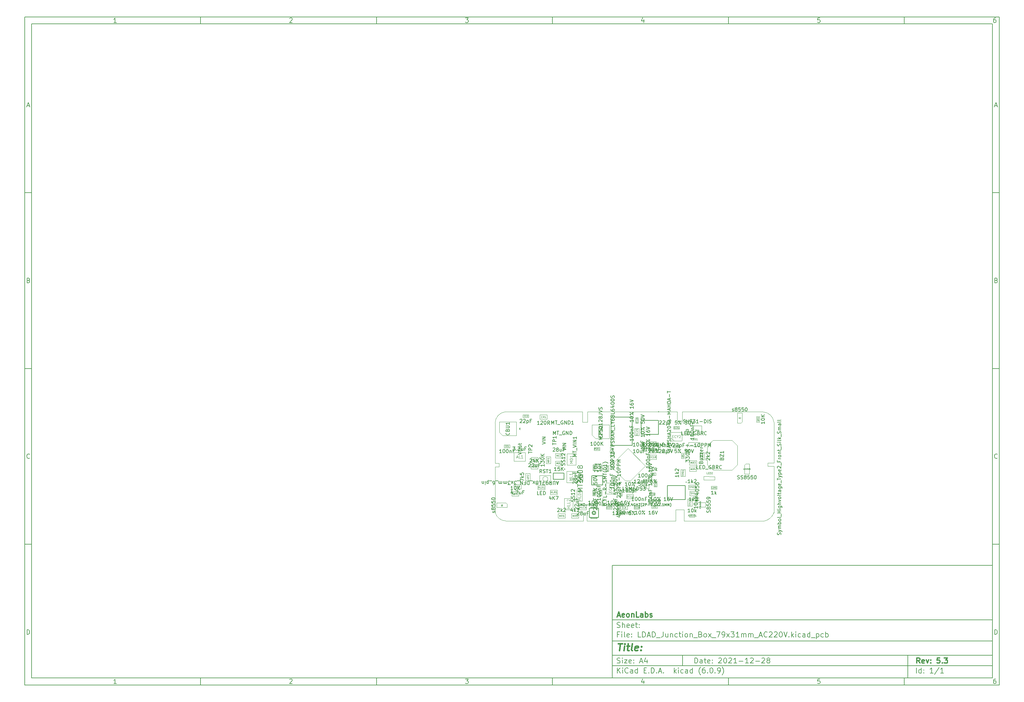
<source format=gbr>
G04 #@! TF.GenerationSoftware,KiCad,Pcbnew,(6.0.9)*
G04 #@! TF.CreationDate,2022-11-26T17:41:20+01:00*
G04 #@! TF.ProjectId,LDAD_Junction_Box_79x31mm_AC220V,4c444144-5f4a-4756-9e63-74696f6e5f42,5.3*
G04 #@! TF.SameCoordinates,Original*
G04 #@! TF.FileFunction,AssemblyDrawing,Top*
%FSLAX46Y46*%
G04 Gerber Fmt 4.6, Leading zero omitted, Abs format (unit mm)*
G04 Created by KiCad (PCBNEW (6.0.9)) date 2022-11-26 17:41:20*
%MOMM*%
%LPD*%
G01*
G04 APERTURE LIST*
%ADD10C,0.100000*%
%ADD11C,0.150000*%
%ADD12C,0.300000*%
%ADD13C,0.400000*%
%ADD14C,0.060000*%
%ADD15C,0.080000*%
%ADD16C,0.105000*%
%ADD17C,0.050000*%
%ADD18C,0.120000*%
%ADD19C,0.127000*%
%ADD20C,0.200000*%
G04 #@! TA.AperFunction,Profile*
%ADD21C,0.120000*%
G04 #@! TD*
G04 APERTURE END LIST*
D10*
D11*
X177002200Y-166007200D02*
X177002200Y-198007200D01*
X285002200Y-198007200D01*
X285002200Y-166007200D01*
X177002200Y-166007200D01*
D10*
D11*
X10000000Y-10000000D02*
X10000000Y-200007200D01*
X287002200Y-200007200D01*
X287002200Y-10000000D01*
X10000000Y-10000000D01*
D10*
D11*
X12000000Y-12000000D02*
X12000000Y-198007200D01*
X285002200Y-198007200D01*
X285002200Y-12000000D01*
X12000000Y-12000000D01*
D10*
D11*
X60000000Y-12000000D02*
X60000000Y-10000000D01*
D10*
D11*
X110000000Y-12000000D02*
X110000000Y-10000000D01*
D10*
D11*
X160000000Y-12000000D02*
X160000000Y-10000000D01*
D10*
D11*
X210000000Y-12000000D02*
X210000000Y-10000000D01*
D10*
D11*
X260000000Y-12000000D02*
X260000000Y-10000000D01*
D10*
D11*
X36065476Y-11588095D02*
X35322619Y-11588095D01*
X35694047Y-11588095D02*
X35694047Y-10288095D01*
X35570238Y-10473809D01*
X35446428Y-10597619D01*
X35322619Y-10659523D01*
D10*
D11*
X85322619Y-10411904D02*
X85384523Y-10350000D01*
X85508333Y-10288095D01*
X85817857Y-10288095D01*
X85941666Y-10350000D01*
X86003571Y-10411904D01*
X86065476Y-10535714D01*
X86065476Y-10659523D01*
X86003571Y-10845238D01*
X85260714Y-11588095D01*
X86065476Y-11588095D01*
D10*
D11*
X135260714Y-10288095D02*
X136065476Y-10288095D01*
X135632142Y-10783333D01*
X135817857Y-10783333D01*
X135941666Y-10845238D01*
X136003571Y-10907142D01*
X136065476Y-11030952D01*
X136065476Y-11340476D01*
X136003571Y-11464285D01*
X135941666Y-11526190D01*
X135817857Y-11588095D01*
X135446428Y-11588095D01*
X135322619Y-11526190D01*
X135260714Y-11464285D01*
D10*
D11*
X185941666Y-10721428D02*
X185941666Y-11588095D01*
X185632142Y-10226190D02*
X185322619Y-11154761D01*
X186127380Y-11154761D01*
D10*
D11*
X236003571Y-10288095D02*
X235384523Y-10288095D01*
X235322619Y-10907142D01*
X235384523Y-10845238D01*
X235508333Y-10783333D01*
X235817857Y-10783333D01*
X235941666Y-10845238D01*
X236003571Y-10907142D01*
X236065476Y-11030952D01*
X236065476Y-11340476D01*
X236003571Y-11464285D01*
X235941666Y-11526190D01*
X235817857Y-11588095D01*
X235508333Y-11588095D01*
X235384523Y-11526190D01*
X235322619Y-11464285D01*
D10*
D11*
X285941666Y-10288095D02*
X285694047Y-10288095D01*
X285570238Y-10350000D01*
X285508333Y-10411904D01*
X285384523Y-10597619D01*
X285322619Y-10845238D01*
X285322619Y-11340476D01*
X285384523Y-11464285D01*
X285446428Y-11526190D01*
X285570238Y-11588095D01*
X285817857Y-11588095D01*
X285941666Y-11526190D01*
X286003571Y-11464285D01*
X286065476Y-11340476D01*
X286065476Y-11030952D01*
X286003571Y-10907142D01*
X285941666Y-10845238D01*
X285817857Y-10783333D01*
X285570238Y-10783333D01*
X285446428Y-10845238D01*
X285384523Y-10907142D01*
X285322619Y-11030952D01*
D10*
D11*
X60000000Y-198007200D02*
X60000000Y-200007200D01*
D10*
D11*
X110000000Y-198007200D02*
X110000000Y-200007200D01*
D10*
D11*
X160000000Y-198007200D02*
X160000000Y-200007200D01*
D10*
D11*
X210000000Y-198007200D02*
X210000000Y-200007200D01*
D10*
D11*
X260000000Y-198007200D02*
X260000000Y-200007200D01*
D10*
D11*
X36065476Y-199595295D02*
X35322619Y-199595295D01*
X35694047Y-199595295D02*
X35694047Y-198295295D01*
X35570238Y-198481009D01*
X35446428Y-198604819D01*
X35322619Y-198666723D01*
D10*
D11*
X85322619Y-198419104D02*
X85384523Y-198357200D01*
X85508333Y-198295295D01*
X85817857Y-198295295D01*
X85941666Y-198357200D01*
X86003571Y-198419104D01*
X86065476Y-198542914D01*
X86065476Y-198666723D01*
X86003571Y-198852438D01*
X85260714Y-199595295D01*
X86065476Y-199595295D01*
D10*
D11*
X135260714Y-198295295D02*
X136065476Y-198295295D01*
X135632142Y-198790533D01*
X135817857Y-198790533D01*
X135941666Y-198852438D01*
X136003571Y-198914342D01*
X136065476Y-199038152D01*
X136065476Y-199347676D01*
X136003571Y-199471485D01*
X135941666Y-199533390D01*
X135817857Y-199595295D01*
X135446428Y-199595295D01*
X135322619Y-199533390D01*
X135260714Y-199471485D01*
D10*
D11*
X185941666Y-198728628D02*
X185941666Y-199595295D01*
X185632142Y-198233390D02*
X185322619Y-199161961D01*
X186127380Y-199161961D01*
D10*
D11*
X236003571Y-198295295D02*
X235384523Y-198295295D01*
X235322619Y-198914342D01*
X235384523Y-198852438D01*
X235508333Y-198790533D01*
X235817857Y-198790533D01*
X235941666Y-198852438D01*
X236003571Y-198914342D01*
X236065476Y-199038152D01*
X236065476Y-199347676D01*
X236003571Y-199471485D01*
X235941666Y-199533390D01*
X235817857Y-199595295D01*
X235508333Y-199595295D01*
X235384523Y-199533390D01*
X235322619Y-199471485D01*
D10*
D11*
X285941666Y-198295295D02*
X285694047Y-198295295D01*
X285570238Y-198357200D01*
X285508333Y-198419104D01*
X285384523Y-198604819D01*
X285322619Y-198852438D01*
X285322619Y-199347676D01*
X285384523Y-199471485D01*
X285446428Y-199533390D01*
X285570238Y-199595295D01*
X285817857Y-199595295D01*
X285941666Y-199533390D01*
X286003571Y-199471485D01*
X286065476Y-199347676D01*
X286065476Y-199038152D01*
X286003571Y-198914342D01*
X285941666Y-198852438D01*
X285817857Y-198790533D01*
X285570238Y-198790533D01*
X285446428Y-198852438D01*
X285384523Y-198914342D01*
X285322619Y-199038152D01*
D10*
D11*
X10000000Y-60000000D02*
X12000000Y-60000000D01*
D10*
D11*
X10000000Y-110000000D02*
X12000000Y-110000000D01*
D10*
D11*
X10000000Y-160000000D02*
X12000000Y-160000000D01*
D10*
D11*
X10690476Y-35216666D02*
X11309523Y-35216666D01*
X10566666Y-35588095D02*
X11000000Y-34288095D01*
X11433333Y-35588095D01*
D10*
D11*
X11092857Y-84907142D02*
X11278571Y-84969047D01*
X11340476Y-85030952D01*
X11402380Y-85154761D01*
X11402380Y-85340476D01*
X11340476Y-85464285D01*
X11278571Y-85526190D01*
X11154761Y-85588095D01*
X10659523Y-85588095D01*
X10659523Y-84288095D01*
X11092857Y-84288095D01*
X11216666Y-84350000D01*
X11278571Y-84411904D01*
X11340476Y-84535714D01*
X11340476Y-84659523D01*
X11278571Y-84783333D01*
X11216666Y-84845238D01*
X11092857Y-84907142D01*
X10659523Y-84907142D01*
D10*
D11*
X11402380Y-135464285D02*
X11340476Y-135526190D01*
X11154761Y-135588095D01*
X11030952Y-135588095D01*
X10845238Y-135526190D01*
X10721428Y-135402380D01*
X10659523Y-135278571D01*
X10597619Y-135030952D01*
X10597619Y-134845238D01*
X10659523Y-134597619D01*
X10721428Y-134473809D01*
X10845238Y-134350000D01*
X11030952Y-134288095D01*
X11154761Y-134288095D01*
X11340476Y-134350000D01*
X11402380Y-134411904D01*
D10*
D11*
X10659523Y-185588095D02*
X10659523Y-184288095D01*
X10969047Y-184288095D01*
X11154761Y-184350000D01*
X11278571Y-184473809D01*
X11340476Y-184597619D01*
X11402380Y-184845238D01*
X11402380Y-185030952D01*
X11340476Y-185278571D01*
X11278571Y-185402380D01*
X11154761Y-185526190D01*
X10969047Y-185588095D01*
X10659523Y-185588095D01*
D10*
D11*
X287002200Y-60000000D02*
X285002200Y-60000000D01*
D10*
D11*
X287002200Y-110000000D02*
X285002200Y-110000000D01*
D10*
D11*
X287002200Y-160000000D02*
X285002200Y-160000000D01*
D10*
D11*
X285692676Y-35216666D02*
X286311723Y-35216666D01*
X285568866Y-35588095D02*
X286002200Y-34288095D01*
X286435533Y-35588095D01*
D10*
D11*
X286095057Y-84907142D02*
X286280771Y-84969047D01*
X286342676Y-85030952D01*
X286404580Y-85154761D01*
X286404580Y-85340476D01*
X286342676Y-85464285D01*
X286280771Y-85526190D01*
X286156961Y-85588095D01*
X285661723Y-85588095D01*
X285661723Y-84288095D01*
X286095057Y-84288095D01*
X286218866Y-84350000D01*
X286280771Y-84411904D01*
X286342676Y-84535714D01*
X286342676Y-84659523D01*
X286280771Y-84783333D01*
X286218866Y-84845238D01*
X286095057Y-84907142D01*
X285661723Y-84907142D01*
D10*
D11*
X286404580Y-135464285D02*
X286342676Y-135526190D01*
X286156961Y-135588095D01*
X286033152Y-135588095D01*
X285847438Y-135526190D01*
X285723628Y-135402380D01*
X285661723Y-135278571D01*
X285599819Y-135030952D01*
X285599819Y-134845238D01*
X285661723Y-134597619D01*
X285723628Y-134473809D01*
X285847438Y-134350000D01*
X286033152Y-134288095D01*
X286156961Y-134288095D01*
X286342676Y-134350000D01*
X286404580Y-134411904D01*
D10*
D11*
X285661723Y-185588095D02*
X285661723Y-184288095D01*
X285971247Y-184288095D01*
X286156961Y-184350000D01*
X286280771Y-184473809D01*
X286342676Y-184597619D01*
X286404580Y-184845238D01*
X286404580Y-185030952D01*
X286342676Y-185278571D01*
X286280771Y-185402380D01*
X286156961Y-185526190D01*
X285971247Y-185588095D01*
X285661723Y-185588095D01*
D10*
D11*
X200434342Y-193785771D02*
X200434342Y-192285771D01*
X200791485Y-192285771D01*
X201005771Y-192357200D01*
X201148628Y-192500057D01*
X201220057Y-192642914D01*
X201291485Y-192928628D01*
X201291485Y-193142914D01*
X201220057Y-193428628D01*
X201148628Y-193571485D01*
X201005771Y-193714342D01*
X200791485Y-193785771D01*
X200434342Y-193785771D01*
X202577200Y-193785771D02*
X202577200Y-193000057D01*
X202505771Y-192857200D01*
X202362914Y-192785771D01*
X202077200Y-192785771D01*
X201934342Y-192857200D01*
X202577200Y-193714342D02*
X202434342Y-193785771D01*
X202077200Y-193785771D01*
X201934342Y-193714342D01*
X201862914Y-193571485D01*
X201862914Y-193428628D01*
X201934342Y-193285771D01*
X202077200Y-193214342D01*
X202434342Y-193214342D01*
X202577200Y-193142914D01*
X203077200Y-192785771D02*
X203648628Y-192785771D01*
X203291485Y-192285771D02*
X203291485Y-193571485D01*
X203362914Y-193714342D01*
X203505771Y-193785771D01*
X203648628Y-193785771D01*
X204720057Y-193714342D02*
X204577200Y-193785771D01*
X204291485Y-193785771D01*
X204148628Y-193714342D01*
X204077200Y-193571485D01*
X204077200Y-193000057D01*
X204148628Y-192857200D01*
X204291485Y-192785771D01*
X204577200Y-192785771D01*
X204720057Y-192857200D01*
X204791485Y-193000057D01*
X204791485Y-193142914D01*
X204077200Y-193285771D01*
X205434342Y-193642914D02*
X205505771Y-193714342D01*
X205434342Y-193785771D01*
X205362914Y-193714342D01*
X205434342Y-193642914D01*
X205434342Y-193785771D01*
X205434342Y-192857200D02*
X205505771Y-192928628D01*
X205434342Y-193000057D01*
X205362914Y-192928628D01*
X205434342Y-192857200D01*
X205434342Y-193000057D01*
X207220057Y-192428628D02*
X207291485Y-192357200D01*
X207434342Y-192285771D01*
X207791485Y-192285771D01*
X207934342Y-192357200D01*
X208005771Y-192428628D01*
X208077200Y-192571485D01*
X208077200Y-192714342D01*
X208005771Y-192928628D01*
X207148628Y-193785771D01*
X208077200Y-193785771D01*
X209005771Y-192285771D02*
X209148628Y-192285771D01*
X209291485Y-192357200D01*
X209362914Y-192428628D01*
X209434342Y-192571485D01*
X209505771Y-192857200D01*
X209505771Y-193214342D01*
X209434342Y-193500057D01*
X209362914Y-193642914D01*
X209291485Y-193714342D01*
X209148628Y-193785771D01*
X209005771Y-193785771D01*
X208862914Y-193714342D01*
X208791485Y-193642914D01*
X208720057Y-193500057D01*
X208648628Y-193214342D01*
X208648628Y-192857200D01*
X208720057Y-192571485D01*
X208791485Y-192428628D01*
X208862914Y-192357200D01*
X209005771Y-192285771D01*
X210077200Y-192428628D02*
X210148628Y-192357200D01*
X210291485Y-192285771D01*
X210648628Y-192285771D01*
X210791485Y-192357200D01*
X210862914Y-192428628D01*
X210934342Y-192571485D01*
X210934342Y-192714342D01*
X210862914Y-192928628D01*
X210005771Y-193785771D01*
X210934342Y-193785771D01*
X212362914Y-193785771D02*
X211505771Y-193785771D01*
X211934342Y-193785771D02*
X211934342Y-192285771D01*
X211791485Y-192500057D01*
X211648628Y-192642914D01*
X211505771Y-192714342D01*
X213005771Y-193214342D02*
X214148628Y-193214342D01*
X215648628Y-193785771D02*
X214791485Y-193785771D01*
X215220057Y-193785771D02*
X215220057Y-192285771D01*
X215077200Y-192500057D01*
X214934342Y-192642914D01*
X214791485Y-192714342D01*
X216220057Y-192428628D02*
X216291485Y-192357200D01*
X216434342Y-192285771D01*
X216791485Y-192285771D01*
X216934342Y-192357200D01*
X217005771Y-192428628D01*
X217077200Y-192571485D01*
X217077200Y-192714342D01*
X217005771Y-192928628D01*
X216148628Y-193785771D01*
X217077200Y-193785771D01*
X217720057Y-193214342D02*
X218862914Y-193214342D01*
X219505771Y-192428628D02*
X219577200Y-192357200D01*
X219720057Y-192285771D01*
X220077200Y-192285771D01*
X220220057Y-192357200D01*
X220291485Y-192428628D01*
X220362914Y-192571485D01*
X220362914Y-192714342D01*
X220291485Y-192928628D01*
X219434342Y-193785771D01*
X220362914Y-193785771D01*
X221220057Y-192928628D02*
X221077200Y-192857200D01*
X221005771Y-192785771D01*
X220934342Y-192642914D01*
X220934342Y-192571485D01*
X221005771Y-192428628D01*
X221077200Y-192357200D01*
X221220057Y-192285771D01*
X221505771Y-192285771D01*
X221648628Y-192357200D01*
X221720057Y-192428628D01*
X221791485Y-192571485D01*
X221791485Y-192642914D01*
X221720057Y-192785771D01*
X221648628Y-192857200D01*
X221505771Y-192928628D01*
X221220057Y-192928628D01*
X221077200Y-193000057D01*
X221005771Y-193071485D01*
X220934342Y-193214342D01*
X220934342Y-193500057D01*
X221005771Y-193642914D01*
X221077200Y-193714342D01*
X221220057Y-193785771D01*
X221505771Y-193785771D01*
X221648628Y-193714342D01*
X221720057Y-193642914D01*
X221791485Y-193500057D01*
X221791485Y-193214342D01*
X221720057Y-193071485D01*
X221648628Y-193000057D01*
X221505771Y-192928628D01*
D10*
D11*
X177002200Y-194507200D02*
X285002200Y-194507200D01*
D10*
D11*
X178434342Y-196585771D02*
X178434342Y-195085771D01*
X179291485Y-196585771D02*
X178648628Y-195728628D01*
X179291485Y-195085771D02*
X178434342Y-195942914D01*
X179934342Y-196585771D02*
X179934342Y-195585771D01*
X179934342Y-195085771D02*
X179862914Y-195157200D01*
X179934342Y-195228628D01*
X180005771Y-195157200D01*
X179934342Y-195085771D01*
X179934342Y-195228628D01*
X181505771Y-196442914D02*
X181434342Y-196514342D01*
X181220057Y-196585771D01*
X181077200Y-196585771D01*
X180862914Y-196514342D01*
X180720057Y-196371485D01*
X180648628Y-196228628D01*
X180577200Y-195942914D01*
X180577200Y-195728628D01*
X180648628Y-195442914D01*
X180720057Y-195300057D01*
X180862914Y-195157200D01*
X181077200Y-195085771D01*
X181220057Y-195085771D01*
X181434342Y-195157200D01*
X181505771Y-195228628D01*
X182791485Y-196585771D02*
X182791485Y-195800057D01*
X182720057Y-195657200D01*
X182577200Y-195585771D01*
X182291485Y-195585771D01*
X182148628Y-195657200D01*
X182791485Y-196514342D02*
X182648628Y-196585771D01*
X182291485Y-196585771D01*
X182148628Y-196514342D01*
X182077200Y-196371485D01*
X182077200Y-196228628D01*
X182148628Y-196085771D01*
X182291485Y-196014342D01*
X182648628Y-196014342D01*
X182791485Y-195942914D01*
X184148628Y-196585771D02*
X184148628Y-195085771D01*
X184148628Y-196514342D02*
X184005771Y-196585771D01*
X183720057Y-196585771D01*
X183577200Y-196514342D01*
X183505771Y-196442914D01*
X183434342Y-196300057D01*
X183434342Y-195871485D01*
X183505771Y-195728628D01*
X183577200Y-195657200D01*
X183720057Y-195585771D01*
X184005771Y-195585771D01*
X184148628Y-195657200D01*
X186005771Y-195800057D02*
X186505771Y-195800057D01*
X186720057Y-196585771D02*
X186005771Y-196585771D01*
X186005771Y-195085771D01*
X186720057Y-195085771D01*
X187362914Y-196442914D02*
X187434342Y-196514342D01*
X187362914Y-196585771D01*
X187291485Y-196514342D01*
X187362914Y-196442914D01*
X187362914Y-196585771D01*
X188077200Y-196585771D02*
X188077200Y-195085771D01*
X188434342Y-195085771D01*
X188648628Y-195157200D01*
X188791485Y-195300057D01*
X188862914Y-195442914D01*
X188934342Y-195728628D01*
X188934342Y-195942914D01*
X188862914Y-196228628D01*
X188791485Y-196371485D01*
X188648628Y-196514342D01*
X188434342Y-196585771D01*
X188077200Y-196585771D01*
X189577200Y-196442914D02*
X189648628Y-196514342D01*
X189577200Y-196585771D01*
X189505771Y-196514342D01*
X189577200Y-196442914D01*
X189577200Y-196585771D01*
X190220057Y-196157200D02*
X190934342Y-196157200D01*
X190077200Y-196585771D02*
X190577200Y-195085771D01*
X191077200Y-196585771D01*
X191577200Y-196442914D02*
X191648628Y-196514342D01*
X191577200Y-196585771D01*
X191505771Y-196514342D01*
X191577200Y-196442914D01*
X191577200Y-196585771D01*
X194577200Y-196585771D02*
X194577200Y-195085771D01*
X194720057Y-196014342D02*
X195148628Y-196585771D01*
X195148628Y-195585771D02*
X194577200Y-196157200D01*
X195791485Y-196585771D02*
X195791485Y-195585771D01*
X195791485Y-195085771D02*
X195720057Y-195157200D01*
X195791485Y-195228628D01*
X195862914Y-195157200D01*
X195791485Y-195085771D01*
X195791485Y-195228628D01*
X197148628Y-196514342D02*
X197005771Y-196585771D01*
X196720057Y-196585771D01*
X196577200Y-196514342D01*
X196505771Y-196442914D01*
X196434342Y-196300057D01*
X196434342Y-195871485D01*
X196505771Y-195728628D01*
X196577200Y-195657200D01*
X196720057Y-195585771D01*
X197005771Y-195585771D01*
X197148628Y-195657200D01*
X198434342Y-196585771D02*
X198434342Y-195800057D01*
X198362914Y-195657200D01*
X198220057Y-195585771D01*
X197934342Y-195585771D01*
X197791485Y-195657200D01*
X198434342Y-196514342D02*
X198291485Y-196585771D01*
X197934342Y-196585771D01*
X197791485Y-196514342D01*
X197720057Y-196371485D01*
X197720057Y-196228628D01*
X197791485Y-196085771D01*
X197934342Y-196014342D01*
X198291485Y-196014342D01*
X198434342Y-195942914D01*
X199791485Y-196585771D02*
X199791485Y-195085771D01*
X199791485Y-196514342D02*
X199648628Y-196585771D01*
X199362914Y-196585771D01*
X199220057Y-196514342D01*
X199148628Y-196442914D01*
X199077200Y-196300057D01*
X199077200Y-195871485D01*
X199148628Y-195728628D01*
X199220057Y-195657200D01*
X199362914Y-195585771D01*
X199648628Y-195585771D01*
X199791485Y-195657200D01*
X202077200Y-197157200D02*
X202005771Y-197085771D01*
X201862914Y-196871485D01*
X201791485Y-196728628D01*
X201720057Y-196514342D01*
X201648628Y-196157200D01*
X201648628Y-195871485D01*
X201720057Y-195514342D01*
X201791485Y-195300057D01*
X201862914Y-195157200D01*
X202005771Y-194942914D01*
X202077200Y-194871485D01*
X203291485Y-195085771D02*
X203005771Y-195085771D01*
X202862914Y-195157200D01*
X202791485Y-195228628D01*
X202648628Y-195442914D01*
X202577200Y-195728628D01*
X202577200Y-196300057D01*
X202648628Y-196442914D01*
X202720057Y-196514342D01*
X202862914Y-196585771D01*
X203148628Y-196585771D01*
X203291485Y-196514342D01*
X203362914Y-196442914D01*
X203434342Y-196300057D01*
X203434342Y-195942914D01*
X203362914Y-195800057D01*
X203291485Y-195728628D01*
X203148628Y-195657200D01*
X202862914Y-195657200D01*
X202720057Y-195728628D01*
X202648628Y-195800057D01*
X202577200Y-195942914D01*
X204077200Y-196442914D02*
X204148628Y-196514342D01*
X204077200Y-196585771D01*
X204005771Y-196514342D01*
X204077200Y-196442914D01*
X204077200Y-196585771D01*
X205077200Y-195085771D02*
X205220057Y-195085771D01*
X205362914Y-195157200D01*
X205434342Y-195228628D01*
X205505771Y-195371485D01*
X205577200Y-195657200D01*
X205577200Y-196014342D01*
X205505771Y-196300057D01*
X205434342Y-196442914D01*
X205362914Y-196514342D01*
X205220057Y-196585771D01*
X205077200Y-196585771D01*
X204934342Y-196514342D01*
X204862914Y-196442914D01*
X204791485Y-196300057D01*
X204720057Y-196014342D01*
X204720057Y-195657200D01*
X204791485Y-195371485D01*
X204862914Y-195228628D01*
X204934342Y-195157200D01*
X205077200Y-195085771D01*
X206220057Y-196442914D02*
X206291485Y-196514342D01*
X206220057Y-196585771D01*
X206148628Y-196514342D01*
X206220057Y-196442914D01*
X206220057Y-196585771D01*
X207005771Y-196585771D02*
X207291485Y-196585771D01*
X207434342Y-196514342D01*
X207505771Y-196442914D01*
X207648628Y-196228628D01*
X207720057Y-195942914D01*
X207720057Y-195371485D01*
X207648628Y-195228628D01*
X207577200Y-195157200D01*
X207434342Y-195085771D01*
X207148628Y-195085771D01*
X207005771Y-195157200D01*
X206934342Y-195228628D01*
X206862914Y-195371485D01*
X206862914Y-195728628D01*
X206934342Y-195871485D01*
X207005771Y-195942914D01*
X207148628Y-196014342D01*
X207434342Y-196014342D01*
X207577200Y-195942914D01*
X207648628Y-195871485D01*
X207720057Y-195728628D01*
X208220057Y-197157200D02*
X208291485Y-197085771D01*
X208434342Y-196871485D01*
X208505771Y-196728628D01*
X208577200Y-196514342D01*
X208648628Y-196157200D01*
X208648628Y-195871485D01*
X208577200Y-195514342D01*
X208505771Y-195300057D01*
X208434342Y-195157200D01*
X208291485Y-194942914D01*
X208220057Y-194871485D01*
D10*
D11*
X177002200Y-191507200D02*
X285002200Y-191507200D01*
D10*
D12*
X264411485Y-193785771D02*
X263911485Y-193071485D01*
X263554342Y-193785771D02*
X263554342Y-192285771D01*
X264125771Y-192285771D01*
X264268628Y-192357200D01*
X264340057Y-192428628D01*
X264411485Y-192571485D01*
X264411485Y-192785771D01*
X264340057Y-192928628D01*
X264268628Y-193000057D01*
X264125771Y-193071485D01*
X263554342Y-193071485D01*
X265625771Y-193714342D02*
X265482914Y-193785771D01*
X265197200Y-193785771D01*
X265054342Y-193714342D01*
X264982914Y-193571485D01*
X264982914Y-193000057D01*
X265054342Y-192857200D01*
X265197200Y-192785771D01*
X265482914Y-192785771D01*
X265625771Y-192857200D01*
X265697200Y-193000057D01*
X265697200Y-193142914D01*
X264982914Y-193285771D01*
X266197200Y-192785771D02*
X266554342Y-193785771D01*
X266911485Y-192785771D01*
X267482914Y-193642914D02*
X267554342Y-193714342D01*
X267482914Y-193785771D01*
X267411485Y-193714342D01*
X267482914Y-193642914D01*
X267482914Y-193785771D01*
X267482914Y-192857200D02*
X267554342Y-192928628D01*
X267482914Y-193000057D01*
X267411485Y-192928628D01*
X267482914Y-192857200D01*
X267482914Y-193000057D01*
X270054342Y-192285771D02*
X269340057Y-192285771D01*
X269268628Y-193000057D01*
X269340057Y-192928628D01*
X269482914Y-192857200D01*
X269840057Y-192857200D01*
X269982914Y-192928628D01*
X270054342Y-193000057D01*
X270125771Y-193142914D01*
X270125771Y-193500057D01*
X270054342Y-193642914D01*
X269982914Y-193714342D01*
X269840057Y-193785771D01*
X269482914Y-193785771D01*
X269340057Y-193714342D01*
X269268628Y-193642914D01*
X270768628Y-193642914D02*
X270840057Y-193714342D01*
X270768628Y-193785771D01*
X270697200Y-193714342D01*
X270768628Y-193642914D01*
X270768628Y-193785771D01*
X271340057Y-192285771D02*
X272268628Y-192285771D01*
X271768628Y-192857200D01*
X271982914Y-192857200D01*
X272125771Y-192928628D01*
X272197200Y-193000057D01*
X272268628Y-193142914D01*
X272268628Y-193500057D01*
X272197200Y-193642914D01*
X272125771Y-193714342D01*
X271982914Y-193785771D01*
X271554342Y-193785771D01*
X271411485Y-193714342D01*
X271340057Y-193642914D01*
D10*
D11*
X178362914Y-193714342D02*
X178577200Y-193785771D01*
X178934342Y-193785771D01*
X179077200Y-193714342D01*
X179148628Y-193642914D01*
X179220057Y-193500057D01*
X179220057Y-193357200D01*
X179148628Y-193214342D01*
X179077200Y-193142914D01*
X178934342Y-193071485D01*
X178648628Y-193000057D01*
X178505771Y-192928628D01*
X178434342Y-192857200D01*
X178362914Y-192714342D01*
X178362914Y-192571485D01*
X178434342Y-192428628D01*
X178505771Y-192357200D01*
X178648628Y-192285771D01*
X179005771Y-192285771D01*
X179220057Y-192357200D01*
X179862914Y-193785771D02*
X179862914Y-192785771D01*
X179862914Y-192285771D02*
X179791485Y-192357200D01*
X179862914Y-192428628D01*
X179934342Y-192357200D01*
X179862914Y-192285771D01*
X179862914Y-192428628D01*
X180434342Y-192785771D02*
X181220057Y-192785771D01*
X180434342Y-193785771D01*
X181220057Y-193785771D01*
X182362914Y-193714342D02*
X182220057Y-193785771D01*
X181934342Y-193785771D01*
X181791485Y-193714342D01*
X181720057Y-193571485D01*
X181720057Y-193000057D01*
X181791485Y-192857200D01*
X181934342Y-192785771D01*
X182220057Y-192785771D01*
X182362914Y-192857200D01*
X182434342Y-193000057D01*
X182434342Y-193142914D01*
X181720057Y-193285771D01*
X183077200Y-193642914D02*
X183148628Y-193714342D01*
X183077200Y-193785771D01*
X183005771Y-193714342D01*
X183077200Y-193642914D01*
X183077200Y-193785771D01*
X183077200Y-192857200D02*
X183148628Y-192928628D01*
X183077200Y-193000057D01*
X183005771Y-192928628D01*
X183077200Y-192857200D01*
X183077200Y-193000057D01*
X184862914Y-193357200D02*
X185577200Y-193357200D01*
X184720057Y-193785771D02*
X185220057Y-192285771D01*
X185720057Y-193785771D01*
X186862914Y-192785771D02*
X186862914Y-193785771D01*
X186505771Y-192214342D02*
X186148628Y-193285771D01*
X187077200Y-193285771D01*
D10*
D11*
X263434342Y-196585771D02*
X263434342Y-195085771D01*
X264791485Y-196585771D02*
X264791485Y-195085771D01*
X264791485Y-196514342D02*
X264648628Y-196585771D01*
X264362914Y-196585771D01*
X264220057Y-196514342D01*
X264148628Y-196442914D01*
X264077200Y-196300057D01*
X264077200Y-195871485D01*
X264148628Y-195728628D01*
X264220057Y-195657200D01*
X264362914Y-195585771D01*
X264648628Y-195585771D01*
X264791485Y-195657200D01*
X265505771Y-196442914D02*
X265577200Y-196514342D01*
X265505771Y-196585771D01*
X265434342Y-196514342D01*
X265505771Y-196442914D01*
X265505771Y-196585771D01*
X265505771Y-195657200D02*
X265577200Y-195728628D01*
X265505771Y-195800057D01*
X265434342Y-195728628D01*
X265505771Y-195657200D01*
X265505771Y-195800057D01*
X268148628Y-196585771D02*
X267291485Y-196585771D01*
X267720057Y-196585771D02*
X267720057Y-195085771D01*
X267577200Y-195300057D01*
X267434342Y-195442914D01*
X267291485Y-195514342D01*
X269862914Y-195014342D02*
X268577200Y-196942914D01*
X271148628Y-196585771D02*
X270291485Y-196585771D01*
X270720057Y-196585771D02*
X270720057Y-195085771D01*
X270577200Y-195300057D01*
X270434342Y-195442914D01*
X270291485Y-195514342D01*
D10*
D11*
X177002200Y-187507200D02*
X285002200Y-187507200D01*
D10*
D13*
X178714580Y-188211961D02*
X179857438Y-188211961D01*
X179036009Y-190211961D02*
X179286009Y-188211961D01*
X180274104Y-190211961D02*
X180440771Y-188878628D01*
X180524104Y-188211961D02*
X180416961Y-188307200D01*
X180500295Y-188402438D01*
X180607438Y-188307200D01*
X180524104Y-188211961D01*
X180500295Y-188402438D01*
X181107438Y-188878628D02*
X181869342Y-188878628D01*
X181476485Y-188211961D02*
X181262200Y-189926247D01*
X181333628Y-190116723D01*
X181512200Y-190211961D01*
X181702676Y-190211961D01*
X182655057Y-190211961D02*
X182476485Y-190116723D01*
X182405057Y-189926247D01*
X182619342Y-188211961D01*
X184190771Y-190116723D02*
X183988390Y-190211961D01*
X183607438Y-190211961D01*
X183428866Y-190116723D01*
X183357438Y-189926247D01*
X183452676Y-189164342D01*
X183571723Y-188973866D01*
X183774104Y-188878628D01*
X184155057Y-188878628D01*
X184333628Y-188973866D01*
X184405057Y-189164342D01*
X184381247Y-189354819D01*
X183405057Y-189545295D01*
X185155057Y-190021485D02*
X185238390Y-190116723D01*
X185131247Y-190211961D01*
X185047914Y-190116723D01*
X185155057Y-190021485D01*
X185131247Y-190211961D01*
X185286009Y-188973866D02*
X185369342Y-189069104D01*
X185262200Y-189164342D01*
X185178866Y-189069104D01*
X185286009Y-188973866D01*
X185262200Y-189164342D01*
D10*
D11*
X178934342Y-185600057D02*
X178434342Y-185600057D01*
X178434342Y-186385771D02*
X178434342Y-184885771D01*
X179148628Y-184885771D01*
X179720057Y-186385771D02*
X179720057Y-185385771D01*
X179720057Y-184885771D02*
X179648628Y-184957200D01*
X179720057Y-185028628D01*
X179791485Y-184957200D01*
X179720057Y-184885771D01*
X179720057Y-185028628D01*
X180648628Y-186385771D02*
X180505771Y-186314342D01*
X180434342Y-186171485D01*
X180434342Y-184885771D01*
X181791485Y-186314342D02*
X181648628Y-186385771D01*
X181362914Y-186385771D01*
X181220057Y-186314342D01*
X181148628Y-186171485D01*
X181148628Y-185600057D01*
X181220057Y-185457200D01*
X181362914Y-185385771D01*
X181648628Y-185385771D01*
X181791485Y-185457200D01*
X181862914Y-185600057D01*
X181862914Y-185742914D01*
X181148628Y-185885771D01*
X182505771Y-186242914D02*
X182577200Y-186314342D01*
X182505771Y-186385771D01*
X182434342Y-186314342D01*
X182505771Y-186242914D01*
X182505771Y-186385771D01*
X182505771Y-185457200D02*
X182577200Y-185528628D01*
X182505771Y-185600057D01*
X182434342Y-185528628D01*
X182505771Y-185457200D01*
X182505771Y-185600057D01*
X185077200Y-186385771D02*
X184362914Y-186385771D01*
X184362914Y-184885771D01*
X185577200Y-186385771D02*
X185577200Y-184885771D01*
X185934342Y-184885771D01*
X186148628Y-184957200D01*
X186291485Y-185100057D01*
X186362914Y-185242914D01*
X186434342Y-185528628D01*
X186434342Y-185742914D01*
X186362914Y-186028628D01*
X186291485Y-186171485D01*
X186148628Y-186314342D01*
X185934342Y-186385771D01*
X185577200Y-186385771D01*
X187005771Y-185957200D02*
X187720057Y-185957200D01*
X186862914Y-186385771D02*
X187362914Y-184885771D01*
X187862914Y-186385771D01*
X188362914Y-186385771D02*
X188362914Y-184885771D01*
X188720057Y-184885771D01*
X188934342Y-184957200D01*
X189077200Y-185100057D01*
X189148628Y-185242914D01*
X189220057Y-185528628D01*
X189220057Y-185742914D01*
X189148628Y-186028628D01*
X189077200Y-186171485D01*
X188934342Y-186314342D01*
X188720057Y-186385771D01*
X188362914Y-186385771D01*
X189505771Y-186528628D02*
X190648628Y-186528628D01*
X191434342Y-184885771D02*
X191434342Y-185957200D01*
X191362914Y-186171485D01*
X191220057Y-186314342D01*
X191005771Y-186385771D01*
X190862914Y-186385771D01*
X192791485Y-185385771D02*
X192791485Y-186385771D01*
X192148628Y-185385771D02*
X192148628Y-186171485D01*
X192220057Y-186314342D01*
X192362914Y-186385771D01*
X192577200Y-186385771D01*
X192720057Y-186314342D01*
X192791485Y-186242914D01*
X193505771Y-185385771D02*
X193505771Y-186385771D01*
X193505771Y-185528628D02*
X193577200Y-185457200D01*
X193720057Y-185385771D01*
X193934342Y-185385771D01*
X194077200Y-185457200D01*
X194148628Y-185600057D01*
X194148628Y-186385771D01*
X195505771Y-186314342D02*
X195362914Y-186385771D01*
X195077200Y-186385771D01*
X194934342Y-186314342D01*
X194862914Y-186242914D01*
X194791485Y-186100057D01*
X194791485Y-185671485D01*
X194862914Y-185528628D01*
X194934342Y-185457200D01*
X195077200Y-185385771D01*
X195362914Y-185385771D01*
X195505771Y-185457200D01*
X195934342Y-185385771D02*
X196505771Y-185385771D01*
X196148628Y-184885771D02*
X196148628Y-186171485D01*
X196220057Y-186314342D01*
X196362914Y-186385771D01*
X196505771Y-186385771D01*
X197005771Y-186385771D02*
X197005771Y-185385771D01*
X197005771Y-184885771D02*
X196934342Y-184957200D01*
X197005771Y-185028628D01*
X197077200Y-184957200D01*
X197005771Y-184885771D01*
X197005771Y-185028628D01*
X197934342Y-186385771D02*
X197791485Y-186314342D01*
X197720057Y-186242914D01*
X197648628Y-186100057D01*
X197648628Y-185671485D01*
X197720057Y-185528628D01*
X197791485Y-185457200D01*
X197934342Y-185385771D01*
X198148628Y-185385771D01*
X198291485Y-185457200D01*
X198362914Y-185528628D01*
X198434342Y-185671485D01*
X198434342Y-186100057D01*
X198362914Y-186242914D01*
X198291485Y-186314342D01*
X198148628Y-186385771D01*
X197934342Y-186385771D01*
X199077200Y-185385771D02*
X199077200Y-186385771D01*
X199077200Y-185528628D02*
X199148628Y-185457200D01*
X199291485Y-185385771D01*
X199505771Y-185385771D01*
X199648628Y-185457200D01*
X199720057Y-185600057D01*
X199720057Y-186385771D01*
X200077200Y-186528628D02*
X201220057Y-186528628D01*
X202077200Y-185600057D02*
X202291485Y-185671485D01*
X202362914Y-185742914D01*
X202434342Y-185885771D01*
X202434342Y-186100057D01*
X202362914Y-186242914D01*
X202291485Y-186314342D01*
X202148628Y-186385771D01*
X201577200Y-186385771D01*
X201577200Y-184885771D01*
X202077200Y-184885771D01*
X202220057Y-184957200D01*
X202291485Y-185028628D01*
X202362914Y-185171485D01*
X202362914Y-185314342D01*
X202291485Y-185457200D01*
X202220057Y-185528628D01*
X202077200Y-185600057D01*
X201577200Y-185600057D01*
X203291485Y-186385771D02*
X203148628Y-186314342D01*
X203077200Y-186242914D01*
X203005771Y-186100057D01*
X203005771Y-185671485D01*
X203077200Y-185528628D01*
X203148628Y-185457200D01*
X203291485Y-185385771D01*
X203505771Y-185385771D01*
X203648628Y-185457200D01*
X203720057Y-185528628D01*
X203791485Y-185671485D01*
X203791485Y-186100057D01*
X203720057Y-186242914D01*
X203648628Y-186314342D01*
X203505771Y-186385771D01*
X203291485Y-186385771D01*
X204291485Y-186385771D02*
X205077200Y-185385771D01*
X204291485Y-185385771D02*
X205077200Y-186385771D01*
X205291485Y-186528628D02*
X206434342Y-186528628D01*
X206648628Y-184885771D02*
X207648628Y-184885771D01*
X207005771Y-186385771D01*
X208291485Y-186385771D02*
X208577200Y-186385771D01*
X208720057Y-186314342D01*
X208791485Y-186242914D01*
X208934342Y-186028628D01*
X209005771Y-185742914D01*
X209005771Y-185171485D01*
X208934342Y-185028628D01*
X208862914Y-184957200D01*
X208720057Y-184885771D01*
X208434342Y-184885771D01*
X208291485Y-184957200D01*
X208220057Y-185028628D01*
X208148628Y-185171485D01*
X208148628Y-185528628D01*
X208220057Y-185671485D01*
X208291485Y-185742914D01*
X208434342Y-185814342D01*
X208720057Y-185814342D01*
X208862914Y-185742914D01*
X208934342Y-185671485D01*
X209005771Y-185528628D01*
X209505771Y-186385771D02*
X210291485Y-185385771D01*
X209505771Y-185385771D02*
X210291485Y-186385771D01*
X210720057Y-184885771D02*
X211648628Y-184885771D01*
X211148628Y-185457200D01*
X211362914Y-185457200D01*
X211505771Y-185528628D01*
X211577200Y-185600057D01*
X211648628Y-185742914D01*
X211648628Y-186100057D01*
X211577200Y-186242914D01*
X211505771Y-186314342D01*
X211362914Y-186385771D01*
X210934342Y-186385771D01*
X210791485Y-186314342D01*
X210720057Y-186242914D01*
X213077200Y-186385771D02*
X212220057Y-186385771D01*
X212648628Y-186385771D02*
X212648628Y-184885771D01*
X212505771Y-185100057D01*
X212362914Y-185242914D01*
X212220057Y-185314342D01*
X213720057Y-186385771D02*
X213720057Y-185385771D01*
X213720057Y-185528628D02*
X213791485Y-185457200D01*
X213934342Y-185385771D01*
X214148628Y-185385771D01*
X214291485Y-185457200D01*
X214362914Y-185600057D01*
X214362914Y-186385771D01*
X214362914Y-185600057D02*
X214434342Y-185457200D01*
X214577200Y-185385771D01*
X214791485Y-185385771D01*
X214934342Y-185457200D01*
X215005771Y-185600057D01*
X215005771Y-186385771D01*
X215720057Y-186385771D02*
X215720057Y-185385771D01*
X215720057Y-185528628D02*
X215791485Y-185457200D01*
X215934342Y-185385771D01*
X216148628Y-185385771D01*
X216291485Y-185457200D01*
X216362914Y-185600057D01*
X216362914Y-186385771D01*
X216362914Y-185600057D02*
X216434342Y-185457200D01*
X216577200Y-185385771D01*
X216791485Y-185385771D01*
X216934342Y-185457200D01*
X217005771Y-185600057D01*
X217005771Y-186385771D01*
X217362914Y-186528628D02*
X218505771Y-186528628D01*
X218791485Y-185957200D02*
X219505771Y-185957200D01*
X218648628Y-186385771D02*
X219148628Y-184885771D01*
X219648628Y-186385771D01*
X221005771Y-186242914D02*
X220934342Y-186314342D01*
X220720057Y-186385771D01*
X220577200Y-186385771D01*
X220362914Y-186314342D01*
X220220057Y-186171485D01*
X220148628Y-186028628D01*
X220077200Y-185742914D01*
X220077200Y-185528628D01*
X220148628Y-185242914D01*
X220220057Y-185100057D01*
X220362914Y-184957200D01*
X220577200Y-184885771D01*
X220720057Y-184885771D01*
X220934342Y-184957200D01*
X221005771Y-185028628D01*
X221577200Y-185028628D02*
X221648628Y-184957200D01*
X221791485Y-184885771D01*
X222148628Y-184885771D01*
X222291485Y-184957200D01*
X222362914Y-185028628D01*
X222434342Y-185171485D01*
X222434342Y-185314342D01*
X222362914Y-185528628D01*
X221505771Y-186385771D01*
X222434342Y-186385771D01*
X223005771Y-185028628D02*
X223077200Y-184957200D01*
X223220057Y-184885771D01*
X223577200Y-184885771D01*
X223720057Y-184957200D01*
X223791485Y-185028628D01*
X223862914Y-185171485D01*
X223862914Y-185314342D01*
X223791485Y-185528628D01*
X222934342Y-186385771D01*
X223862914Y-186385771D01*
X224791485Y-184885771D02*
X224934342Y-184885771D01*
X225077199Y-184957200D01*
X225148628Y-185028628D01*
X225220057Y-185171485D01*
X225291485Y-185457200D01*
X225291485Y-185814342D01*
X225220057Y-186100057D01*
X225148628Y-186242914D01*
X225077199Y-186314342D01*
X224934342Y-186385771D01*
X224791485Y-186385771D01*
X224648628Y-186314342D01*
X224577199Y-186242914D01*
X224505771Y-186100057D01*
X224434342Y-185814342D01*
X224434342Y-185457200D01*
X224505771Y-185171485D01*
X224577199Y-185028628D01*
X224648628Y-184957200D01*
X224791485Y-184885771D01*
X225720057Y-184885771D02*
X226220057Y-186385771D01*
X226720057Y-184885771D01*
X227220057Y-186242914D02*
X227291485Y-186314342D01*
X227220057Y-186385771D01*
X227148628Y-186314342D01*
X227220057Y-186242914D01*
X227220057Y-186385771D01*
X227934342Y-186385771D02*
X227934342Y-184885771D01*
X228077199Y-185814342D02*
X228505771Y-186385771D01*
X228505771Y-185385771D02*
X227934342Y-185957200D01*
X229148628Y-186385771D02*
X229148628Y-185385771D01*
X229148628Y-184885771D02*
X229077199Y-184957200D01*
X229148628Y-185028628D01*
X229220057Y-184957200D01*
X229148628Y-184885771D01*
X229148628Y-185028628D01*
X230505771Y-186314342D02*
X230362914Y-186385771D01*
X230077200Y-186385771D01*
X229934342Y-186314342D01*
X229862914Y-186242914D01*
X229791485Y-186100057D01*
X229791485Y-185671485D01*
X229862914Y-185528628D01*
X229934342Y-185457200D01*
X230077200Y-185385771D01*
X230362914Y-185385771D01*
X230505771Y-185457200D01*
X231791485Y-186385771D02*
X231791485Y-185600057D01*
X231720057Y-185457200D01*
X231577199Y-185385771D01*
X231291485Y-185385771D01*
X231148628Y-185457200D01*
X231791485Y-186314342D02*
X231648628Y-186385771D01*
X231291485Y-186385771D01*
X231148628Y-186314342D01*
X231077199Y-186171485D01*
X231077199Y-186028628D01*
X231148628Y-185885771D01*
X231291485Y-185814342D01*
X231648628Y-185814342D01*
X231791485Y-185742914D01*
X233148628Y-186385771D02*
X233148628Y-184885771D01*
X233148628Y-186314342D02*
X233005771Y-186385771D01*
X232720057Y-186385771D01*
X232577199Y-186314342D01*
X232505771Y-186242914D01*
X232434342Y-186100057D01*
X232434342Y-185671485D01*
X232505771Y-185528628D01*
X232577199Y-185457200D01*
X232720057Y-185385771D01*
X233005771Y-185385771D01*
X233148628Y-185457200D01*
X233505771Y-186528628D02*
X234648628Y-186528628D01*
X235005771Y-185385771D02*
X235005771Y-186885771D01*
X235005771Y-185457200D02*
X235148628Y-185385771D01*
X235434342Y-185385771D01*
X235577199Y-185457200D01*
X235648628Y-185528628D01*
X235720057Y-185671485D01*
X235720057Y-186100057D01*
X235648628Y-186242914D01*
X235577199Y-186314342D01*
X235434342Y-186385771D01*
X235148628Y-186385771D01*
X235005771Y-186314342D01*
X237005771Y-186314342D02*
X236862914Y-186385771D01*
X236577200Y-186385771D01*
X236434342Y-186314342D01*
X236362914Y-186242914D01*
X236291485Y-186100057D01*
X236291485Y-185671485D01*
X236362914Y-185528628D01*
X236434342Y-185457200D01*
X236577200Y-185385771D01*
X236862914Y-185385771D01*
X237005771Y-185457200D01*
X237648628Y-186385771D02*
X237648628Y-184885771D01*
X237648628Y-185457200D02*
X237791485Y-185385771D01*
X238077199Y-185385771D01*
X238220057Y-185457200D01*
X238291485Y-185528628D01*
X238362914Y-185671485D01*
X238362914Y-186100057D01*
X238291485Y-186242914D01*
X238220057Y-186314342D01*
X238077199Y-186385771D01*
X237791485Y-186385771D01*
X237648628Y-186314342D01*
D10*
D11*
X177002200Y-181507200D02*
X285002200Y-181507200D01*
D10*
D11*
X178362914Y-183614342D02*
X178577200Y-183685771D01*
X178934342Y-183685771D01*
X179077200Y-183614342D01*
X179148628Y-183542914D01*
X179220057Y-183400057D01*
X179220057Y-183257200D01*
X179148628Y-183114342D01*
X179077200Y-183042914D01*
X178934342Y-182971485D01*
X178648628Y-182900057D01*
X178505771Y-182828628D01*
X178434342Y-182757200D01*
X178362914Y-182614342D01*
X178362914Y-182471485D01*
X178434342Y-182328628D01*
X178505771Y-182257200D01*
X178648628Y-182185771D01*
X179005771Y-182185771D01*
X179220057Y-182257200D01*
X179862914Y-183685771D02*
X179862914Y-182185771D01*
X180505771Y-183685771D02*
X180505771Y-182900057D01*
X180434342Y-182757200D01*
X180291485Y-182685771D01*
X180077200Y-182685771D01*
X179934342Y-182757200D01*
X179862914Y-182828628D01*
X181791485Y-183614342D02*
X181648628Y-183685771D01*
X181362914Y-183685771D01*
X181220057Y-183614342D01*
X181148628Y-183471485D01*
X181148628Y-182900057D01*
X181220057Y-182757200D01*
X181362914Y-182685771D01*
X181648628Y-182685771D01*
X181791485Y-182757200D01*
X181862914Y-182900057D01*
X181862914Y-183042914D01*
X181148628Y-183185771D01*
X183077200Y-183614342D02*
X182934342Y-183685771D01*
X182648628Y-183685771D01*
X182505771Y-183614342D01*
X182434342Y-183471485D01*
X182434342Y-182900057D01*
X182505771Y-182757200D01*
X182648628Y-182685771D01*
X182934342Y-182685771D01*
X183077200Y-182757200D01*
X183148628Y-182900057D01*
X183148628Y-183042914D01*
X182434342Y-183185771D01*
X183577200Y-182685771D02*
X184148628Y-182685771D01*
X183791485Y-182185771D02*
X183791485Y-183471485D01*
X183862914Y-183614342D01*
X184005771Y-183685771D01*
X184148628Y-183685771D01*
X184648628Y-183542914D02*
X184720057Y-183614342D01*
X184648628Y-183685771D01*
X184577200Y-183614342D01*
X184648628Y-183542914D01*
X184648628Y-183685771D01*
X184648628Y-182757200D02*
X184720057Y-182828628D01*
X184648628Y-182900057D01*
X184577200Y-182828628D01*
X184648628Y-182757200D01*
X184648628Y-182900057D01*
D10*
D12*
X178482914Y-180257200D02*
X179197200Y-180257200D01*
X178340057Y-180685771D02*
X178840057Y-179185771D01*
X179340057Y-180685771D01*
X180411485Y-180614342D02*
X180268628Y-180685771D01*
X179982914Y-180685771D01*
X179840057Y-180614342D01*
X179768628Y-180471485D01*
X179768628Y-179900057D01*
X179840057Y-179757200D01*
X179982914Y-179685771D01*
X180268628Y-179685771D01*
X180411485Y-179757200D01*
X180482914Y-179900057D01*
X180482914Y-180042914D01*
X179768628Y-180185771D01*
X181340057Y-180685771D02*
X181197200Y-180614342D01*
X181125771Y-180542914D01*
X181054342Y-180400057D01*
X181054342Y-179971485D01*
X181125771Y-179828628D01*
X181197200Y-179757200D01*
X181340057Y-179685771D01*
X181554342Y-179685771D01*
X181697200Y-179757200D01*
X181768628Y-179828628D01*
X181840057Y-179971485D01*
X181840057Y-180400057D01*
X181768628Y-180542914D01*
X181697200Y-180614342D01*
X181554342Y-180685771D01*
X181340057Y-180685771D01*
X182482914Y-179685771D02*
X182482914Y-180685771D01*
X182482914Y-179828628D02*
X182554342Y-179757200D01*
X182697200Y-179685771D01*
X182911485Y-179685771D01*
X183054342Y-179757200D01*
X183125771Y-179900057D01*
X183125771Y-180685771D01*
X184554342Y-180685771D02*
X183840057Y-180685771D01*
X183840057Y-179185771D01*
X185697200Y-180685771D02*
X185697200Y-179900057D01*
X185625771Y-179757200D01*
X185482914Y-179685771D01*
X185197200Y-179685771D01*
X185054342Y-179757200D01*
X185697200Y-180614342D02*
X185554342Y-180685771D01*
X185197200Y-180685771D01*
X185054342Y-180614342D01*
X184982914Y-180471485D01*
X184982914Y-180328628D01*
X185054342Y-180185771D01*
X185197200Y-180114342D01*
X185554342Y-180114342D01*
X185697200Y-180042914D01*
X186411485Y-180685771D02*
X186411485Y-179185771D01*
X186411485Y-179757200D02*
X186554342Y-179685771D01*
X186840057Y-179685771D01*
X186982914Y-179757200D01*
X187054342Y-179828628D01*
X187125771Y-179971485D01*
X187125771Y-180400057D01*
X187054342Y-180542914D01*
X186982914Y-180614342D01*
X186840057Y-180685771D01*
X186554342Y-180685771D01*
X186411485Y-180614342D01*
X187697200Y-180614342D02*
X187840057Y-180685771D01*
X188125771Y-180685771D01*
X188268628Y-180614342D01*
X188340057Y-180471485D01*
X188340057Y-180400057D01*
X188268628Y-180257200D01*
X188125771Y-180185771D01*
X187911485Y-180185771D01*
X187768628Y-180114342D01*
X187697200Y-179971485D01*
X187697200Y-179900057D01*
X187768628Y-179757200D01*
X187911485Y-179685771D01*
X188125771Y-179685771D01*
X188268628Y-179757200D01*
D10*
D11*
D10*
D11*
D10*
D11*
D10*
D11*
D10*
D11*
X197002200Y-191507200D02*
X197002200Y-194507200D01*
D10*
D11*
X261002200Y-191507200D02*
X261002200Y-198007200D01*
G04 #@! TO.C,EC50*
X190326666Y-133067619D02*
X190374285Y-133020000D01*
X190469523Y-132972380D01*
X190707619Y-132972380D01*
X190802857Y-133020000D01*
X190850476Y-133067619D01*
X190898095Y-133162857D01*
X190898095Y-133258095D01*
X190850476Y-133400952D01*
X190279047Y-133972380D01*
X190898095Y-133972380D01*
X191279047Y-133067619D02*
X191326666Y-133020000D01*
X191421904Y-132972380D01*
X191660000Y-132972380D01*
X191755238Y-133020000D01*
X191802857Y-133067619D01*
X191850476Y-133162857D01*
X191850476Y-133258095D01*
X191802857Y-133400952D01*
X191231428Y-133972380D01*
X191850476Y-133972380D01*
X192279047Y-133305714D02*
X192279047Y-134305714D01*
X192279047Y-133353333D02*
X192374285Y-133305714D01*
X192564761Y-133305714D01*
X192660000Y-133353333D01*
X192707619Y-133400952D01*
X192755238Y-133496190D01*
X192755238Y-133781904D01*
X192707619Y-133877142D01*
X192660000Y-133924761D01*
X192564761Y-133972380D01*
X192374285Y-133972380D01*
X192279047Y-133924761D01*
X193517142Y-133448571D02*
X193183809Y-133448571D01*
X193183809Y-133972380D02*
X193183809Y-132972380D01*
X193660000Y-132972380D01*
X195279047Y-132972380D02*
X194802857Y-132972380D01*
X194755238Y-133448571D01*
X194802857Y-133400952D01*
X194898095Y-133353333D01*
X195136190Y-133353333D01*
X195231428Y-133400952D01*
X195279047Y-133448571D01*
X195326666Y-133543809D01*
X195326666Y-133781904D01*
X195279047Y-133877142D01*
X195231428Y-133924761D01*
X195136190Y-133972380D01*
X194898095Y-133972380D01*
X194802857Y-133924761D01*
X194755238Y-133877142D01*
X195707619Y-133972380D02*
X196469523Y-132972380D01*
X195850476Y-132972380D02*
X195945714Y-133020000D01*
X195993333Y-133115238D01*
X195945714Y-133210476D01*
X195850476Y-133258095D01*
X195755238Y-133210476D01*
X195707619Y-133115238D01*
X195755238Y-133020000D01*
X195850476Y-132972380D01*
X196421904Y-133924761D02*
X196469523Y-133829523D01*
X196421904Y-133734285D01*
X196326666Y-133686666D01*
X196231428Y-133734285D01*
X196183809Y-133829523D01*
X196231428Y-133924761D01*
X196326666Y-133972380D01*
X196421904Y-133924761D01*
X198136190Y-132972380D02*
X197660000Y-132972380D01*
X197612380Y-133448571D01*
X197660000Y-133400952D01*
X197755238Y-133353333D01*
X197993333Y-133353333D01*
X198088571Y-133400952D01*
X198136190Y-133448571D01*
X198183809Y-133543809D01*
X198183809Y-133781904D01*
X198136190Y-133877142D01*
X198088571Y-133924761D01*
X197993333Y-133972380D01*
X197755238Y-133972380D01*
X197660000Y-133924761D01*
X197612380Y-133877142D01*
X198802857Y-132972380D02*
X198898095Y-132972380D01*
X198993333Y-133020000D01*
X199040952Y-133067619D01*
X199088571Y-133162857D01*
X199136190Y-133353333D01*
X199136190Y-133591428D01*
X199088571Y-133781904D01*
X199040952Y-133877142D01*
X198993333Y-133924761D01*
X198898095Y-133972380D01*
X198802857Y-133972380D01*
X198707619Y-133924761D01*
X198660000Y-133877142D01*
X198612380Y-133781904D01*
X198564761Y-133591428D01*
X198564761Y-133353333D01*
X198612380Y-133162857D01*
X198660000Y-133067619D01*
X198707619Y-133020000D01*
X198802857Y-132972380D01*
X199421904Y-132972380D02*
X199755238Y-133972380D01*
X200088571Y-132972380D01*
D14*
X194493333Y-132061428D02*
X194626666Y-132061428D01*
X194683809Y-132270952D02*
X194493333Y-132270952D01*
X194493333Y-131870952D01*
X194683809Y-131870952D01*
X195083809Y-132232857D02*
X195064761Y-132251904D01*
X195007619Y-132270952D01*
X194969523Y-132270952D01*
X194912380Y-132251904D01*
X194874285Y-132213809D01*
X194855238Y-132175714D01*
X194836190Y-132099523D01*
X194836190Y-132042380D01*
X194855238Y-131966190D01*
X194874285Y-131928095D01*
X194912380Y-131890000D01*
X194969523Y-131870952D01*
X195007619Y-131870952D01*
X195064761Y-131890000D01*
X195083809Y-131909047D01*
X195445714Y-131870952D02*
X195255238Y-131870952D01*
X195236190Y-132061428D01*
X195255238Y-132042380D01*
X195293333Y-132023333D01*
X195388571Y-132023333D01*
X195426666Y-132042380D01*
X195445714Y-132061428D01*
X195464761Y-132099523D01*
X195464761Y-132194761D01*
X195445714Y-132232857D01*
X195426666Y-132251904D01*
X195388571Y-132270952D01*
X195293333Y-132270952D01*
X195255238Y-132251904D01*
X195236190Y-132232857D01*
X195712380Y-131870952D02*
X195750476Y-131870952D01*
X195788571Y-131890000D01*
X195807619Y-131909047D01*
X195826666Y-131947142D01*
X195845714Y-132023333D01*
X195845714Y-132118571D01*
X195826666Y-132194761D01*
X195807619Y-132232857D01*
X195788571Y-132251904D01*
X195750476Y-132270952D01*
X195712380Y-132270952D01*
X195674285Y-132251904D01*
X195655238Y-132232857D01*
X195636190Y-132194761D01*
X195617142Y-132118571D01*
X195617142Y-132023333D01*
X195636190Y-131947142D01*
X195655238Y-131909047D01*
X195674285Y-131890000D01*
X195712380Y-131870952D01*
D11*
G04 #@! TO.C,MR2*
X161139523Y-139062380D02*
X160568095Y-139062380D01*
X160853809Y-139062380D02*
X160853809Y-138062380D01*
X160758571Y-138205238D01*
X160663333Y-138300476D01*
X160568095Y-138348095D01*
X162044285Y-138062380D02*
X161568095Y-138062380D01*
X161520476Y-138538571D01*
X161568095Y-138490952D01*
X161663333Y-138443333D01*
X161901428Y-138443333D01*
X161996666Y-138490952D01*
X162044285Y-138538571D01*
X162091904Y-138633809D01*
X162091904Y-138871904D01*
X162044285Y-138967142D01*
X161996666Y-139014761D01*
X161901428Y-139062380D01*
X161663333Y-139062380D01*
X161568095Y-139014761D01*
X161520476Y-138967142D01*
X162520476Y-139062380D02*
X162520476Y-138062380D01*
X163091904Y-139062380D02*
X162663333Y-138490952D01*
X163091904Y-138062380D02*
X162520476Y-138633809D01*
D15*
X161175238Y-137186190D02*
X161175238Y-136686190D01*
X161341904Y-137043333D01*
X161508571Y-136686190D01*
X161508571Y-137186190D01*
X162032380Y-137186190D02*
X161865714Y-136948095D01*
X161746666Y-137186190D02*
X161746666Y-136686190D01*
X161937142Y-136686190D01*
X161984761Y-136710000D01*
X162008571Y-136733809D01*
X162032380Y-136781428D01*
X162032380Y-136852857D01*
X162008571Y-136900476D01*
X161984761Y-136924285D01*
X161937142Y-136948095D01*
X161746666Y-136948095D01*
X162222857Y-136733809D02*
X162246666Y-136710000D01*
X162294285Y-136686190D01*
X162413333Y-136686190D01*
X162460952Y-136710000D01*
X162484761Y-136733809D01*
X162508571Y-136781428D01*
X162508571Y-136829047D01*
X162484761Y-136900476D01*
X162199047Y-137186190D01*
X162508571Y-137186190D01*
D11*
G04 #@! TO.C,EC15*
X177778095Y-143322380D02*
X177206666Y-143322380D01*
X177492380Y-143322380D02*
X177492380Y-142322380D01*
X177397142Y-142465238D01*
X177301904Y-142560476D01*
X177206666Y-142608095D01*
X178635238Y-142655714D02*
X178635238Y-143322380D01*
X178206666Y-142655714D02*
X178206666Y-143179523D01*
X178254285Y-143274761D01*
X178349523Y-143322380D01*
X178492380Y-143322380D01*
X178587619Y-143274761D01*
X178635238Y-143227142D01*
X179444761Y-142798571D02*
X179111428Y-142798571D01*
X179111428Y-143322380D02*
X179111428Y-142322380D01*
X179587619Y-142322380D01*
X181254285Y-143322380D02*
X180682857Y-143322380D01*
X180968571Y-143322380D02*
X180968571Y-142322380D01*
X180873333Y-142465238D01*
X180778095Y-142560476D01*
X180682857Y-142608095D01*
X181873333Y-142322380D02*
X181968571Y-142322380D01*
X182063809Y-142370000D01*
X182111428Y-142417619D01*
X182159047Y-142512857D01*
X182206666Y-142703333D01*
X182206666Y-142941428D01*
X182159047Y-143131904D01*
X182111428Y-143227142D01*
X182063809Y-143274761D01*
X181968571Y-143322380D01*
X181873333Y-143322380D01*
X181778095Y-143274761D01*
X181730476Y-143227142D01*
X181682857Y-143131904D01*
X181635238Y-142941428D01*
X181635238Y-142703333D01*
X181682857Y-142512857D01*
X181730476Y-142417619D01*
X181778095Y-142370000D01*
X181873333Y-142322380D01*
X182587619Y-143322380D02*
X183349523Y-142322380D01*
X182730476Y-142322380D02*
X182825714Y-142370000D01*
X182873333Y-142465238D01*
X182825714Y-142560476D01*
X182730476Y-142608095D01*
X182635238Y-142560476D01*
X182587619Y-142465238D01*
X182635238Y-142370000D01*
X182730476Y-142322380D01*
X183301904Y-143274761D02*
X183349523Y-143179523D01*
X183301904Y-143084285D01*
X183206666Y-143036666D01*
X183111428Y-143084285D01*
X183063809Y-143179523D01*
X183111428Y-143274761D01*
X183206666Y-143322380D01*
X183301904Y-143274761D01*
X185016190Y-142322380D02*
X184540000Y-142322380D01*
X184492380Y-142798571D01*
X184540000Y-142750952D01*
X184635238Y-142703333D01*
X184873333Y-142703333D01*
X184968571Y-142750952D01*
X185016190Y-142798571D01*
X185063809Y-142893809D01*
X185063809Y-143131904D01*
X185016190Y-143227142D01*
X184968571Y-143274761D01*
X184873333Y-143322380D01*
X184635238Y-143322380D01*
X184540000Y-143274761D01*
X184492380Y-143227142D01*
X185682857Y-142322380D02*
X185778095Y-142322380D01*
X185873333Y-142370000D01*
X185920952Y-142417619D01*
X185968571Y-142512857D01*
X186016190Y-142703333D01*
X186016190Y-142941428D01*
X185968571Y-143131904D01*
X185920952Y-143227142D01*
X185873333Y-143274761D01*
X185778095Y-143322380D01*
X185682857Y-143322380D01*
X185587619Y-143274761D01*
X185540000Y-143227142D01*
X185492380Y-143131904D01*
X185444761Y-142941428D01*
X185444761Y-142703333D01*
X185492380Y-142512857D01*
X185540000Y-142417619D01*
X185587619Y-142370000D01*
X185682857Y-142322380D01*
X186301904Y-142322380D02*
X186635238Y-143322380D01*
X186968571Y-142322380D01*
D15*
X181206666Y-144514285D02*
X181373333Y-144514285D01*
X181444761Y-144776190D02*
X181206666Y-144776190D01*
X181206666Y-144276190D01*
X181444761Y-144276190D01*
X181944761Y-144728571D02*
X181920952Y-144752380D01*
X181849523Y-144776190D01*
X181801904Y-144776190D01*
X181730476Y-144752380D01*
X181682857Y-144704761D01*
X181659047Y-144657142D01*
X181635238Y-144561904D01*
X181635238Y-144490476D01*
X181659047Y-144395238D01*
X181682857Y-144347619D01*
X181730476Y-144300000D01*
X181801904Y-144276190D01*
X181849523Y-144276190D01*
X181920952Y-144300000D01*
X181944761Y-144323809D01*
X182420952Y-144776190D02*
X182135238Y-144776190D01*
X182278095Y-144776190D02*
X182278095Y-144276190D01*
X182230476Y-144347619D01*
X182182857Y-144395238D01*
X182135238Y-144419047D01*
X182873333Y-144276190D02*
X182635238Y-144276190D01*
X182611428Y-144514285D01*
X182635238Y-144490476D01*
X182682857Y-144466666D01*
X182801904Y-144466666D01*
X182849523Y-144490476D01*
X182873333Y-144514285D01*
X182897142Y-144561904D01*
X182897142Y-144680952D01*
X182873333Y-144728571D01*
X182849523Y-144752380D01*
X182801904Y-144776190D01*
X182682857Y-144776190D01*
X182635238Y-144752380D01*
X182611428Y-144728571D01*
D11*
G04 #@! TO.C,IMUC2*
X200182380Y-129627619D02*
X200182380Y-130199047D01*
X200182380Y-129913333D02*
X199182380Y-129913333D01*
X199325238Y-130008571D01*
X199420476Y-130103809D01*
X199468095Y-130199047D01*
X199182380Y-129008571D02*
X199182380Y-128913333D01*
X199230000Y-128818095D01*
X199277619Y-128770476D01*
X199372857Y-128722857D01*
X199563333Y-128675238D01*
X199801428Y-128675238D01*
X199991904Y-128722857D01*
X200087142Y-128770476D01*
X200134761Y-128818095D01*
X200182380Y-128913333D01*
X200182380Y-129008571D01*
X200134761Y-129103809D01*
X200087142Y-129151428D01*
X199991904Y-129199047D01*
X199801428Y-129246666D01*
X199563333Y-129246666D01*
X199372857Y-129199047D01*
X199277619Y-129151428D01*
X199230000Y-129103809D01*
X199182380Y-129008571D01*
X199182380Y-128056190D02*
X199182380Y-127960952D01*
X199230000Y-127865714D01*
X199277619Y-127818095D01*
X199372857Y-127770476D01*
X199563333Y-127722857D01*
X199801428Y-127722857D01*
X199991904Y-127770476D01*
X200087142Y-127818095D01*
X200134761Y-127865714D01*
X200182380Y-127960952D01*
X200182380Y-128056190D01*
X200134761Y-128151428D01*
X200087142Y-128199047D01*
X199991904Y-128246666D01*
X199801428Y-128294285D01*
X199563333Y-128294285D01*
X199372857Y-128246666D01*
X199277619Y-128199047D01*
X199230000Y-128151428D01*
X199182380Y-128056190D01*
X199515714Y-127294285D02*
X200182380Y-127294285D01*
X199610952Y-127294285D02*
X199563333Y-127246666D01*
X199515714Y-127151428D01*
X199515714Y-127008571D01*
X199563333Y-126913333D01*
X199658571Y-126865714D01*
X200182380Y-126865714D01*
X199658571Y-126056190D02*
X199658571Y-126389523D01*
X200182380Y-126389523D02*
X199182380Y-126389523D01*
X199182380Y-125913333D01*
D14*
X198480952Y-128908571D02*
X198080952Y-128908571D01*
X198480952Y-128718095D02*
X198080952Y-128718095D01*
X198366666Y-128584761D01*
X198080952Y-128451428D01*
X198480952Y-128451428D01*
X198080952Y-128260952D02*
X198404761Y-128260952D01*
X198442857Y-128241904D01*
X198461904Y-128222857D01*
X198480952Y-128184761D01*
X198480952Y-128108571D01*
X198461904Y-128070476D01*
X198442857Y-128051428D01*
X198404761Y-128032380D01*
X198080952Y-128032380D01*
X198442857Y-127613333D02*
X198461904Y-127632380D01*
X198480952Y-127689523D01*
X198480952Y-127727619D01*
X198461904Y-127784761D01*
X198423809Y-127822857D01*
X198385714Y-127841904D01*
X198309523Y-127860952D01*
X198252380Y-127860952D01*
X198176190Y-127841904D01*
X198138095Y-127822857D01*
X198100000Y-127784761D01*
X198080952Y-127727619D01*
X198080952Y-127689523D01*
X198100000Y-127632380D01*
X198119047Y-127613333D01*
X198119047Y-127460952D02*
X198100000Y-127441904D01*
X198080952Y-127403809D01*
X198080952Y-127308571D01*
X198100000Y-127270476D01*
X198119047Y-127251428D01*
X198157142Y-127232380D01*
X198195238Y-127232380D01*
X198252380Y-127251428D01*
X198480952Y-127480000D01*
X198480952Y-127232380D01*
D11*
G04 #@! TO.C,TPR2*
X199444761Y-147642380D02*
X198873333Y-147642380D01*
X199159047Y-147642380D02*
X199159047Y-146642380D01*
X199063809Y-146785238D01*
X198968571Y-146880476D01*
X198873333Y-146928095D01*
X199873333Y-147642380D02*
X199873333Y-146642380D01*
X199968571Y-147261428D02*
X200254285Y-147642380D01*
X200254285Y-146975714D02*
X199873333Y-147356666D01*
X200635238Y-146737619D02*
X200682857Y-146690000D01*
X200778095Y-146642380D01*
X201016190Y-146642380D01*
X201111428Y-146690000D01*
X201159047Y-146737619D01*
X201206666Y-146832857D01*
X201206666Y-146928095D01*
X201159047Y-147070952D01*
X200587619Y-147642380D01*
X201206666Y-147642380D01*
D15*
X199159047Y-145266190D02*
X199444761Y-145266190D01*
X199301904Y-145766190D02*
X199301904Y-145266190D01*
X199611428Y-145766190D02*
X199611428Y-145266190D01*
X199801904Y-145266190D01*
X199849523Y-145290000D01*
X199873333Y-145313809D01*
X199897142Y-145361428D01*
X199897142Y-145432857D01*
X199873333Y-145480476D01*
X199849523Y-145504285D01*
X199801904Y-145528095D01*
X199611428Y-145528095D01*
X200397142Y-145766190D02*
X200230476Y-145528095D01*
X200111428Y-145766190D02*
X200111428Y-145266190D01*
X200301904Y-145266190D01*
X200349523Y-145290000D01*
X200373333Y-145313809D01*
X200397142Y-145361428D01*
X200397142Y-145432857D01*
X200373333Y-145480476D01*
X200349523Y-145504285D01*
X200301904Y-145528095D01*
X200111428Y-145528095D01*
X200587619Y-145313809D02*
X200611428Y-145290000D01*
X200659047Y-145266190D01*
X200778095Y-145266190D01*
X200825714Y-145290000D01*
X200849523Y-145313809D01*
X200873333Y-145361428D01*
X200873333Y-145409047D01*
X200849523Y-145480476D01*
X200563809Y-145766190D01*
X200873333Y-145766190D01*
D11*
G04 #@! TO.C,MT_VIN1*
X162827380Y-133295238D02*
X163827380Y-132961904D01*
X162827380Y-132628571D01*
X163827380Y-132295238D02*
X162827380Y-132295238D01*
X163827380Y-131819047D02*
X162827380Y-131819047D01*
X163827380Y-131247619D01*
X162827380Y-131247619D01*
X166827380Y-134961904D02*
X165827380Y-134961904D01*
X166541666Y-134628571D01*
X165827380Y-134295238D01*
X166827380Y-134295238D01*
X165827380Y-133961904D02*
X165827380Y-133390476D01*
X166827380Y-133676190D02*
X165827380Y-133676190D01*
X166922619Y-133295238D02*
X166922619Y-132533333D01*
X165827380Y-132438095D02*
X166827380Y-132104761D01*
X165827380Y-131771428D01*
X166827380Y-131438095D02*
X165827380Y-131438095D01*
X166827380Y-130961904D02*
X165827380Y-130961904D01*
X166827380Y-130390476D01*
X165827380Y-130390476D01*
X166827380Y-129390476D02*
X166827380Y-129961904D01*
X166827380Y-129676190D02*
X165827380Y-129676190D01*
X165970238Y-129771428D01*
X166065476Y-129866666D01*
X166113095Y-129961904D01*
G04 #@! TO.C,EC12*
X177517619Y-150243333D02*
X177470000Y-150195714D01*
X177422380Y-150100476D01*
X177422380Y-149862380D01*
X177470000Y-149767142D01*
X177517619Y-149719523D01*
X177612857Y-149671904D01*
X177708095Y-149671904D01*
X177850952Y-149719523D01*
X178422380Y-150290952D01*
X178422380Y-149671904D01*
X177517619Y-149290952D02*
X177470000Y-149243333D01*
X177422380Y-149148095D01*
X177422380Y-148910000D01*
X177470000Y-148814761D01*
X177517619Y-148767142D01*
X177612857Y-148719523D01*
X177708095Y-148719523D01*
X177850952Y-148767142D01*
X178422380Y-149338571D01*
X178422380Y-148719523D01*
X177755714Y-148290952D02*
X178755714Y-148290952D01*
X177803333Y-148290952D02*
X177755714Y-148195714D01*
X177755714Y-148005238D01*
X177803333Y-147910000D01*
X177850952Y-147862380D01*
X177946190Y-147814761D01*
X178231904Y-147814761D01*
X178327142Y-147862380D01*
X178374761Y-147910000D01*
X178422380Y-148005238D01*
X178422380Y-148195714D01*
X178374761Y-148290952D01*
X177898571Y-147052857D02*
X177898571Y-147386190D01*
X178422380Y-147386190D02*
X177422380Y-147386190D01*
X177422380Y-146910000D01*
X177422380Y-145290952D02*
X177422380Y-145767142D01*
X177898571Y-145814761D01*
X177850952Y-145767142D01*
X177803333Y-145671904D01*
X177803333Y-145433809D01*
X177850952Y-145338571D01*
X177898571Y-145290952D01*
X177993809Y-145243333D01*
X178231904Y-145243333D01*
X178327142Y-145290952D01*
X178374761Y-145338571D01*
X178422380Y-145433809D01*
X178422380Y-145671904D01*
X178374761Y-145767142D01*
X178327142Y-145814761D01*
X178422380Y-144862380D02*
X177422380Y-144100476D01*
X177422380Y-144719523D02*
X177470000Y-144624285D01*
X177565238Y-144576666D01*
X177660476Y-144624285D01*
X177708095Y-144719523D01*
X177660476Y-144814761D01*
X177565238Y-144862380D01*
X177470000Y-144814761D01*
X177422380Y-144719523D01*
X178374761Y-144148095D02*
X178279523Y-144100476D01*
X178184285Y-144148095D01*
X178136666Y-144243333D01*
X178184285Y-144338571D01*
X178279523Y-144386190D01*
X178374761Y-144338571D01*
X178422380Y-144243333D01*
X178374761Y-144148095D01*
X177422380Y-142433809D02*
X177422380Y-142910000D01*
X177898571Y-142957619D01*
X177850952Y-142910000D01*
X177803333Y-142814761D01*
X177803333Y-142576666D01*
X177850952Y-142481428D01*
X177898571Y-142433809D01*
X177993809Y-142386190D01*
X178231904Y-142386190D01*
X178327142Y-142433809D01*
X178374761Y-142481428D01*
X178422380Y-142576666D01*
X178422380Y-142814761D01*
X178374761Y-142910000D01*
X178327142Y-142957619D01*
X177422380Y-141767142D02*
X177422380Y-141671904D01*
X177470000Y-141576666D01*
X177517619Y-141529047D01*
X177612857Y-141481428D01*
X177803333Y-141433809D01*
X178041428Y-141433809D01*
X178231904Y-141481428D01*
X178327142Y-141529047D01*
X178374761Y-141576666D01*
X178422380Y-141671904D01*
X178422380Y-141767142D01*
X178374761Y-141862380D01*
X178327142Y-141910000D01*
X178231904Y-141957619D01*
X178041428Y-142005238D01*
X177803333Y-142005238D01*
X177612857Y-141957619D01*
X177517619Y-141910000D01*
X177470000Y-141862380D01*
X177422380Y-141767142D01*
X177422380Y-141148095D02*
X178422380Y-140814761D01*
X177422380Y-140481428D01*
D14*
X179371428Y-146076666D02*
X179371428Y-145943333D01*
X179580952Y-145886190D02*
X179580952Y-146076666D01*
X179180952Y-146076666D01*
X179180952Y-145886190D01*
X179542857Y-145486190D02*
X179561904Y-145505238D01*
X179580952Y-145562380D01*
X179580952Y-145600476D01*
X179561904Y-145657619D01*
X179523809Y-145695714D01*
X179485714Y-145714761D01*
X179409523Y-145733809D01*
X179352380Y-145733809D01*
X179276190Y-145714761D01*
X179238095Y-145695714D01*
X179200000Y-145657619D01*
X179180952Y-145600476D01*
X179180952Y-145562380D01*
X179200000Y-145505238D01*
X179219047Y-145486190D01*
X179580952Y-145105238D02*
X179580952Y-145333809D01*
X179580952Y-145219523D02*
X179180952Y-145219523D01*
X179238095Y-145257619D01*
X179276190Y-145295714D01*
X179295238Y-145333809D01*
X179219047Y-144952857D02*
X179200000Y-144933809D01*
X179180952Y-144895714D01*
X179180952Y-144800476D01*
X179200000Y-144762380D01*
X179219047Y-144743333D01*
X179257142Y-144724285D01*
X179295238Y-144724285D01*
X179352380Y-144743333D01*
X179580952Y-144971904D01*
X179580952Y-144724285D01*
D11*
G04 #@! TO.C,EC25*
X186122380Y-132311904D02*
X186122380Y-132883333D01*
X186122380Y-132597619D02*
X185122380Y-132597619D01*
X185265238Y-132692857D01*
X185360476Y-132788095D01*
X185408095Y-132883333D01*
X185455714Y-131454761D02*
X186122380Y-131454761D01*
X185455714Y-131883333D02*
X185979523Y-131883333D01*
X186074761Y-131835714D01*
X186122380Y-131740476D01*
X186122380Y-131597619D01*
X186074761Y-131502380D01*
X186027142Y-131454761D01*
X185598571Y-130645238D02*
X185598571Y-130978571D01*
X186122380Y-130978571D02*
X185122380Y-130978571D01*
X185122380Y-130502380D01*
X186122380Y-128835714D02*
X186122380Y-129407142D01*
X186122380Y-129121428D02*
X185122380Y-129121428D01*
X185265238Y-129216666D01*
X185360476Y-129311904D01*
X185408095Y-129407142D01*
X185122380Y-128216666D02*
X185122380Y-128121428D01*
X185170000Y-128026190D01*
X185217619Y-127978571D01*
X185312857Y-127930952D01*
X185503333Y-127883333D01*
X185741428Y-127883333D01*
X185931904Y-127930952D01*
X186027142Y-127978571D01*
X186074761Y-128026190D01*
X186122380Y-128121428D01*
X186122380Y-128216666D01*
X186074761Y-128311904D01*
X186027142Y-128359523D01*
X185931904Y-128407142D01*
X185741428Y-128454761D01*
X185503333Y-128454761D01*
X185312857Y-128407142D01*
X185217619Y-128359523D01*
X185170000Y-128311904D01*
X185122380Y-128216666D01*
X186122380Y-127502380D02*
X185122380Y-126740476D01*
X185122380Y-127359523D02*
X185170000Y-127264285D01*
X185265238Y-127216666D01*
X185360476Y-127264285D01*
X185408095Y-127359523D01*
X185360476Y-127454761D01*
X185265238Y-127502380D01*
X185170000Y-127454761D01*
X185122380Y-127359523D01*
X186074761Y-126788095D02*
X185979523Y-126740476D01*
X185884285Y-126788095D01*
X185836666Y-126883333D01*
X185884285Y-126978571D01*
X185979523Y-127026190D01*
X186074761Y-126978571D01*
X186122380Y-126883333D01*
X186074761Y-126788095D01*
X185122380Y-125073809D02*
X185122380Y-125550000D01*
X185598571Y-125597619D01*
X185550952Y-125550000D01*
X185503333Y-125454761D01*
X185503333Y-125216666D01*
X185550952Y-125121428D01*
X185598571Y-125073809D01*
X185693809Y-125026190D01*
X185931904Y-125026190D01*
X186027142Y-125073809D01*
X186074761Y-125121428D01*
X186122380Y-125216666D01*
X186122380Y-125454761D01*
X186074761Y-125550000D01*
X186027142Y-125597619D01*
X185122380Y-124407142D02*
X185122380Y-124311904D01*
X185170000Y-124216666D01*
X185217619Y-124169047D01*
X185312857Y-124121428D01*
X185503333Y-124073809D01*
X185741428Y-124073809D01*
X185931904Y-124121428D01*
X186027142Y-124169047D01*
X186074761Y-124216666D01*
X186122380Y-124311904D01*
X186122380Y-124407142D01*
X186074761Y-124502380D01*
X186027142Y-124550000D01*
X185931904Y-124597619D01*
X185741428Y-124645238D01*
X185503333Y-124645238D01*
X185312857Y-124597619D01*
X185217619Y-124550000D01*
X185170000Y-124502380D01*
X185122380Y-124407142D01*
X185122380Y-123788095D02*
X186122380Y-123454761D01*
X185122380Y-123121428D01*
D15*
X183954285Y-128883333D02*
X183954285Y-128716666D01*
X184216190Y-128645238D02*
X184216190Y-128883333D01*
X183716190Y-128883333D01*
X183716190Y-128645238D01*
X184168571Y-128145238D02*
X184192380Y-128169047D01*
X184216190Y-128240476D01*
X184216190Y-128288095D01*
X184192380Y-128359523D01*
X184144761Y-128407142D01*
X184097142Y-128430952D01*
X184001904Y-128454761D01*
X183930476Y-128454761D01*
X183835238Y-128430952D01*
X183787619Y-128407142D01*
X183740000Y-128359523D01*
X183716190Y-128288095D01*
X183716190Y-128240476D01*
X183740000Y-128169047D01*
X183763809Y-128145238D01*
X183763809Y-127954761D02*
X183740000Y-127930952D01*
X183716190Y-127883333D01*
X183716190Y-127764285D01*
X183740000Y-127716666D01*
X183763809Y-127692857D01*
X183811428Y-127669047D01*
X183859047Y-127669047D01*
X183930476Y-127692857D01*
X184216190Y-127978571D01*
X184216190Y-127669047D01*
X183716190Y-127216666D02*
X183716190Y-127454761D01*
X183954285Y-127478571D01*
X183930476Y-127454761D01*
X183906666Y-127407142D01*
X183906666Y-127288095D01*
X183930476Y-127240476D01*
X183954285Y-127216666D01*
X184001904Y-127192857D01*
X184120952Y-127192857D01*
X184168571Y-127216666D01*
X184192380Y-127240476D01*
X184216190Y-127288095D01*
X184216190Y-127407142D01*
X184192380Y-127454761D01*
X184168571Y-127478571D01*
D11*
G04 #@! TO.C,ECY1*
X178658214Y-151770476D02*
X179324880Y-151770476D01*
X178277261Y-152008571D02*
X178991547Y-152246666D01*
X178991547Y-151627619D01*
X178324880Y-151056190D02*
X178324880Y-150960952D01*
X178372500Y-150865714D01*
X178420119Y-150818095D01*
X178515357Y-150770476D01*
X178705833Y-150722857D01*
X178943928Y-150722857D01*
X179134404Y-150770476D01*
X179229642Y-150818095D01*
X179277261Y-150865714D01*
X179324880Y-150960952D01*
X179324880Y-151056190D01*
X179277261Y-151151428D01*
X179229642Y-151199047D01*
X179134404Y-151246666D01*
X178943928Y-151294285D01*
X178705833Y-151294285D01*
X178515357Y-151246666D01*
X178420119Y-151199047D01*
X178372500Y-151151428D01*
X178324880Y-151056190D01*
X179324880Y-150294285D02*
X178324880Y-150294285D01*
X179039166Y-149960952D01*
X178324880Y-149627619D01*
X179324880Y-149627619D01*
X179324880Y-149151428D02*
X178324880Y-149151428D01*
X179324880Y-148722857D02*
X178801071Y-148722857D01*
X178705833Y-148770476D01*
X178658214Y-148865714D01*
X178658214Y-149008571D01*
X178705833Y-149103809D01*
X178753452Y-149151428D01*
X178658214Y-148341904D02*
X178658214Y-147818095D01*
X179324880Y-148341904D01*
X179324880Y-147818095D01*
X178420119Y-146722857D02*
X178372500Y-146675238D01*
X178324880Y-146580000D01*
X178324880Y-146341904D01*
X178372500Y-146246666D01*
X178420119Y-146199047D01*
X178515357Y-146151428D01*
X178610595Y-146151428D01*
X178753452Y-146199047D01*
X179324880Y-146770476D01*
X179324880Y-146151428D01*
X178420119Y-145770476D02*
X178372500Y-145722857D01*
X178324880Y-145627619D01*
X178324880Y-145389523D01*
X178372500Y-145294285D01*
X178420119Y-145246666D01*
X178515357Y-145199047D01*
X178610595Y-145199047D01*
X178753452Y-145246666D01*
X179324880Y-145818095D01*
X179324880Y-145199047D01*
X178658214Y-144770476D02*
X179658214Y-144770476D01*
X178705833Y-144770476D02*
X178658214Y-144675238D01*
X178658214Y-144484761D01*
X178705833Y-144389523D01*
X178753452Y-144341904D01*
X178848690Y-144294285D01*
X179134404Y-144294285D01*
X179229642Y-144341904D01*
X179277261Y-144389523D01*
X179324880Y-144484761D01*
X179324880Y-144675238D01*
X179277261Y-144770476D01*
X178801071Y-143532380D02*
X178801071Y-143865714D01*
X179324880Y-143865714D02*
X178324880Y-143865714D01*
X178324880Y-143389523D01*
X178943928Y-143008571D02*
X178943928Y-142246666D01*
X179324880Y-142627619D02*
X178562976Y-142627619D01*
X178943928Y-141770476D02*
X178943928Y-141008571D01*
X179324880Y-140008571D02*
X179324880Y-140580000D01*
X179324880Y-140294285D02*
X178324880Y-140294285D01*
X178467738Y-140389523D01*
X178562976Y-140484761D01*
X178610595Y-140580000D01*
X178324880Y-139389523D02*
X178324880Y-139294285D01*
X178372500Y-139199047D01*
X178420119Y-139151428D01*
X178515357Y-139103809D01*
X178705833Y-139056190D01*
X178943928Y-139056190D01*
X179134404Y-139103809D01*
X179229642Y-139151428D01*
X179277261Y-139199047D01*
X179324880Y-139294285D01*
X179324880Y-139389523D01*
X179277261Y-139484761D01*
X179229642Y-139532380D01*
X179134404Y-139580000D01*
X178943928Y-139627619D01*
X178705833Y-139627619D01*
X178515357Y-139580000D01*
X178420119Y-139532380D01*
X178372500Y-139484761D01*
X178324880Y-139389523D01*
X179324880Y-138627619D02*
X178324880Y-138627619D01*
X178324880Y-138246666D01*
X178372500Y-138151428D01*
X178420119Y-138103809D01*
X178515357Y-138056190D01*
X178658214Y-138056190D01*
X178753452Y-138103809D01*
X178801071Y-138151428D01*
X178848690Y-138246666D01*
X178848690Y-138627619D01*
X179324880Y-137627619D02*
X178324880Y-137627619D01*
X178324880Y-137246666D01*
X178372500Y-137151428D01*
X178420119Y-137103809D01*
X178515357Y-137056190D01*
X178658214Y-137056190D01*
X178753452Y-137103809D01*
X178801071Y-137151428D01*
X178848690Y-137246666D01*
X178848690Y-137627619D01*
X179324880Y-136627619D02*
X178324880Y-136627619D01*
X179039166Y-136294285D01*
X178324880Y-135960952D01*
X179324880Y-135960952D01*
D16*
X176372500Y-145213333D02*
X176372500Y-144980000D01*
X176739166Y-144880000D02*
X176739166Y-145213333D01*
X176039166Y-145213333D01*
X176039166Y-144880000D01*
X176672500Y-144180000D02*
X176705833Y-144213333D01*
X176739166Y-144313333D01*
X176739166Y-144380000D01*
X176705833Y-144480000D01*
X176639166Y-144546666D01*
X176572500Y-144580000D01*
X176439166Y-144613333D01*
X176339166Y-144613333D01*
X176205833Y-144580000D01*
X176139166Y-144546666D01*
X176072500Y-144480000D01*
X176039166Y-144380000D01*
X176039166Y-144313333D01*
X176072500Y-144213333D01*
X176105833Y-144180000D01*
X176405833Y-143746666D02*
X176739166Y-143746666D01*
X176039166Y-143980000D02*
X176405833Y-143746666D01*
X176039166Y-143513333D01*
X176739166Y-142913333D02*
X176739166Y-143313333D01*
X176739166Y-143113333D02*
X176039166Y-143113333D01*
X176139166Y-143180000D01*
X176205833Y-143246666D01*
X176239166Y-143313333D01*
D11*
G04 #@! TO.C,TPU1*
X200587380Y-147730476D02*
X200587380Y-147159047D01*
X201587380Y-147444761D02*
X200587380Y-147444761D01*
X201587380Y-146825714D02*
X200587380Y-146825714D01*
X200587380Y-146444761D01*
X200635000Y-146349523D01*
X200682619Y-146301904D01*
X200777857Y-146254285D01*
X200920714Y-146254285D01*
X201015952Y-146301904D01*
X201063571Y-146349523D01*
X201111190Y-146444761D01*
X201111190Y-146825714D01*
X200920714Y-145397142D02*
X201587380Y-145397142D01*
X200539761Y-145635238D02*
X201254047Y-145873333D01*
X201254047Y-145254285D01*
X200587380Y-144682857D02*
X200587380Y-144587619D01*
X200635000Y-144492380D01*
X200682619Y-144444761D01*
X200777857Y-144397142D01*
X200968333Y-144349523D01*
X201206428Y-144349523D01*
X201396904Y-144397142D01*
X201492142Y-144444761D01*
X201539761Y-144492380D01*
X201587380Y-144587619D01*
X201587380Y-144682857D01*
X201539761Y-144778095D01*
X201492142Y-144825714D01*
X201396904Y-144873333D01*
X201206428Y-144920952D01*
X200968333Y-144920952D01*
X200777857Y-144873333D01*
X200682619Y-144825714D01*
X200635000Y-144778095D01*
X200587380Y-144682857D01*
X200587380Y-143444761D02*
X200587380Y-143920952D01*
X201063571Y-143968571D01*
X201015952Y-143920952D01*
X200968333Y-143825714D01*
X200968333Y-143587619D01*
X201015952Y-143492380D01*
X201063571Y-143444761D01*
X201158809Y-143397142D01*
X201396904Y-143397142D01*
X201492142Y-143444761D01*
X201539761Y-143492380D01*
X201587380Y-143587619D01*
X201587380Y-143825714D01*
X201539761Y-143920952D01*
X201492142Y-143968571D01*
X200587380Y-142540000D02*
X200587380Y-142730476D01*
X200635000Y-142825714D01*
X200682619Y-142873333D01*
X200825476Y-142968571D01*
X201015952Y-143016190D01*
X201396904Y-143016190D01*
X201492142Y-142968571D01*
X201539761Y-142920952D01*
X201587380Y-142825714D01*
X201587380Y-142635238D01*
X201539761Y-142540000D01*
X201492142Y-142492380D01*
X201396904Y-142444761D01*
X201158809Y-142444761D01*
X201063571Y-142492380D01*
X201015952Y-142540000D01*
X200968333Y-142635238D01*
X200968333Y-142825714D01*
X201015952Y-142920952D01*
X201063571Y-142968571D01*
X201158809Y-143016190D01*
G04 #@! TO.C,AC1*
X153217142Y-137087619D02*
X153264761Y-137040000D01*
X153360000Y-136992380D01*
X153598095Y-136992380D01*
X153693333Y-137040000D01*
X153740952Y-137087619D01*
X153788571Y-137182857D01*
X153788571Y-137278095D01*
X153740952Y-137420952D01*
X153169523Y-137992380D01*
X153788571Y-137992380D01*
X154169523Y-137087619D02*
X154217142Y-137040000D01*
X154312380Y-136992380D01*
X154550476Y-136992380D01*
X154645714Y-137040000D01*
X154693333Y-137087619D01*
X154740952Y-137182857D01*
X154740952Y-137278095D01*
X154693333Y-137420952D01*
X154121904Y-137992380D01*
X154740952Y-137992380D01*
X155598095Y-137325714D02*
X155598095Y-137992380D01*
X155169523Y-137325714D02*
X155169523Y-137849523D01*
X155217142Y-137944761D01*
X155312380Y-137992380D01*
X155455238Y-137992380D01*
X155550476Y-137944761D01*
X155598095Y-137897142D01*
X156407619Y-137468571D02*
X156074285Y-137468571D01*
X156074285Y-137992380D02*
X156074285Y-136992380D01*
X156550476Y-136992380D01*
D15*
X154252857Y-135943333D02*
X154490952Y-135943333D01*
X154205238Y-136086190D02*
X154371904Y-135586190D01*
X154538571Y-136086190D01*
X154990952Y-136038571D02*
X154967142Y-136062380D01*
X154895714Y-136086190D01*
X154848095Y-136086190D01*
X154776666Y-136062380D01*
X154729047Y-136014761D01*
X154705238Y-135967142D01*
X154681428Y-135871904D01*
X154681428Y-135800476D01*
X154705238Y-135705238D01*
X154729047Y-135657619D01*
X154776666Y-135610000D01*
X154848095Y-135586190D01*
X154895714Y-135586190D01*
X154967142Y-135610000D01*
X154990952Y-135633809D01*
X155467142Y-136086190D02*
X155181428Y-136086190D01*
X155324285Y-136086190D02*
X155324285Y-135586190D01*
X155276666Y-135657619D01*
X155229047Y-135705238D01*
X155181428Y-135729047D01*
D11*
G04 #@! TO.C,AR2*
X150812380Y-142024285D02*
X150812380Y-141357619D01*
X151812380Y-141786190D01*
X151812380Y-140976666D02*
X150812380Y-140976666D01*
X151431428Y-140881428D02*
X151812380Y-140595714D01*
X151145714Y-140595714D02*
X151526666Y-140976666D01*
X150812380Y-139690952D02*
X150812380Y-140167142D01*
X151288571Y-140214761D01*
X151240952Y-140167142D01*
X151193333Y-140071904D01*
X151193333Y-139833809D01*
X151240952Y-139738571D01*
X151288571Y-139690952D01*
X151383809Y-139643333D01*
X151621904Y-139643333D01*
X151717142Y-139690952D01*
X151764761Y-139738571D01*
X151812380Y-139833809D01*
X151812380Y-140071904D01*
X151764761Y-140167142D01*
X151717142Y-140214761D01*
D15*
X153093333Y-141417142D02*
X153093333Y-141179047D01*
X153236190Y-141464761D02*
X152736190Y-141298095D01*
X153236190Y-141131428D01*
X153236190Y-140679047D02*
X152998095Y-140845714D01*
X153236190Y-140964761D02*
X152736190Y-140964761D01*
X152736190Y-140774285D01*
X152760000Y-140726666D01*
X152783809Y-140702857D01*
X152831428Y-140679047D01*
X152902857Y-140679047D01*
X152950476Y-140702857D01*
X152974285Y-140726666D01*
X152998095Y-140774285D01*
X152998095Y-140964761D01*
X152783809Y-140488571D02*
X152760000Y-140464761D01*
X152736190Y-140417142D01*
X152736190Y-140298095D01*
X152760000Y-140250476D01*
X152783809Y-140226666D01*
X152831428Y-140202857D01*
X152879047Y-140202857D01*
X152950476Y-140226666D01*
X153236190Y-140512380D01*
X153236190Y-140202857D01*
D11*
G04 #@! TO.C,EPS1*
X177038571Y-138140476D02*
X177038571Y-137807142D01*
X177562380Y-137664285D02*
X177562380Y-138140476D01*
X176562380Y-138140476D01*
X176562380Y-137664285D01*
X177514761Y-137283333D02*
X177562380Y-137140476D01*
X177562380Y-136902380D01*
X177514761Y-136807142D01*
X177467142Y-136759523D01*
X177371904Y-136711904D01*
X177276666Y-136711904D01*
X177181428Y-136759523D01*
X177133809Y-136807142D01*
X177086190Y-136902380D01*
X177038571Y-137092857D01*
X176990952Y-137188095D01*
X176943333Y-137235714D01*
X176848095Y-137283333D01*
X176752857Y-137283333D01*
X176657619Y-137235714D01*
X176610000Y-137188095D01*
X176562380Y-137092857D01*
X176562380Y-136854761D01*
X176610000Y-136711904D01*
X177562380Y-136283333D02*
X176562380Y-136283333D01*
X176562380Y-135902380D01*
X176610000Y-135807142D01*
X176657619Y-135759523D01*
X176752857Y-135711904D01*
X176895714Y-135711904D01*
X176990952Y-135759523D01*
X177038571Y-135807142D01*
X177086190Y-135902380D01*
X177086190Y-136283333D01*
X176562380Y-135378571D02*
X176562380Y-134759523D01*
X176943333Y-135092857D01*
X176943333Y-134950000D01*
X176990952Y-134854761D01*
X177038571Y-134807142D01*
X177133809Y-134759523D01*
X177371904Y-134759523D01*
X177467142Y-134807142D01*
X177514761Y-134854761D01*
X177562380Y-134950000D01*
X177562380Y-135235714D01*
X177514761Y-135330952D01*
X177467142Y-135378571D01*
X176657619Y-134378571D02*
X176610000Y-134330952D01*
X176562380Y-134235714D01*
X176562380Y-133997619D01*
X176610000Y-133902380D01*
X176657619Y-133854761D01*
X176752857Y-133807142D01*
X176848095Y-133807142D01*
X176990952Y-133854761D01*
X177562380Y-134426190D01*
X177562380Y-133807142D01*
X177181428Y-133378571D02*
X177181428Y-132616666D01*
X177562380Y-132140476D02*
X176562380Y-132140476D01*
X176562380Y-131759523D01*
X176610000Y-131664285D01*
X176657619Y-131616666D01*
X176752857Y-131569047D01*
X176895714Y-131569047D01*
X176990952Y-131616666D01*
X177038571Y-131664285D01*
X177086190Y-131759523D01*
X177086190Y-132140476D01*
X177514761Y-131188095D02*
X177562380Y-131045238D01*
X177562380Y-130807142D01*
X177514761Y-130711904D01*
X177467142Y-130664285D01*
X177371904Y-130616666D01*
X177276666Y-130616666D01*
X177181428Y-130664285D01*
X177133809Y-130711904D01*
X177086190Y-130807142D01*
X177038571Y-130997619D01*
X176990952Y-131092857D01*
X176943333Y-131140476D01*
X176848095Y-131188095D01*
X176752857Y-131188095D01*
X176657619Y-131140476D01*
X176610000Y-131092857D01*
X176562380Y-130997619D01*
X176562380Y-130759523D01*
X176610000Y-130616666D01*
X177562380Y-129616666D02*
X177086190Y-129950000D01*
X177562380Y-130188095D02*
X176562380Y-130188095D01*
X176562380Y-129807142D01*
X176610000Y-129711904D01*
X176657619Y-129664285D01*
X176752857Y-129616666D01*
X176895714Y-129616666D01*
X176990952Y-129664285D01*
X177038571Y-129711904D01*
X177086190Y-129807142D01*
X177086190Y-130188095D01*
X177276666Y-129235714D02*
X177276666Y-128759523D01*
X177562380Y-129330952D02*
X176562380Y-128997619D01*
X177562380Y-128664285D01*
X177562380Y-128330952D02*
X176562380Y-128330952D01*
X177276666Y-127997619D01*
X176562380Y-127664285D01*
X177562380Y-127664285D01*
X177657619Y-127426190D02*
X177657619Y-126664285D01*
X177562380Y-125950000D02*
X177562380Y-126426190D01*
X176562380Y-126426190D01*
X177086190Y-125426190D02*
X177562380Y-125426190D01*
X176562380Y-125759523D02*
X177086190Y-125426190D01*
X176562380Y-125092857D01*
X176562380Y-124330952D02*
X176562380Y-124521428D01*
X176610000Y-124616666D01*
X176657619Y-124664285D01*
X176800476Y-124759523D01*
X176990952Y-124807142D01*
X177371904Y-124807142D01*
X177467142Y-124759523D01*
X177514761Y-124711904D01*
X177562380Y-124616666D01*
X177562380Y-124426190D01*
X177514761Y-124330952D01*
X177467142Y-124283333D01*
X177371904Y-124235714D01*
X177133809Y-124235714D01*
X177038571Y-124283333D01*
X176990952Y-124330952D01*
X176943333Y-124426190D01*
X176943333Y-124616666D01*
X176990952Y-124711904D01*
X177038571Y-124759523D01*
X177133809Y-124807142D01*
X176990952Y-123664285D02*
X176943333Y-123759523D01*
X176895714Y-123807142D01*
X176800476Y-123854761D01*
X176752857Y-123854761D01*
X176657619Y-123807142D01*
X176610000Y-123759523D01*
X176562380Y-123664285D01*
X176562380Y-123473809D01*
X176610000Y-123378571D01*
X176657619Y-123330952D01*
X176752857Y-123283333D01*
X176800476Y-123283333D01*
X176895714Y-123330952D01*
X176943333Y-123378571D01*
X176990952Y-123473809D01*
X176990952Y-123664285D01*
X177038571Y-123759523D01*
X177086190Y-123807142D01*
X177181428Y-123854761D01*
X177371904Y-123854761D01*
X177467142Y-123807142D01*
X177514761Y-123759523D01*
X177562380Y-123664285D01*
X177562380Y-123473809D01*
X177514761Y-123378571D01*
X177467142Y-123330952D01*
X177371904Y-123283333D01*
X177181428Y-123283333D01*
X177086190Y-123330952D01*
X177038571Y-123378571D01*
X176990952Y-123473809D01*
X177562380Y-122378571D02*
X177562380Y-122854761D01*
X176562380Y-122854761D01*
X176562380Y-121616666D02*
X176562380Y-121807142D01*
X176610000Y-121902380D01*
X176657619Y-121950000D01*
X176800476Y-122045238D01*
X176990952Y-122092857D01*
X177371904Y-122092857D01*
X177467142Y-122045238D01*
X177514761Y-121997619D01*
X177562380Y-121902380D01*
X177562380Y-121711904D01*
X177514761Y-121616666D01*
X177467142Y-121569047D01*
X177371904Y-121521428D01*
X177133809Y-121521428D01*
X177038571Y-121569047D01*
X176990952Y-121616666D01*
X176943333Y-121711904D01*
X176943333Y-121902380D01*
X176990952Y-121997619D01*
X177038571Y-122045238D01*
X177133809Y-122092857D01*
X176895714Y-120664285D02*
X177562380Y-120664285D01*
X176514761Y-120902380D02*
X177229047Y-121140476D01*
X177229047Y-120521428D01*
X176562380Y-119950000D02*
X176562380Y-119854761D01*
X176610000Y-119759523D01*
X176657619Y-119711904D01*
X176752857Y-119664285D01*
X176943333Y-119616666D01*
X177181428Y-119616666D01*
X177371904Y-119664285D01*
X177467142Y-119711904D01*
X177514761Y-119759523D01*
X177562380Y-119854761D01*
X177562380Y-119950000D01*
X177514761Y-120045238D01*
X177467142Y-120092857D01*
X177371904Y-120140476D01*
X177181428Y-120188095D01*
X176943333Y-120188095D01*
X176752857Y-120140476D01*
X176657619Y-120092857D01*
X176610000Y-120045238D01*
X176562380Y-119950000D01*
X176562380Y-118997619D02*
X176562380Y-118902380D01*
X176610000Y-118807142D01*
X176657619Y-118759523D01*
X176752857Y-118711904D01*
X176943333Y-118664285D01*
X177181428Y-118664285D01*
X177371904Y-118711904D01*
X177467142Y-118759523D01*
X177514761Y-118807142D01*
X177562380Y-118902380D01*
X177562380Y-118997619D01*
X177514761Y-119092857D01*
X177467142Y-119140476D01*
X177371904Y-119188095D01*
X177181428Y-119235714D01*
X176943333Y-119235714D01*
X176752857Y-119188095D01*
X176657619Y-119140476D01*
X176610000Y-119092857D01*
X176562380Y-118997619D01*
X177514761Y-118283333D02*
X177562380Y-118140476D01*
X177562380Y-117902380D01*
X177514761Y-117807142D01*
X177467142Y-117759523D01*
X177371904Y-117711904D01*
X177276666Y-117711904D01*
X177181428Y-117759523D01*
X177133809Y-117807142D01*
X177086190Y-117902380D01*
X177038571Y-118092857D01*
X176990952Y-118188095D01*
X176943333Y-118235714D01*
X176848095Y-118283333D01*
X176752857Y-118283333D01*
X176657619Y-118235714D01*
X176610000Y-118188095D01*
X176562380Y-118092857D01*
X176562380Y-117854761D01*
X176610000Y-117711904D01*
X173640000Y-129583333D02*
X173640000Y-129256666D01*
X174153333Y-129116666D02*
X174153333Y-129583333D01*
X173173333Y-129583333D01*
X173173333Y-129116666D01*
X174153333Y-128696666D02*
X173173333Y-128696666D01*
X173173333Y-128323333D01*
X173220000Y-128230000D01*
X173266666Y-128183333D01*
X173360000Y-128136666D01*
X173500000Y-128136666D01*
X173593333Y-128183333D01*
X173640000Y-128230000D01*
X173686666Y-128323333D01*
X173686666Y-128696666D01*
X174106666Y-127763333D02*
X174153333Y-127623333D01*
X174153333Y-127390000D01*
X174106666Y-127296666D01*
X174060000Y-127250000D01*
X173966666Y-127203333D01*
X173873333Y-127203333D01*
X173780000Y-127250000D01*
X173733333Y-127296666D01*
X173686666Y-127390000D01*
X173640000Y-127576666D01*
X173593333Y-127670000D01*
X173546666Y-127716666D01*
X173453333Y-127763333D01*
X173360000Y-127763333D01*
X173266666Y-127716666D01*
X173220000Y-127670000D01*
X173173333Y-127576666D01*
X173173333Y-127343333D01*
X173220000Y-127203333D01*
X174153333Y-126270000D02*
X174153333Y-126830000D01*
X174153333Y-126550000D02*
X173173333Y-126550000D01*
X173313333Y-126643333D01*
X173406666Y-126736666D01*
X173453333Y-126830000D01*
G04 #@! TO.C,SH1*
X197183809Y-125454761D02*
X197326666Y-125502380D01*
X197564761Y-125502380D01*
X197660000Y-125454761D01*
X197707619Y-125407142D01*
X197755238Y-125311904D01*
X197755238Y-125216666D01*
X197707619Y-125121428D01*
X197660000Y-125073809D01*
X197564761Y-125026190D01*
X197374285Y-124978571D01*
X197279047Y-124930952D01*
X197231428Y-124883333D01*
X197183809Y-124788095D01*
X197183809Y-124692857D01*
X197231428Y-124597619D01*
X197279047Y-124550000D01*
X197374285Y-124502380D01*
X197612380Y-124502380D01*
X197755238Y-124550000D01*
X198183809Y-125502380D02*
X198183809Y-124502380D01*
X198183809Y-124978571D02*
X198755238Y-124978571D01*
X198755238Y-125502380D02*
X198755238Y-124502380D01*
X199088571Y-124502380D02*
X199660000Y-124502380D01*
X199374285Y-125502380D02*
X199374285Y-124502380D01*
X199898095Y-124502380D02*
X200517142Y-124502380D01*
X200183809Y-124883333D01*
X200326666Y-124883333D01*
X200421904Y-124930952D01*
X200469523Y-124978571D01*
X200517142Y-125073809D01*
X200517142Y-125311904D01*
X200469523Y-125407142D01*
X200421904Y-125454761D01*
X200326666Y-125502380D01*
X200040952Y-125502380D01*
X199945714Y-125454761D01*
X199898095Y-125407142D01*
X201469523Y-125502380D02*
X200898095Y-125502380D01*
X201183809Y-125502380D02*
X201183809Y-124502380D01*
X201088571Y-124645238D01*
X200993333Y-124740476D01*
X200898095Y-124788095D01*
X201898095Y-125121428D02*
X202660000Y-125121428D01*
X203136190Y-125502380D02*
X203136190Y-124502380D01*
X203374285Y-124502380D01*
X203517142Y-124550000D01*
X203612380Y-124645238D01*
X203660000Y-124740476D01*
X203707619Y-124930952D01*
X203707619Y-125073809D01*
X203660000Y-125264285D01*
X203612380Y-125359523D01*
X203517142Y-125454761D01*
X203374285Y-125502380D01*
X203136190Y-125502380D01*
X204136190Y-125502380D02*
X204136190Y-124502380D01*
X204564761Y-125454761D02*
X204707619Y-125502380D01*
X204945714Y-125502380D01*
X205040952Y-125454761D01*
X205088571Y-125407142D01*
X205136190Y-125311904D01*
X205136190Y-125216666D01*
X205088571Y-125121428D01*
X205040952Y-125073809D01*
X204945714Y-125026190D01*
X204755238Y-124978571D01*
X204660000Y-124930952D01*
X204612380Y-124883333D01*
X204564761Y-124788095D01*
X204564761Y-124692857D01*
X204612380Y-124597619D01*
X204660000Y-124550000D01*
X204755238Y-124502380D01*
X204993333Y-124502380D01*
X205136190Y-124550000D01*
D14*
X200645714Y-127711904D02*
X200702857Y-127730952D01*
X200798095Y-127730952D01*
X200836190Y-127711904D01*
X200855238Y-127692857D01*
X200874285Y-127654761D01*
X200874285Y-127616666D01*
X200855238Y-127578571D01*
X200836190Y-127559523D01*
X200798095Y-127540476D01*
X200721904Y-127521428D01*
X200683809Y-127502380D01*
X200664761Y-127483333D01*
X200645714Y-127445238D01*
X200645714Y-127407142D01*
X200664761Y-127369047D01*
X200683809Y-127350000D01*
X200721904Y-127330952D01*
X200817142Y-127330952D01*
X200874285Y-127350000D01*
X201045714Y-127730952D02*
X201045714Y-127330952D01*
X201045714Y-127521428D02*
X201274285Y-127521428D01*
X201274285Y-127730952D02*
X201274285Y-127330952D01*
X201674285Y-127730952D02*
X201445714Y-127730952D01*
X201560000Y-127730952D02*
X201560000Y-127330952D01*
X201521904Y-127388095D01*
X201483809Y-127426190D01*
X201445714Y-127445238D01*
D11*
G04 #@! TO.C,Q2*
X211090952Y-122054761D02*
X211186190Y-122102380D01*
X211376666Y-122102380D01*
X211471904Y-122054761D01*
X211519523Y-121959523D01*
X211519523Y-121911904D01*
X211471904Y-121816666D01*
X211376666Y-121769047D01*
X211233809Y-121769047D01*
X211138571Y-121721428D01*
X211090952Y-121626190D01*
X211090952Y-121578571D01*
X211138571Y-121483333D01*
X211233809Y-121435714D01*
X211376666Y-121435714D01*
X211471904Y-121483333D01*
X212090952Y-121530952D02*
X211995714Y-121483333D01*
X211948095Y-121435714D01*
X211900476Y-121340476D01*
X211900476Y-121292857D01*
X211948095Y-121197619D01*
X211995714Y-121150000D01*
X212090952Y-121102380D01*
X212281428Y-121102380D01*
X212376666Y-121150000D01*
X212424285Y-121197619D01*
X212471904Y-121292857D01*
X212471904Y-121340476D01*
X212424285Y-121435714D01*
X212376666Y-121483333D01*
X212281428Y-121530952D01*
X212090952Y-121530952D01*
X211995714Y-121578571D01*
X211948095Y-121626190D01*
X211900476Y-121721428D01*
X211900476Y-121911904D01*
X211948095Y-122007142D01*
X211995714Y-122054761D01*
X212090952Y-122102380D01*
X212281428Y-122102380D01*
X212376666Y-122054761D01*
X212424285Y-122007142D01*
X212471904Y-121911904D01*
X212471904Y-121721428D01*
X212424285Y-121626190D01*
X212376666Y-121578571D01*
X212281428Y-121530952D01*
X213376666Y-121102380D02*
X212900476Y-121102380D01*
X212852857Y-121578571D01*
X212900476Y-121530952D01*
X212995714Y-121483333D01*
X213233809Y-121483333D01*
X213329047Y-121530952D01*
X213376666Y-121578571D01*
X213424285Y-121673809D01*
X213424285Y-121911904D01*
X213376666Y-122007142D01*
X213329047Y-122054761D01*
X213233809Y-122102380D01*
X212995714Y-122102380D01*
X212900476Y-122054761D01*
X212852857Y-122007142D01*
X214329047Y-121102380D02*
X213852857Y-121102380D01*
X213805238Y-121578571D01*
X213852857Y-121530952D01*
X213948095Y-121483333D01*
X214186190Y-121483333D01*
X214281428Y-121530952D01*
X214329047Y-121578571D01*
X214376666Y-121673809D01*
X214376666Y-121911904D01*
X214329047Y-122007142D01*
X214281428Y-122054761D01*
X214186190Y-122102380D01*
X213948095Y-122102380D01*
X213852857Y-122054761D01*
X213805238Y-122007142D01*
X214995714Y-121102380D02*
X215090952Y-121102380D01*
X215186190Y-121150000D01*
X215233809Y-121197619D01*
X215281428Y-121292857D01*
X215329047Y-121483333D01*
X215329047Y-121721428D01*
X215281428Y-121911904D01*
X215233809Y-122007142D01*
X215186190Y-122054761D01*
X215090952Y-122102380D01*
X214995714Y-122102380D01*
X214900476Y-122054761D01*
X214852857Y-122007142D01*
X214805238Y-121911904D01*
X214757619Y-121721428D01*
X214757619Y-121483333D01*
X214805238Y-121292857D01*
X214852857Y-121197619D01*
X214900476Y-121150000D01*
X214995714Y-121102380D01*
D17*
X213179523Y-124225238D02*
X213149047Y-124210000D01*
X213118571Y-124179523D01*
X213072857Y-124133809D01*
X213042380Y-124118571D01*
X213011904Y-124118571D01*
X213027142Y-124194761D02*
X212996666Y-124179523D01*
X212966190Y-124149047D01*
X212950952Y-124088095D01*
X212950952Y-123981428D01*
X212966190Y-123920476D01*
X212996666Y-123890000D01*
X213027142Y-123874761D01*
X213088095Y-123874761D01*
X213118571Y-123890000D01*
X213149047Y-123920476D01*
X213164285Y-123981428D01*
X213164285Y-124088095D01*
X213149047Y-124149047D01*
X213118571Y-124179523D01*
X213088095Y-124194761D01*
X213027142Y-124194761D01*
X213286190Y-123905238D02*
X213301428Y-123890000D01*
X213331904Y-123874761D01*
X213408095Y-123874761D01*
X213438571Y-123890000D01*
X213453809Y-123905238D01*
X213469047Y-123935714D01*
X213469047Y-123966190D01*
X213453809Y-124011904D01*
X213270952Y-124194761D01*
X213469047Y-124194761D01*
D11*
G04 #@! TO.C,LED2*
X201496190Y-138542380D02*
X201020000Y-138542380D01*
X201020000Y-137542380D01*
X201829523Y-138018571D02*
X202162857Y-138018571D01*
X202305714Y-138542380D02*
X201829523Y-138542380D01*
X201829523Y-137542380D01*
X202305714Y-137542380D01*
X202734285Y-138542380D02*
X202734285Y-137542380D01*
X202972380Y-137542380D01*
X203115238Y-137590000D01*
X203210476Y-137685238D01*
X203258095Y-137780476D01*
X203305714Y-137970952D01*
X203305714Y-138113809D01*
X203258095Y-138304285D01*
X203210476Y-138399523D01*
X203115238Y-138494761D01*
X202972380Y-138542380D01*
X202734285Y-138542380D01*
X203496190Y-138637619D02*
X204258095Y-138637619D01*
X205020000Y-137590000D02*
X204924761Y-137542380D01*
X204781904Y-137542380D01*
X204639047Y-137590000D01*
X204543809Y-137685238D01*
X204496190Y-137780476D01*
X204448571Y-137970952D01*
X204448571Y-138113809D01*
X204496190Y-138304285D01*
X204543809Y-138399523D01*
X204639047Y-138494761D01*
X204781904Y-138542380D01*
X204877142Y-138542380D01*
X205020000Y-138494761D01*
X205067619Y-138447142D01*
X205067619Y-138113809D01*
X204877142Y-138113809D01*
X205829523Y-138018571D02*
X205972380Y-138066190D01*
X206020000Y-138113809D01*
X206067619Y-138209047D01*
X206067619Y-138351904D01*
X206020000Y-138447142D01*
X205972380Y-138494761D01*
X205877142Y-138542380D01*
X205496190Y-138542380D01*
X205496190Y-137542380D01*
X205829523Y-137542380D01*
X205924761Y-137590000D01*
X205972380Y-137637619D01*
X206020000Y-137732857D01*
X206020000Y-137828095D01*
X205972380Y-137923333D01*
X205924761Y-137970952D01*
X205829523Y-138018571D01*
X205496190Y-138018571D01*
X207067619Y-138542380D02*
X206734285Y-138066190D01*
X206496190Y-138542380D02*
X206496190Y-137542380D01*
X206877142Y-137542380D01*
X206972380Y-137590000D01*
X207020000Y-137637619D01*
X207067619Y-137732857D01*
X207067619Y-137875714D01*
X207020000Y-137970952D01*
X206972380Y-138018571D01*
X206877142Y-138066190D01*
X206496190Y-138066190D01*
X208067619Y-138447142D02*
X208020000Y-138494761D01*
X207877142Y-138542380D01*
X207781904Y-138542380D01*
X207639047Y-138494761D01*
X207543809Y-138399523D01*
X207496190Y-138304285D01*
X207448571Y-138113809D01*
X207448571Y-137970952D01*
X207496190Y-137780476D01*
X207543809Y-137685238D01*
X207639047Y-137590000D01*
X207781904Y-137542380D01*
X207877142Y-137542380D01*
X208020000Y-137590000D01*
X208067619Y-137637619D01*
D17*
X204090476Y-139966190D02*
X203852380Y-139966190D01*
X203852380Y-139466190D01*
X204257142Y-139704285D02*
X204423809Y-139704285D01*
X204495238Y-139966190D02*
X204257142Y-139966190D01*
X204257142Y-139466190D01*
X204495238Y-139466190D01*
X204709523Y-139966190D02*
X204709523Y-139466190D01*
X204828571Y-139466190D01*
X204900000Y-139490000D01*
X204947619Y-139537619D01*
X204971428Y-139585238D01*
X204995238Y-139680476D01*
X204995238Y-139751904D01*
X204971428Y-139847142D01*
X204947619Y-139894761D01*
X204900000Y-139942380D01*
X204828571Y-139966190D01*
X204709523Y-139966190D01*
X205185714Y-139513809D02*
X205209523Y-139490000D01*
X205257142Y-139466190D01*
X205376190Y-139466190D01*
X205423809Y-139490000D01*
X205447619Y-139513809D01*
X205471428Y-139561428D01*
X205471428Y-139609047D01*
X205447619Y-139680476D01*
X205161904Y-139966190D01*
X205471428Y-139966190D01*
D11*
G04 #@! TO.C,ICR1*
X172742380Y-138785238D02*
X172742380Y-139356666D01*
X172742380Y-139070952D02*
X171742380Y-139070952D01*
X171885238Y-139166190D01*
X171980476Y-139261428D01*
X172028095Y-139356666D01*
X171742380Y-138166190D02*
X171742380Y-138070952D01*
X171790000Y-137975714D01*
X171837619Y-137928095D01*
X171932857Y-137880476D01*
X172123333Y-137832857D01*
X172361428Y-137832857D01*
X172551904Y-137880476D01*
X172647142Y-137928095D01*
X172694761Y-137975714D01*
X172742380Y-138070952D01*
X172742380Y-138166190D01*
X172694761Y-138261428D01*
X172647142Y-138309047D01*
X172551904Y-138356666D01*
X172361428Y-138404285D01*
X172123333Y-138404285D01*
X171932857Y-138356666D01*
X171837619Y-138309047D01*
X171790000Y-138261428D01*
X171742380Y-138166190D01*
X172742380Y-137404285D02*
X171742380Y-137404285D01*
X172361428Y-137309047D02*
X172742380Y-137023333D01*
X172075714Y-137023333D02*
X172456666Y-137404285D01*
D14*
X173900952Y-138780476D02*
X173500952Y-138780476D01*
X173862857Y-138361428D02*
X173881904Y-138380476D01*
X173900952Y-138437619D01*
X173900952Y-138475714D01*
X173881904Y-138532857D01*
X173843809Y-138570952D01*
X173805714Y-138590000D01*
X173729523Y-138609047D01*
X173672380Y-138609047D01*
X173596190Y-138590000D01*
X173558095Y-138570952D01*
X173520000Y-138532857D01*
X173500952Y-138475714D01*
X173500952Y-138437619D01*
X173520000Y-138380476D01*
X173539047Y-138361428D01*
X173900952Y-137961428D02*
X173710476Y-138094761D01*
X173900952Y-138190000D02*
X173500952Y-138190000D01*
X173500952Y-138037619D01*
X173520000Y-137999523D01*
X173539047Y-137980476D01*
X173577142Y-137961428D01*
X173634285Y-137961428D01*
X173672380Y-137980476D01*
X173691428Y-137999523D01*
X173710476Y-138037619D01*
X173710476Y-138190000D01*
X173900952Y-137580476D02*
X173900952Y-137809047D01*
X173900952Y-137694761D02*
X173500952Y-137694761D01*
X173558095Y-137732857D01*
X173596190Y-137770952D01*
X173615238Y-137809047D01*
D11*
G04 #@! TO.C,TP1*
X157052380Y-131515238D02*
X158052380Y-131181904D01*
X157052380Y-130848571D01*
X158052380Y-130515238D02*
X157052380Y-130515238D01*
X158052380Y-130039047D02*
X157052380Y-130039047D01*
X158052380Y-129467619D01*
X157052380Y-129467619D01*
X160052380Y-131681904D02*
X160052380Y-131110476D01*
X161052380Y-131396190D02*
X160052380Y-131396190D01*
X161052380Y-130777142D02*
X160052380Y-130777142D01*
X160052380Y-130396190D01*
X160100000Y-130300952D01*
X160147619Y-130253333D01*
X160242857Y-130205714D01*
X160385714Y-130205714D01*
X160480952Y-130253333D01*
X160528571Y-130300952D01*
X160576190Y-130396190D01*
X160576190Y-130777142D01*
X161052380Y-129253333D02*
X161052380Y-129824761D01*
X161052380Y-129539047D02*
X160052380Y-129539047D01*
X160195238Y-129634285D01*
X160290476Y-129729523D01*
X160338095Y-129824761D01*
G04 #@! TO.C,U2*
X193321666Y-132411190D02*
X193321666Y-131935000D01*
X193607380Y-132506428D02*
X192607380Y-132173095D01*
X193607380Y-131839761D01*
X192607380Y-131649285D02*
X192607380Y-131077857D01*
X193607380Y-131363571D02*
X192607380Y-131363571D01*
X193559761Y-130792142D02*
X193607380Y-130649285D01*
X193607380Y-130411190D01*
X193559761Y-130315952D01*
X193512142Y-130268333D01*
X193416904Y-130220714D01*
X193321666Y-130220714D01*
X193226428Y-130268333D01*
X193178809Y-130315952D01*
X193131190Y-130411190D01*
X193083571Y-130601666D01*
X193035952Y-130696904D01*
X192988333Y-130744523D01*
X192893095Y-130792142D01*
X192797857Y-130792142D01*
X192702619Y-130744523D01*
X192655000Y-130696904D01*
X192607380Y-130601666D01*
X192607380Y-130363571D01*
X192655000Y-130220714D01*
X193607380Y-129792142D02*
X192607380Y-129792142D01*
X193083571Y-129792142D02*
X193083571Y-129220714D01*
X193607380Y-129220714D02*
X192607380Y-129220714D01*
X193321666Y-128792142D02*
X193321666Y-128315952D01*
X193607380Y-128887380D02*
X192607380Y-128554047D01*
X193607380Y-128220714D01*
X192702619Y-127935000D02*
X192655000Y-127887380D01*
X192607380Y-127792142D01*
X192607380Y-127554047D01*
X192655000Y-127458809D01*
X192702619Y-127411190D01*
X192797857Y-127363571D01*
X192893095Y-127363571D01*
X193035952Y-127411190D01*
X193607380Y-127982619D01*
X193607380Y-127363571D01*
X192607380Y-126744523D02*
X192607380Y-126649285D01*
X192655000Y-126554047D01*
X192702619Y-126506428D01*
X192797857Y-126458809D01*
X192988333Y-126411190D01*
X193226428Y-126411190D01*
X193416904Y-126458809D01*
X193512142Y-126506428D01*
X193559761Y-126554047D01*
X193607380Y-126649285D01*
X193607380Y-126744523D01*
X193559761Y-126839761D01*
X193512142Y-126887380D01*
X193416904Y-126935000D01*
X193226428Y-126982619D01*
X192988333Y-126982619D01*
X192797857Y-126935000D01*
X192702619Y-126887380D01*
X192655000Y-126839761D01*
X192607380Y-126744523D01*
X192940714Y-125554047D02*
X193607380Y-125554047D01*
X192559761Y-125792142D02*
X193274047Y-126030238D01*
X193274047Y-125411190D01*
X193321666Y-125077857D02*
X193321666Y-124601666D01*
X193607380Y-125173095D02*
X192607380Y-124839761D01*
X193607380Y-124506428D01*
X193226428Y-124173095D02*
X193226428Y-123411190D01*
X193607380Y-122935000D02*
X192607380Y-122935000D01*
X193321666Y-122601666D01*
X192607380Y-122268333D01*
X193607380Y-122268333D01*
X193321666Y-121839761D02*
X193321666Y-121363571D01*
X193607380Y-121935000D02*
X192607380Y-121601666D01*
X193607380Y-121268333D01*
X193607380Y-120935000D02*
X192607380Y-120935000D01*
X193083571Y-120935000D02*
X193083571Y-120363571D01*
X193607380Y-120363571D02*
X192607380Y-120363571D01*
X193607380Y-119887380D02*
X192607380Y-119887380D01*
X192607380Y-119649285D01*
X192655000Y-119506428D01*
X192750238Y-119411190D01*
X192845476Y-119363571D01*
X193035952Y-119315952D01*
X193178809Y-119315952D01*
X193369285Y-119363571D01*
X193464523Y-119411190D01*
X193559761Y-119506428D01*
X193607380Y-119649285D01*
X193607380Y-119887380D01*
X193321666Y-118935000D02*
X193321666Y-118458809D01*
X193607380Y-119030238D02*
X192607380Y-118696904D01*
X193607380Y-118363571D01*
X193226428Y-118030238D02*
X193226428Y-117268333D01*
X192607380Y-116935000D02*
X192607380Y-116363571D01*
X193607380Y-116649285D02*
X192607380Y-116649285D01*
G04 #@! TO.C,PWSWR1*
X199084761Y-150852380D02*
X198513333Y-150852380D01*
X198799047Y-150852380D02*
X198799047Y-149852380D01*
X198703809Y-149995238D01*
X198608571Y-150090476D01*
X198513333Y-150138095D01*
X199703809Y-149852380D02*
X199799047Y-149852380D01*
X199894285Y-149900000D01*
X199941904Y-149947619D01*
X199989523Y-150042857D01*
X200037142Y-150233333D01*
X200037142Y-150471428D01*
X199989523Y-150661904D01*
X199941904Y-150757142D01*
X199894285Y-150804761D01*
X199799047Y-150852380D01*
X199703809Y-150852380D01*
X199608571Y-150804761D01*
X199560952Y-150757142D01*
X199513333Y-150661904D01*
X199465714Y-150471428D01*
X199465714Y-150233333D01*
X199513333Y-150042857D01*
X199560952Y-149947619D01*
X199608571Y-149900000D01*
X199703809Y-149852380D01*
X200465714Y-150852380D02*
X200465714Y-149852380D01*
X200560952Y-150471428D02*
X200846666Y-150852380D01*
X200846666Y-150185714D02*
X200465714Y-150566666D01*
D14*
X198537142Y-152010952D02*
X198537142Y-151610952D01*
X198689523Y-151610952D01*
X198727619Y-151630000D01*
X198746666Y-151649047D01*
X198765714Y-151687142D01*
X198765714Y-151744285D01*
X198746666Y-151782380D01*
X198727619Y-151801428D01*
X198689523Y-151820476D01*
X198537142Y-151820476D01*
X198899047Y-151610952D02*
X198994285Y-152010952D01*
X199070476Y-151725238D01*
X199146666Y-152010952D01*
X199241904Y-151610952D01*
X199375238Y-151991904D02*
X199432380Y-152010952D01*
X199527619Y-152010952D01*
X199565714Y-151991904D01*
X199584761Y-151972857D01*
X199603809Y-151934761D01*
X199603809Y-151896666D01*
X199584761Y-151858571D01*
X199565714Y-151839523D01*
X199527619Y-151820476D01*
X199451428Y-151801428D01*
X199413333Y-151782380D01*
X199394285Y-151763333D01*
X199375238Y-151725238D01*
X199375238Y-151687142D01*
X199394285Y-151649047D01*
X199413333Y-151630000D01*
X199451428Y-151610952D01*
X199546666Y-151610952D01*
X199603809Y-151630000D01*
X199737142Y-151610952D02*
X199832380Y-152010952D01*
X199908571Y-151725238D01*
X199984761Y-152010952D01*
X200080000Y-151610952D01*
X200460952Y-152010952D02*
X200327619Y-151820476D01*
X200232380Y-152010952D02*
X200232380Y-151610952D01*
X200384761Y-151610952D01*
X200422857Y-151630000D01*
X200441904Y-151649047D01*
X200460952Y-151687142D01*
X200460952Y-151744285D01*
X200441904Y-151782380D01*
X200422857Y-151801428D01*
X200384761Y-151820476D01*
X200232380Y-151820476D01*
X200841904Y-152010952D02*
X200613333Y-152010952D01*
X200727619Y-152010952D02*
X200727619Y-151610952D01*
X200689523Y-151668095D01*
X200651428Y-151706190D01*
X200613333Y-151725238D01*
D11*
G04 #@! TO.C,EC24*
X182982380Y-129954285D02*
X182982380Y-130525714D01*
X182982380Y-130240000D02*
X181982380Y-130240000D01*
X182125238Y-130335238D01*
X182220476Y-130430476D01*
X182268095Y-130525714D01*
X181982380Y-129335238D02*
X181982380Y-129240000D01*
X182030000Y-129144761D01*
X182077619Y-129097142D01*
X182172857Y-129049523D01*
X182363333Y-129001904D01*
X182601428Y-129001904D01*
X182791904Y-129049523D01*
X182887142Y-129097142D01*
X182934761Y-129144761D01*
X182982380Y-129240000D01*
X182982380Y-129335238D01*
X182934761Y-129430476D01*
X182887142Y-129478095D01*
X182791904Y-129525714D01*
X182601428Y-129573333D01*
X182363333Y-129573333D01*
X182172857Y-129525714D01*
X182077619Y-129478095D01*
X182030000Y-129430476D01*
X181982380Y-129335238D01*
X181982380Y-128382857D02*
X181982380Y-128287619D01*
X182030000Y-128192380D01*
X182077619Y-128144761D01*
X182172857Y-128097142D01*
X182363333Y-128049523D01*
X182601428Y-128049523D01*
X182791904Y-128097142D01*
X182887142Y-128144761D01*
X182934761Y-128192380D01*
X182982380Y-128287619D01*
X182982380Y-128382857D01*
X182934761Y-128478095D01*
X182887142Y-128525714D01*
X182791904Y-128573333D01*
X182601428Y-128620952D01*
X182363333Y-128620952D01*
X182172857Y-128573333D01*
X182077619Y-128525714D01*
X182030000Y-128478095D01*
X181982380Y-128382857D01*
X182315714Y-127620952D02*
X182982380Y-127620952D01*
X182410952Y-127620952D02*
X182363333Y-127573333D01*
X182315714Y-127478095D01*
X182315714Y-127335238D01*
X182363333Y-127240000D01*
X182458571Y-127192380D01*
X182982380Y-127192380D01*
X182458571Y-126382857D02*
X182458571Y-126716190D01*
X182982380Y-126716190D02*
X181982380Y-126716190D01*
X181982380Y-126240000D01*
X182982380Y-124573333D02*
X182982380Y-125144761D01*
X182982380Y-124859047D02*
X181982380Y-124859047D01*
X182125238Y-124954285D01*
X182220476Y-125049523D01*
X182268095Y-125144761D01*
X181982380Y-123954285D02*
X181982380Y-123859047D01*
X182030000Y-123763809D01*
X182077619Y-123716190D01*
X182172857Y-123668571D01*
X182363333Y-123620952D01*
X182601428Y-123620952D01*
X182791904Y-123668571D01*
X182887142Y-123716190D01*
X182934761Y-123763809D01*
X182982380Y-123859047D01*
X182982380Y-123954285D01*
X182934761Y-124049523D01*
X182887142Y-124097142D01*
X182791904Y-124144761D01*
X182601428Y-124192380D01*
X182363333Y-124192380D01*
X182172857Y-124144761D01*
X182077619Y-124097142D01*
X182030000Y-124049523D01*
X181982380Y-123954285D01*
X182982380Y-123240000D02*
X181982380Y-122478095D01*
X181982380Y-123097142D02*
X182030000Y-123001904D01*
X182125238Y-122954285D01*
X182220476Y-123001904D01*
X182268095Y-123097142D01*
X182220476Y-123192380D01*
X182125238Y-123240000D01*
X182030000Y-123192380D01*
X181982380Y-123097142D01*
X182934761Y-122525714D02*
X182839523Y-122478095D01*
X182744285Y-122525714D01*
X182696666Y-122620952D01*
X182744285Y-122716190D01*
X182839523Y-122763809D01*
X182934761Y-122716190D01*
X182982380Y-122620952D01*
X182934761Y-122525714D01*
X182982380Y-120763809D02*
X182982380Y-121335238D01*
X182982380Y-121049523D02*
X181982380Y-121049523D01*
X182125238Y-121144761D01*
X182220476Y-121240000D01*
X182268095Y-121335238D01*
X181982380Y-119906666D02*
X181982380Y-120097142D01*
X182030000Y-120192380D01*
X182077619Y-120240000D01*
X182220476Y-120335238D01*
X182410952Y-120382857D01*
X182791904Y-120382857D01*
X182887142Y-120335238D01*
X182934761Y-120287619D01*
X182982380Y-120192380D01*
X182982380Y-120001904D01*
X182934761Y-119906666D01*
X182887142Y-119859047D01*
X182791904Y-119811428D01*
X182553809Y-119811428D01*
X182458571Y-119859047D01*
X182410952Y-119906666D01*
X182363333Y-120001904D01*
X182363333Y-120192380D01*
X182410952Y-120287619D01*
X182458571Y-120335238D01*
X182553809Y-120382857D01*
X181982380Y-119525714D02*
X182982380Y-119192380D01*
X181982380Y-118859047D01*
D14*
X183931428Y-125406666D02*
X183931428Y-125273333D01*
X184140952Y-125216190D02*
X184140952Y-125406666D01*
X183740952Y-125406666D01*
X183740952Y-125216190D01*
X184102857Y-124816190D02*
X184121904Y-124835238D01*
X184140952Y-124892380D01*
X184140952Y-124930476D01*
X184121904Y-124987619D01*
X184083809Y-125025714D01*
X184045714Y-125044761D01*
X183969523Y-125063809D01*
X183912380Y-125063809D01*
X183836190Y-125044761D01*
X183798095Y-125025714D01*
X183760000Y-124987619D01*
X183740952Y-124930476D01*
X183740952Y-124892380D01*
X183760000Y-124835238D01*
X183779047Y-124816190D01*
X183779047Y-124663809D02*
X183760000Y-124644761D01*
X183740952Y-124606666D01*
X183740952Y-124511428D01*
X183760000Y-124473333D01*
X183779047Y-124454285D01*
X183817142Y-124435238D01*
X183855238Y-124435238D01*
X183912380Y-124454285D01*
X184140952Y-124682857D01*
X184140952Y-124435238D01*
X183874285Y-124092380D02*
X184140952Y-124092380D01*
X183721904Y-124187619D02*
X184007619Y-124282857D01*
X184007619Y-124035238D01*
D11*
G04 #@! TO.C,MR1*
X157642380Y-137226666D02*
X157642380Y-137798095D01*
X157642380Y-137512380D02*
X156642380Y-137512380D01*
X156785238Y-137607619D01*
X156880476Y-137702857D01*
X156928095Y-137798095D01*
X156642380Y-136893333D02*
X156642380Y-136274285D01*
X157023333Y-136607619D01*
X157023333Y-136464761D01*
X157070952Y-136369523D01*
X157118571Y-136321904D01*
X157213809Y-136274285D01*
X157451904Y-136274285D01*
X157547142Y-136321904D01*
X157594761Y-136369523D01*
X157642380Y-136464761D01*
X157642380Y-136750476D01*
X157594761Y-136845714D01*
X157547142Y-136893333D01*
X156642380Y-135655238D02*
X156642380Y-135560000D01*
X156690000Y-135464761D01*
X156737619Y-135417142D01*
X156832857Y-135369523D01*
X157023333Y-135321904D01*
X157261428Y-135321904D01*
X157451904Y-135369523D01*
X157547142Y-135417142D01*
X157594761Y-135464761D01*
X157642380Y-135560000D01*
X157642380Y-135655238D01*
X157594761Y-135750476D01*
X157547142Y-135798095D01*
X157451904Y-135845714D01*
X157261428Y-135893333D01*
X157023333Y-135893333D01*
X156832857Y-135845714D01*
X156737619Y-135798095D01*
X156690000Y-135750476D01*
X156642380Y-135655238D01*
X157642380Y-134893333D02*
X156642380Y-134893333D01*
X157642380Y-134321904D02*
X157070952Y-134750476D01*
X156642380Y-134321904D02*
X157213809Y-134893333D01*
D15*
X159066190Y-136714761D02*
X158566190Y-136714761D01*
X158923333Y-136548095D01*
X158566190Y-136381428D01*
X159066190Y-136381428D01*
X159066190Y-135857619D02*
X158828095Y-136024285D01*
X159066190Y-136143333D02*
X158566190Y-136143333D01*
X158566190Y-135952857D01*
X158590000Y-135905238D01*
X158613809Y-135881428D01*
X158661428Y-135857619D01*
X158732857Y-135857619D01*
X158780476Y-135881428D01*
X158804285Y-135905238D01*
X158828095Y-135952857D01*
X158828095Y-136143333D01*
X159066190Y-135381428D02*
X159066190Y-135667142D01*
X159066190Y-135524285D02*
X158566190Y-135524285D01*
X158637619Y-135571904D01*
X158685238Y-135619523D01*
X158709047Y-135667142D01*
D11*
G04 #@! TO.C,LED1*
X197206190Y-128872380D02*
X196730000Y-128872380D01*
X196730000Y-127872380D01*
X197539523Y-128348571D02*
X197872857Y-128348571D01*
X198015714Y-128872380D02*
X197539523Y-128872380D01*
X197539523Y-127872380D01*
X198015714Y-127872380D01*
X198444285Y-128872380D02*
X198444285Y-127872380D01*
X198682380Y-127872380D01*
X198825238Y-127920000D01*
X198920476Y-128015238D01*
X198968095Y-128110476D01*
X199015714Y-128300952D01*
X199015714Y-128443809D01*
X198968095Y-128634285D01*
X198920476Y-128729523D01*
X198825238Y-128824761D01*
X198682380Y-128872380D01*
X198444285Y-128872380D01*
X199206190Y-128967619D02*
X199968095Y-128967619D01*
X200730000Y-127920000D02*
X200634761Y-127872380D01*
X200491904Y-127872380D01*
X200349047Y-127920000D01*
X200253809Y-128015238D01*
X200206190Y-128110476D01*
X200158571Y-128300952D01*
X200158571Y-128443809D01*
X200206190Y-128634285D01*
X200253809Y-128729523D01*
X200349047Y-128824761D01*
X200491904Y-128872380D01*
X200587142Y-128872380D01*
X200730000Y-128824761D01*
X200777619Y-128777142D01*
X200777619Y-128443809D01*
X200587142Y-128443809D01*
X201539523Y-128348571D02*
X201682380Y-128396190D01*
X201730000Y-128443809D01*
X201777619Y-128539047D01*
X201777619Y-128681904D01*
X201730000Y-128777142D01*
X201682380Y-128824761D01*
X201587142Y-128872380D01*
X201206190Y-128872380D01*
X201206190Y-127872380D01*
X201539523Y-127872380D01*
X201634761Y-127920000D01*
X201682380Y-127967619D01*
X201730000Y-128062857D01*
X201730000Y-128158095D01*
X201682380Y-128253333D01*
X201634761Y-128300952D01*
X201539523Y-128348571D01*
X201206190Y-128348571D01*
X202777619Y-128872380D02*
X202444285Y-128396190D01*
X202206190Y-128872380D02*
X202206190Y-127872380D01*
X202587142Y-127872380D01*
X202682380Y-127920000D01*
X202730000Y-127967619D01*
X202777619Y-128062857D01*
X202777619Y-128205714D01*
X202730000Y-128300952D01*
X202682380Y-128348571D01*
X202587142Y-128396190D01*
X202206190Y-128396190D01*
X203777619Y-128777142D02*
X203730000Y-128824761D01*
X203587142Y-128872380D01*
X203491904Y-128872380D01*
X203349047Y-128824761D01*
X203253809Y-128729523D01*
X203206190Y-128634285D01*
X203158571Y-128443809D01*
X203158571Y-128300952D01*
X203206190Y-128110476D01*
X203253809Y-128015238D01*
X203349047Y-127920000D01*
X203491904Y-127872380D01*
X203587142Y-127872380D01*
X203730000Y-127920000D01*
X203777619Y-127967619D01*
D17*
X199800476Y-130296190D02*
X199562380Y-130296190D01*
X199562380Y-129796190D01*
X199967142Y-130034285D02*
X200133809Y-130034285D01*
X200205238Y-130296190D02*
X199967142Y-130296190D01*
X199967142Y-129796190D01*
X200205238Y-129796190D01*
X200419523Y-130296190D02*
X200419523Y-129796190D01*
X200538571Y-129796190D01*
X200610000Y-129820000D01*
X200657619Y-129867619D01*
X200681428Y-129915238D01*
X200705238Y-130010476D01*
X200705238Y-130081904D01*
X200681428Y-130177142D01*
X200657619Y-130224761D01*
X200610000Y-130272380D01*
X200538571Y-130296190D01*
X200419523Y-130296190D01*
X201181428Y-130296190D02*
X200895714Y-130296190D01*
X201038571Y-130296190D02*
X201038571Y-129796190D01*
X200990952Y-129867619D01*
X200943333Y-129915238D01*
X200895714Y-129939047D01*
D11*
G04 #@! TO.C,HLR1*
X159564285Y-146625714D02*
X159564285Y-147292380D01*
X159326190Y-146244761D02*
X159088095Y-146959047D01*
X159707142Y-146959047D01*
X160088095Y-147292380D02*
X160088095Y-146292380D01*
X160659523Y-147292380D02*
X160230952Y-146720952D01*
X160659523Y-146292380D02*
X160088095Y-146863809D01*
X160992857Y-146292380D02*
X161659523Y-146292380D01*
X161230952Y-147292380D01*
D15*
X159516666Y-145416190D02*
X159516666Y-144916190D01*
X159516666Y-145154285D02*
X159802380Y-145154285D01*
X159802380Y-145416190D02*
X159802380Y-144916190D01*
X160278571Y-145416190D02*
X160040476Y-145416190D01*
X160040476Y-144916190D01*
X160730952Y-145416190D02*
X160564285Y-145178095D01*
X160445238Y-145416190D02*
X160445238Y-144916190D01*
X160635714Y-144916190D01*
X160683333Y-144940000D01*
X160707142Y-144963809D01*
X160730952Y-145011428D01*
X160730952Y-145082857D01*
X160707142Y-145130476D01*
X160683333Y-145154285D01*
X160635714Y-145178095D01*
X160445238Y-145178095D01*
X161207142Y-145416190D02*
X160921428Y-145416190D01*
X161064285Y-145416190D02*
X161064285Y-144916190D01*
X161016666Y-144987619D01*
X160969047Y-145035238D01*
X160921428Y-145059047D01*
D11*
G04 #@! TO.C,TPR1*
X195872380Y-140275238D02*
X195872380Y-140846666D01*
X195872380Y-140560952D02*
X194872380Y-140560952D01*
X195015238Y-140656190D01*
X195110476Y-140751428D01*
X195158095Y-140846666D01*
X195872380Y-139846666D02*
X194872380Y-139846666D01*
X195491428Y-139751428D02*
X195872380Y-139465714D01*
X195205714Y-139465714D02*
X195586666Y-139846666D01*
X194967619Y-139084761D02*
X194920000Y-139037142D01*
X194872380Y-138941904D01*
X194872380Y-138703809D01*
X194920000Y-138608571D01*
X194967619Y-138560952D01*
X195062857Y-138513333D01*
X195158095Y-138513333D01*
X195300952Y-138560952D01*
X195872380Y-139132380D01*
X195872380Y-138513333D01*
D15*
X196796190Y-140560952D02*
X196796190Y-140275238D01*
X197296190Y-140418095D02*
X196796190Y-140418095D01*
X197296190Y-140108571D02*
X196796190Y-140108571D01*
X196796190Y-139918095D01*
X196820000Y-139870476D01*
X196843809Y-139846666D01*
X196891428Y-139822857D01*
X196962857Y-139822857D01*
X197010476Y-139846666D01*
X197034285Y-139870476D01*
X197058095Y-139918095D01*
X197058095Y-140108571D01*
X197296190Y-139322857D02*
X197058095Y-139489523D01*
X197296190Y-139608571D02*
X196796190Y-139608571D01*
X196796190Y-139418095D01*
X196820000Y-139370476D01*
X196843809Y-139346666D01*
X196891428Y-139322857D01*
X196962857Y-139322857D01*
X197010476Y-139346666D01*
X197034285Y-139370476D01*
X197058095Y-139418095D01*
X197058095Y-139608571D01*
X197296190Y-138846666D02*
X197296190Y-139132380D01*
X197296190Y-138989523D02*
X196796190Y-138989523D01*
X196867619Y-139037142D01*
X196915238Y-139084761D01*
X196939047Y-139132380D01*
D11*
G04 #@! TO.C,HLD1*
X156187142Y-145892380D02*
X155710952Y-145892380D01*
X155710952Y-144892380D01*
X156520476Y-145368571D02*
X156853809Y-145368571D01*
X156996666Y-145892380D02*
X156520476Y-145892380D01*
X156520476Y-144892380D01*
X156996666Y-144892380D01*
X157425238Y-145892380D02*
X157425238Y-144892380D01*
X157663333Y-144892380D01*
X157806190Y-144940000D01*
X157901428Y-145035238D01*
X157949047Y-145130476D01*
X157996666Y-145320952D01*
X157996666Y-145463809D01*
X157949047Y-145654285D01*
X157901428Y-145749523D01*
X157806190Y-145844761D01*
X157663333Y-145892380D01*
X157425238Y-145892380D01*
D15*
X155996666Y-144016190D02*
X155996666Y-143516190D01*
X155996666Y-143754285D02*
X156282380Y-143754285D01*
X156282380Y-144016190D02*
X156282380Y-143516190D01*
X156758571Y-144016190D02*
X156520476Y-144016190D01*
X156520476Y-143516190D01*
X156925238Y-144016190D02*
X156925238Y-143516190D01*
X157044285Y-143516190D01*
X157115714Y-143540000D01*
X157163333Y-143587619D01*
X157187142Y-143635238D01*
X157210952Y-143730476D01*
X157210952Y-143801904D01*
X157187142Y-143897142D01*
X157163333Y-143944761D01*
X157115714Y-143992380D01*
X157044285Y-144016190D01*
X156925238Y-144016190D01*
X157687142Y-144016190D02*
X157401428Y-144016190D01*
X157544285Y-144016190D02*
X157544285Y-143516190D01*
X157496666Y-143587619D01*
X157449047Y-143635238D01*
X157401428Y-143659047D01*
D11*
G04 #@! TO.C,HLL2*
X166417619Y-150152857D02*
X166370000Y-150105238D01*
X166322380Y-150010000D01*
X166322380Y-149771904D01*
X166370000Y-149676666D01*
X166417619Y-149629047D01*
X166512857Y-149581428D01*
X166608095Y-149581428D01*
X166750952Y-149629047D01*
X167322380Y-150200476D01*
X167322380Y-149581428D01*
X166417619Y-149200476D02*
X166370000Y-149152857D01*
X166322380Y-149057619D01*
X166322380Y-148819523D01*
X166370000Y-148724285D01*
X166417619Y-148676666D01*
X166512857Y-148629047D01*
X166608095Y-148629047D01*
X166750952Y-148676666D01*
X167322380Y-149248095D01*
X167322380Y-148629047D01*
X166655714Y-147771904D02*
X167322380Y-147771904D01*
X166655714Y-148200476D02*
X167179523Y-148200476D01*
X167274761Y-148152857D01*
X167322380Y-148057619D01*
X167322380Y-147914761D01*
X167274761Y-147819523D01*
X167227142Y-147771904D01*
X166798571Y-146962380D02*
X166798571Y-147295714D01*
X167322380Y-147295714D02*
X166322380Y-147295714D01*
X166322380Y-146819523D01*
D18*
X164951904Y-149767142D02*
X164151904Y-149767142D01*
X164532857Y-149767142D02*
X164532857Y-149310000D01*
X164951904Y-149310000D02*
X164151904Y-149310000D01*
X164951904Y-148548095D02*
X164951904Y-148929047D01*
X164151904Y-148929047D01*
X164951904Y-147900476D02*
X164951904Y-148281428D01*
X164151904Y-148281428D01*
X164228095Y-147671904D02*
X164190000Y-147633809D01*
X164151904Y-147557619D01*
X164151904Y-147367142D01*
X164190000Y-147290952D01*
X164228095Y-147252857D01*
X164304285Y-147214761D01*
X164380476Y-147214761D01*
X164494761Y-147252857D01*
X164951904Y-147710000D01*
X164951904Y-147214761D01*
D11*
G04 #@! TO.C,J1*
X174403207Y-148948616D02*
X175214458Y-148948616D01*
X175309900Y-148900895D01*
X175357620Y-148853174D01*
X175405341Y-148757733D01*
X175405341Y-148566850D01*
X175357620Y-148471409D01*
X175309900Y-148423688D01*
X175214458Y-148375968D01*
X174403207Y-148375968D01*
X175309900Y-147898761D02*
X175357620Y-147851040D01*
X175405341Y-147898761D01*
X175357620Y-147946482D01*
X175309900Y-147898761D01*
X175405341Y-147898761D01*
X174880414Y-147087510D02*
X174880414Y-147421554D01*
X175405341Y-147421554D02*
X174403207Y-147421554D01*
X174403207Y-146944348D01*
X175405341Y-146085376D02*
X175405341Y-146562582D01*
X174403207Y-146562582D01*
X175023576Y-145751331D02*
X175023576Y-144987800D01*
X175405341Y-143937946D02*
X174928134Y-144271990D01*
X175405341Y-144510594D02*
X174403207Y-144510594D01*
X174403207Y-144128828D01*
X174450928Y-144033387D01*
X174498648Y-143985666D01*
X174594090Y-143937946D01*
X174737252Y-143937946D01*
X174832693Y-143985666D01*
X174880414Y-144033387D01*
X174928134Y-144128828D01*
X174928134Y-144510594D01*
X175023576Y-143508460D02*
X175023576Y-142744929D01*
X175357620Y-142315443D02*
X175405341Y-142172281D01*
X175405341Y-141933678D01*
X175357620Y-141838236D01*
X175309900Y-141790516D01*
X175214458Y-141742795D01*
X175119017Y-141742795D01*
X175023576Y-141790516D01*
X174975855Y-141838236D01*
X174928134Y-141933678D01*
X174880414Y-142124560D01*
X174832693Y-142220002D01*
X174784972Y-142267722D01*
X174689531Y-142315443D01*
X174594090Y-142315443D01*
X174498648Y-142267722D01*
X174450928Y-142220002D01*
X174403207Y-142124560D01*
X174403207Y-141885957D01*
X174450928Y-141742795D01*
X175405341Y-141313309D02*
X174403207Y-141313309D01*
X175119017Y-140979264D01*
X174403207Y-140645220D01*
X175405341Y-140645220D01*
X174403207Y-140311175D02*
X174403207Y-139738527D01*
X175405341Y-140024851D02*
X174403207Y-140024851D01*
X175787106Y-139118158D02*
X175739386Y-139165879D01*
X175596224Y-139261320D01*
X175500782Y-139309041D01*
X175357620Y-139356762D01*
X175119017Y-139404482D01*
X174928134Y-139404482D01*
X174689531Y-139356762D01*
X174546369Y-139309041D01*
X174450928Y-139261320D01*
X174307766Y-139165879D01*
X174260045Y-139118158D01*
X174403207Y-138545510D02*
X174403207Y-138450069D01*
X174450928Y-138354628D01*
X174498648Y-138306907D01*
X174594090Y-138259186D01*
X174784972Y-138211466D01*
X175023576Y-138211466D01*
X175214458Y-138259186D01*
X175309900Y-138306907D01*
X175357620Y-138354628D01*
X175405341Y-138450069D01*
X175405341Y-138545510D01*
X175357620Y-138640952D01*
X175309900Y-138688672D01*
X175214458Y-138736393D01*
X175023576Y-138784114D01*
X174784972Y-138784114D01*
X174594090Y-138736393D01*
X174498648Y-138688672D01*
X174450928Y-138640952D01*
X174403207Y-138545510D01*
X175405341Y-137257052D02*
X175405341Y-137829700D01*
X175405341Y-137543376D02*
X174403207Y-137543376D01*
X174546369Y-137638818D01*
X174641810Y-137734259D01*
X174689531Y-137829700D01*
X175787106Y-136923008D02*
X175739386Y-136875287D01*
X175596224Y-136779846D01*
X175500782Y-136732125D01*
X175357620Y-136684404D01*
X175119017Y-136636684D01*
X174928134Y-136636684D01*
X174689531Y-136684404D01*
X174546369Y-136732125D01*
X174450928Y-136779846D01*
X174307766Y-136875287D01*
X174260045Y-136923008D01*
G04 #@! TO.C,MC1*
X165887619Y-142702857D02*
X165840000Y-142655238D01*
X165792380Y-142560000D01*
X165792380Y-142321904D01*
X165840000Y-142226666D01*
X165887619Y-142179047D01*
X165982857Y-142131428D01*
X166078095Y-142131428D01*
X166220952Y-142179047D01*
X166792380Y-142750476D01*
X166792380Y-142131428D01*
X166220952Y-141560000D02*
X166173333Y-141655238D01*
X166125714Y-141702857D01*
X166030476Y-141750476D01*
X165982857Y-141750476D01*
X165887619Y-141702857D01*
X165840000Y-141655238D01*
X165792380Y-141560000D01*
X165792380Y-141369523D01*
X165840000Y-141274285D01*
X165887619Y-141226666D01*
X165982857Y-141179047D01*
X166030476Y-141179047D01*
X166125714Y-141226666D01*
X166173333Y-141274285D01*
X166220952Y-141369523D01*
X166220952Y-141560000D01*
X166268571Y-141655238D01*
X166316190Y-141702857D01*
X166411428Y-141750476D01*
X166601904Y-141750476D01*
X166697142Y-141702857D01*
X166744761Y-141655238D01*
X166792380Y-141560000D01*
X166792380Y-141369523D01*
X166744761Y-141274285D01*
X166697142Y-141226666D01*
X166601904Y-141179047D01*
X166411428Y-141179047D01*
X166316190Y-141226666D01*
X166268571Y-141274285D01*
X166220952Y-141369523D01*
X166125714Y-140321904D02*
X166792380Y-140321904D01*
X166125714Y-140750476D02*
X166649523Y-140750476D01*
X166744761Y-140702857D01*
X166792380Y-140607619D01*
X166792380Y-140464761D01*
X166744761Y-140369523D01*
X166697142Y-140321904D01*
X166268571Y-139512380D02*
X166268571Y-139845714D01*
X166792380Y-139845714D02*
X165792380Y-139845714D01*
X165792380Y-139369523D01*
D15*
X168246190Y-141714761D02*
X167746190Y-141714761D01*
X168103333Y-141548095D01*
X167746190Y-141381428D01*
X168246190Y-141381428D01*
X168198571Y-140857619D02*
X168222380Y-140881428D01*
X168246190Y-140952857D01*
X168246190Y-141000476D01*
X168222380Y-141071904D01*
X168174761Y-141119523D01*
X168127142Y-141143333D01*
X168031904Y-141167142D01*
X167960476Y-141167142D01*
X167865238Y-141143333D01*
X167817619Y-141119523D01*
X167770000Y-141071904D01*
X167746190Y-141000476D01*
X167746190Y-140952857D01*
X167770000Y-140881428D01*
X167793809Y-140857619D01*
X168246190Y-140381428D02*
X168246190Y-140667142D01*
X168246190Y-140524285D02*
X167746190Y-140524285D01*
X167817619Y-140571904D01*
X167865238Y-140619523D01*
X167889047Y-140667142D01*
D11*
G04 #@! TO.C,EC14*
X180472380Y-145187380D02*
X179900952Y-145187380D01*
X180186666Y-145187380D02*
X180186666Y-144187380D01*
X180091428Y-144330238D01*
X179996190Y-144425476D01*
X179900952Y-144473095D01*
X181091428Y-144187380D02*
X181186666Y-144187380D01*
X181281904Y-144235000D01*
X181329523Y-144282619D01*
X181377142Y-144377857D01*
X181424761Y-144568333D01*
X181424761Y-144806428D01*
X181377142Y-144996904D01*
X181329523Y-145092142D01*
X181281904Y-145139761D01*
X181186666Y-145187380D01*
X181091428Y-145187380D01*
X180996190Y-145139761D01*
X180948571Y-145092142D01*
X180900952Y-144996904D01*
X180853333Y-144806428D01*
X180853333Y-144568333D01*
X180900952Y-144377857D01*
X180948571Y-144282619D01*
X180996190Y-144235000D01*
X181091428Y-144187380D01*
X182043809Y-144187380D02*
X182139047Y-144187380D01*
X182234285Y-144235000D01*
X182281904Y-144282619D01*
X182329523Y-144377857D01*
X182377142Y-144568333D01*
X182377142Y-144806428D01*
X182329523Y-144996904D01*
X182281904Y-145092142D01*
X182234285Y-145139761D01*
X182139047Y-145187380D01*
X182043809Y-145187380D01*
X181948571Y-145139761D01*
X181900952Y-145092142D01*
X181853333Y-144996904D01*
X181805714Y-144806428D01*
X181805714Y-144568333D01*
X181853333Y-144377857D01*
X181900952Y-144282619D01*
X181948571Y-144235000D01*
X182043809Y-144187380D01*
X182805714Y-144520714D02*
X182805714Y-145520714D01*
X182805714Y-144568333D02*
X182900952Y-144520714D01*
X183091428Y-144520714D01*
X183186666Y-144568333D01*
X183234285Y-144615952D01*
X183281904Y-144711190D01*
X183281904Y-144996904D01*
X183234285Y-145092142D01*
X183186666Y-145139761D01*
X183091428Y-145187380D01*
X182900952Y-145187380D01*
X182805714Y-145139761D01*
X184043809Y-144663571D02*
X183710476Y-144663571D01*
X183710476Y-145187380D02*
X183710476Y-144187380D01*
X184186666Y-144187380D01*
D15*
X181186666Y-146379285D02*
X181353333Y-146379285D01*
X181424761Y-146641190D02*
X181186666Y-146641190D01*
X181186666Y-146141190D01*
X181424761Y-146141190D01*
X181924761Y-146593571D02*
X181900952Y-146617380D01*
X181829523Y-146641190D01*
X181781904Y-146641190D01*
X181710476Y-146617380D01*
X181662857Y-146569761D01*
X181639047Y-146522142D01*
X181615238Y-146426904D01*
X181615238Y-146355476D01*
X181639047Y-146260238D01*
X181662857Y-146212619D01*
X181710476Y-146165000D01*
X181781904Y-146141190D01*
X181829523Y-146141190D01*
X181900952Y-146165000D01*
X181924761Y-146188809D01*
X182400952Y-146641190D02*
X182115238Y-146641190D01*
X182258095Y-146641190D02*
X182258095Y-146141190D01*
X182210476Y-146212619D01*
X182162857Y-146260238D01*
X182115238Y-146284047D01*
X182829523Y-146307857D02*
X182829523Y-146641190D01*
X182710476Y-146117380D02*
X182591428Y-146474523D01*
X182900952Y-146474523D01*
D11*
G04 #@! TO.C,CBU1*
X150781428Y-127381904D02*
X150733809Y-127334285D01*
X150686190Y-127239047D01*
X150781428Y-127048571D01*
X150733809Y-126953333D01*
X150686190Y-126905714D01*
X147660000Y-128286666D02*
X147706666Y-128333333D01*
X147753333Y-128473333D01*
X147753333Y-128566666D01*
X147706666Y-128706666D01*
X147613333Y-128800000D01*
X147520000Y-128846666D01*
X147333333Y-128893333D01*
X147193333Y-128893333D01*
X147006666Y-128846666D01*
X146913333Y-128800000D01*
X146820000Y-128706666D01*
X146773333Y-128566666D01*
X146773333Y-128473333D01*
X146820000Y-128333333D01*
X146866666Y-128286666D01*
X147240000Y-127540000D02*
X147286666Y-127400000D01*
X147333333Y-127353333D01*
X147426666Y-127306666D01*
X147566666Y-127306666D01*
X147660000Y-127353333D01*
X147706666Y-127400000D01*
X147753333Y-127493333D01*
X147753333Y-127866666D01*
X146773333Y-127866666D01*
X146773333Y-127540000D01*
X146820000Y-127446666D01*
X146866666Y-127400000D01*
X146960000Y-127353333D01*
X147053333Y-127353333D01*
X147146666Y-127400000D01*
X147193333Y-127446666D01*
X147240000Y-127540000D01*
X147240000Y-127866666D01*
X146773333Y-126886666D02*
X147566666Y-126886666D01*
X147660000Y-126840000D01*
X147706666Y-126793333D01*
X147753333Y-126700000D01*
X147753333Y-126513333D01*
X147706666Y-126420000D01*
X147660000Y-126373333D01*
X147566666Y-126326666D01*
X146773333Y-126326666D01*
X147753333Y-125346666D02*
X147753333Y-125906666D01*
X147753333Y-125626666D02*
X146773333Y-125626666D01*
X146913333Y-125720000D01*
X147006666Y-125813333D01*
X147053333Y-125906666D01*
D15*
G04 #@! TO.C,MR3*
X199275238Y-137006190D02*
X199275238Y-136506190D01*
X199441904Y-136863333D01*
X199608571Y-136506190D01*
X199608571Y-137006190D01*
X200132380Y-137006190D02*
X199965714Y-136768095D01*
X199846666Y-137006190D02*
X199846666Y-136506190D01*
X200037142Y-136506190D01*
X200084761Y-136530000D01*
X200108571Y-136553809D01*
X200132380Y-136601428D01*
X200132380Y-136672857D01*
X200108571Y-136720476D01*
X200084761Y-136744285D01*
X200037142Y-136768095D01*
X199846666Y-136768095D01*
X200299047Y-136506190D02*
X200608571Y-136506190D01*
X200441904Y-136696666D01*
X200513333Y-136696666D01*
X200560952Y-136720476D01*
X200584761Y-136744285D01*
X200608571Y-136791904D01*
X200608571Y-136910952D01*
X200584761Y-136958571D01*
X200560952Y-136982380D01*
X200513333Y-137006190D01*
X200370476Y-137006190D01*
X200322857Y-136982380D01*
X200299047Y-136958571D01*
D11*
G04 #@! TO.C,CC1*
X145512380Y-133972380D02*
X144940952Y-133972380D01*
X145226666Y-133972380D02*
X145226666Y-132972380D01*
X145131428Y-133115238D01*
X145036190Y-133210476D01*
X144940952Y-133258095D01*
X146131428Y-132972380D02*
X146226666Y-132972380D01*
X146321904Y-133020000D01*
X146369523Y-133067619D01*
X146417142Y-133162857D01*
X146464761Y-133353333D01*
X146464761Y-133591428D01*
X146417142Y-133781904D01*
X146369523Y-133877142D01*
X146321904Y-133924761D01*
X146226666Y-133972380D01*
X146131428Y-133972380D01*
X146036190Y-133924761D01*
X145988571Y-133877142D01*
X145940952Y-133781904D01*
X145893333Y-133591428D01*
X145893333Y-133353333D01*
X145940952Y-133162857D01*
X145988571Y-133067619D01*
X146036190Y-133020000D01*
X146131428Y-132972380D01*
X147083809Y-132972380D02*
X147179047Y-132972380D01*
X147274285Y-133020000D01*
X147321904Y-133067619D01*
X147369523Y-133162857D01*
X147417142Y-133353333D01*
X147417142Y-133591428D01*
X147369523Y-133781904D01*
X147321904Y-133877142D01*
X147274285Y-133924761D01*
X147179047Y-133972380D01*
X147083809Y-133972380D01*
X146988571Y-133924761D01*
X146940952Y-133877142D01*
X146893333Y-133781904D01*
X146845714Y-133591428D01*
X146845714Y-133353333D01*
X146893333Y-133162857D01*
X146940952Y-133067619D01*
X146988571Y-133020000D01*
X147083809Y-132972380D01*
X147845714Y-133305714D02*
X147845714Y-133972380D01*
X147845714Y-133400952D02*
X147893333Y-133353333D01*
X147988571Y-133305714D01*
X148131428Y-133305714D01*
X148226666Y-133353333D01*
X148274285Y-133448571D01*
X148274285Y-133972380D01*
X149083809Y-133448571D02*
X148750476Y-133448571D01*
X148750476Y-133972380D02*
X148750476Y-132972380D01*
X149226666Y-132972380D01*
D14*
X146793333Y-132232857D02*
X146774285Y-132251904D01*
X146717142Y-132270952D01*
X146679047Y-132270952D01*
X146621904Y-132251904D01*
X146583809Y-132213809D01*
X146564761Y-132175714D01*
X146545714Y-132099523D01*
X146545714Y-132042380D01*
X146564761Y-131966190D01*
X146583809Y-131928095D01*
X146621904Y-131890000D01*
X146679047Y-131870952D01*
X146717142Y-131870952D01*
X146774285Y-131890000D01*
X146793333Y-131909047D01*
X147193333Y-132232857D02*
X147174285Y-132251904D01*
X147117142Y-132270952D01*
X147079047Y-132270952D01*
X147021904Y-132251904D01*
X146983809Y-132213809D01*
X146964761Y-132175714D01*
X146945714Y-132099523D01*
X146945714Y-132042380D01*
X146964761Y-131966190D01*
X146983809Y-131928095D01*
X147021904Y-131890000D01*
X147079047Y-131870952D01*
X147117142Y-131870952D01*
X147174285Y-131890000D01*
X147193333Y-131909047D01*
X147574285Y-132270952D02*
X147345714Y-132270952D01*
X147460000Y-132270952D02*
X147460000Y-131870952D01*
X147421904Y-131928095D01*
X147383809Y-131966190D01*
X147345714Y-131985238D01*
D11*
G04 #@! TO.C,EC20*
X183105714Y-147582380D02*
X182534285Y-147582380D01*
X182820000Y-147582380D02*
X182820000Y-146582380D01*
X182724761Y-146725238D01*
X182629523Y-146820476D01*
X182534285Y-146868095D01*
X183724761Y-146582380D02*
X183820000Y-146582380D01*
X183915238Y-146630000D01*
X183962857Y-146677619D01*
X184010476Y-146772857D01*
X184058095Y-146963333D01*
X184058095Y-147201428D01*
X184010476Y-147391904D01*
X183962857Y-147487142D01*
X183915238Y-147534761D01*
X183820000Y-147582380D01*
X183724761Y-147582380D01*
X183629523Y-147534761D01*
X183581904Y-147487142D01*
X183534285Y-147391904D01*
X183486666Y-147201428D01*
X183486666Y-146963333D01*
X183534285Y-146772857D01*
X183581904Y-146677619D01*
X183629523Y-146630000D01*
X183724761Y-146582380D01*
X184677142Y-146582380D02*
X184772380Y-146582380D01*
X184867619Y-146630000D01*
X184915238Y-146677619D01*
X184962857Y-146772857D01*
X185010476Y-146963333D01*
X185010476Y-147201428D01*
X184962857Y-147391904D01*
X184915238Y-147487142D01*
X184867619Y-147534761D01*
X184772380Y-147582380D01*
X184677142Y-147582380D01*
X184581904Y-147534761D01*
X184534285Y-147487142D01*
X184486666Y-147391904D01*
X184439047Y-147201428D01*
X184439047Y-146963333D01*
X184486666Y-146772857D01*
X184534285Y-146677619D01*
X184581904Y-146630000D01*
X184677142Y-146582380D01*
X185439047Y-146915714D02*
X185439047Y-147582380D01*
X185439047Y-147010952D02*
X185486666Y-146963333D01*
X185581904Y-146915714D01*
X185724761Y-146915714D01*
X185820000Y-146963333D01*
X185867619Y-147058571D01*
X185867619Y-147582380D01*
X186677142Y-147058571D02*
X186343809Y-147058571D01*
X186343809Y-147582380D02*
X186343809Y-146582380D01*
X186820000Y-146582380D01*
X188486666Y-147582380D02*
X187915238Y-147582380D01*
X188200952Y-147582380D02*
X188200952Y-146582380D01*
X188105714Y-146725238D01*
X188010476Y-146820476D01*
X187915238Y-146868095D01*
X189105714Y-146582380D02*
X189200952Y-146582380D01*
X189296190Y-146630000D01*
X189343809Y-146677619D01*
X189391428Y-146772857D01*
X189439047Y-146963333D01*
X189439047Y-147201428D01*
X189391428Y-147391904D01*
X189343809Y-147487142D01*
X189296190Y-147534761D01*
X189200952Y-147582380D01*
X189105714Y-147582380D01*
X189010476Y-147534761D01*
X188962857Y-147487142D01*
X188915238Y-147391904D01*
X188867619Y-147201428D01*
X188867619Y-146963333D01*
X188915238Y-146772857D01*
X188962857Y-146677619D01*
X189010476Y-146630000D01*
X189105714Y-146582380D01*
X189820000Y-147582380D02*
X190581904Y-146582380D01*
X189962857Y-146582380D02*
X190058095Y-146630000D01*
X190105714Y-146725238D01*
X190058095Y-146820476D01*
X189962857Y-146868095D01*
X189867619Y-146820476D01*
X189820000Y-146725238D01*
X189867619Y-146630000D01*
X189962857Y-146582380D01*
X190534285Y-147534761D02*
X190581904Y-147439523D01*
X190534285Y-147344285D01*
X190439047Y-147296666D01*
X190343809Y-147344285D01*
X190296190Y-147439523D01*
X190343809Y-147534761D01*
X190439047Y-147582380D01*
X190534285Y-147534761D01*
X192296190Y-147582380D02*
X191724761Y-147582380D01*
X192010476Y-147582380D02*
X192010476Y-146582380D01*
X191915238Y-146725238D01*
X191820000Y-146820476D01*
X191724761Y-146868095D01*
X193153333Y-146582380D02*
X192962857Y-146582380D01*
X192867619Y-146630000D01*
X192820000Y-146677619D01*
X192724761Y-146820476D01*
X192677142Y-147010952D01*
X192677142Y-147391904D01*
X192724761Y-147487142D01*
X192772380Y-147534761D01*
X192867619Y-147582380D01*
X193058095Y-147582380D01*
X193153333Y-147534761D01*
X193200952Y-147487142D01*
X193248571Y-147391904D01*
X193248571Y-147153809D01*
X193200952Y-147058571D01*
X193153333Y-147010952D01*
X193058095Y-146963333D01*
X192867619Y-146963333D01*
X192772380Y-147010952D01*
X192724761Y-147058571D01*
X192677142Y-147153809D01*
X193534285Y-146582380D02*
X193867619Y-147582380D01*
X194200952Y-146582380D01*
D14*
X187653333Y-145671428D02*
X187786666Y-145671428D01*
X187843809Y-145880952D02*
X187653333Y-145880952D01*
X187653333Y-145480952D01*
X187843809Y-145480952D01*
X188243809Y-145842857D02*
X188224761Y-145861904D01*
X188167619Y-145880952D01*
X188129523Y-145880952D01*
X188072380Y-145861904D01*
X188034285Y-145823809D01*
X188015238Y-145785714D01*
X187996190Y-145709523D01*
X187996190Y-145652380D01*
X188015238Y-145576190D01*
X188034285Y-145538095D01*
X188072380Y-145500000D01*
X188129523Y-145480952D01*
X188167619Y-145480952D01*
X188224761Y-145500000D01*
X188243809Y-145519047D01*
X188396190Y-145519047D02*
X188415238Y-145500000D01*
X188453333Y-145480952D01*
X188548571Y-145480952D01*
X188586666Y-145500000D01*
X188605714Y-145519047D01*
X188624761Y-145557142D01*
X188624761Y-145595238D01*
X188605714Y-145652380D01*
X188377142Y-145880952D01*
X188624761Y-145880952D01*
X188872380Y-145480952D02*
X188910476Y-145480952D01*
X188948571Y-145500000D01*
X188967619Y-145519047D01*
X188986666Y-145557142D01*
X189005714Y-145633333D01*
X189005714Y-145728571D01*
X188986666Y-145804761D01*
X188967619Y-145842857D01*
X188948571Y-145861904D01*
X188910476Y-145880952D01*
X188872380Y-145880952D01*
X188834285Y-145861904D01*
X188815238Y-145842857D01*
X188796190Y-145804761D01*
X188777142Y-145728571D01*
X188777142Y-145633333D01*
X188796190Y-145557142D01*
X188815238Y-145519047D01*
X188834285Y-145500000D01*
X188872380Y-145480952D01*
D11*
G04 #@! TO.C,EC38*
X178765714Y-151442380D02*
X178194285Y-151442380D01*
X178480000Y-151442380D02*
X178480000Y-150442380D01*
X178384761Y-150585238D01*
X178289523Y-150680476D01*
X178194285Y-150728095D01*
X179384761Y-150442380D02*
X179480000Y-150442380D01*
X179575238Y-150490000D01*
X179622857Y-150537619D01*
X179670476Y-150632857D01*
X179718095Y-150823333D01*
X179718095Y-151061428D01*
X179670476Y-151251904D01*
X179622857Y-151347142D01*
X179575238Y-151394761D01*
X179480000Y-151442380D01*
X179384761Y-151442380D01*
X179289523Y-151394761D01*
X179241904Y-151347142D01*
X179194285Y-151251904D01*
X179146666Y-151061428D01*
X179146666Y-150823333D01*
X179194285Y-150632857D01*
X179241904Y-150537619D01*
X179289523Y-150490000D01*
X179384761Y-150442380D01*
X180337142Y-150442380D02*
X180432380Y-150442380D01*
X180527619Y-150490000D01*
X180575238Y-150537619D01*
X180622857Y-150632857D01*
X180670476Y-150823333D01*
X180670476Y-151061428D01*
X180622857Y-151251904D01*
X180575238Y-151347142D01*
X180527619Y-151394761D01*
X180432380Y-151442380D01*
X180337142Y-151442380D01*
X180241904Y-151394761D01*
X180194285Y-151347142D01*
X180146666Y-151251904D01*
X180099047Y-151061428D01*
X180099047Y-150823333D01*
X180146666Y-150632857D01*
X180194285Y-150537619D01*
X180241904Y-150490000D01*
X180337142Y-150442380D01*
X181099047Y-150775714D02*
X181099047Y-151442380D01*
X181099047Y-150870952D02*
X181146666Y-150823333D01*
X181241904Y-150775714D01*
X181384761Y-150775714D01*
X181480000Y-150823333D01*
X181527619Y-150918571D01*
X181527619Y-151442380D01*
X182337142Y-150918571D02*
X182003809Y-150918571D01*
X182003809Y-151442380D02*
X182003809Y-150442380D01*
X182480000Y-150442380D01*
X184146666Y-151442380D02*
X183575238Y-151442380D01*
X183860952Y-151442380D02*
X183860952Y-150442380D01*
X183765714Y-150585238D01*
X183670476Y-150680476D01*
X183575238Y-150728095D01*
X184765714Y-150442380D02*
X184860952Y-150442380D01*
X184956190Y-150490000D01*
X185003809Y-150537619D01*
X185051428Y-150632857D01*
X185099047Y-150823333D01*
X185099047Y-151061428D01*
X185051428Y-151251904D01*
X185003809Y-151347142D01*
X184956190Y-151394761D01*
X184860952Y-151442380D01*
X184765714Y-151442380D01*
X184670476Y-151394761D01*
X184622857Y-151347142D01*
X184575238Y-151251904D01*
X184527619Y-151061428D01*
X184527619Y-150823333D01*
X184575238Y-150632857D01*
X184622857Y-150537619D01*
X184670476Y-150490000D01*
X184765714Y-150442380D01*
X185480000Y-151442380D02*
X186241904Y-150442380D01*
X185622857Y-150442380D02*
X185718095Y-150490000D01*
X185765714Y-150585238D01*
X185718095Y-150680476D01*
X185622857Y-150728095D01*
X185527619Y-150680476D01*
X185480000Y-150585238D01*
X185527619Y-150490000D01*
X185622857Y-150442380D01*
X186194285Y-151394761D02*
X186241904Y-151299523D01*
X186194285Y-151204285D01*
X186099047Y-151156666D01*
X186003809Y-151204285D01*
X185956190Y-151299523D01*
X186003809Y-151394761D01*
X186099047Y-151442380D01*
X186194285Y-151394761D01*
X187956190Y-151442380D02*
X187384761Y-151442380D01*
X187670476Y-151442380D02*
X187670476Y-150442380D01*
X187575238Y-150585238D01*
X187480000Y-150680476D01*
X187384761Y-150728095D01*
X188813333Y-150442380D02*
X188622857Y-150442380D01*
X188527619Y-150490000D01*
X188480000Y-150537619D01*
X188384761Y-150680476D01*
X188337142Y-150870952D01*
X188337142Y-151251904D01*
X188384761Y-151347142D01*
X188432380Y-151394761D01*
X188527619Y-151442380D01*
X188718095Y-151442380D01*
X188813333Y-151394761D01*
X188860952Y-151347142D01*
X188908571Y-151251904D01*
X188908571Y-151013809D01*
X188860952Y-150918571D01*
X188813333Y-150870952D01*
X188718095Y-150823333D01*
X188527619Y-150823333D01*
X188432380Y-150870952D01*
X188384761Y-150918571D01*
X188337142Y-151013809D01*
X189194285Y-150442380D02*
X189527619Y-151442380D01*
X189860952Y-150442380D01*
D14*
X183313333Y-149531428D02*
X183446666Y-149531428D01*
X183503809Y-149740952D02*
X183313333Y-149740952D01*
X183313333Y-149340952D01*
X183503809Y-149340952D01*
X183903809Y-149702857D02*
X183884761Y-149721904D01*
X183827619Y-149740952D01*
X183789523Y-149740952D01*
X183732380Y-149721904D01*
X183694285Y-149683809D01*
X183675238Y-149645714D01*
X183656190Y-149569523D01*
X183656190Y-149512380D01*
X183675238Y-149436190D01*
X183694285Y-149398095D01*
X183732380Y-149360000D01*
X183789523Y-149340952D01*
X183827619Y-149340952D01*
X183884761Y-149360000D01*
X183903809Y-149379047D01*
X184037142Y-149340952D02*
X184284761Y-149340952D01*
X184151428Y-149493333D01*
X184208571Y-149493333D01*
X184246666Y-149512380D01*
X184265714Y-149531428D01*
X184284761Y-149569523D01*
X184284761Y-149664761D01*
X184265714Y-149702857D01*
X184246666Y-149721904D01*
X184208571Y-149740952D01*
X184094285Y-149740952D01*
X184056190Y-149721904D01*
X184037142Y-149702857D01*
X184513333Y-149512380D02*
X184475238Y-149493333D01*
X184456190Y-149474285D01*
X184437142Y-149436190D01*
X184437142Y-149417142D01*
X184456190Y-149379047D01*
X184475238Y-149360000D01*
X184513333Y-149340952D01*
X184589523Y-149340952D01*
X184627619Y-149360000D01*
X184646666Y-149379047D01*
X184665714Y-149417142D01*
X184665714Y-149436190D01*
X184646666Y-149474285D01*
X184627619Y-149493333D01*
X184589523Y-149512380D01*
X184513333Y-149512380D01*
X184475238Y-149531428D01*
X184456190Y-149550476D01*
X184437142Y-149588571D01*
X184437142Y-149664761D01*
X184456190Y-149702857D01*
X184475238Y-149721904D01*
X184513333Y-149740952D01*
X184589523Y-149740952D01*
X184627619Y-149721904D01*
X184646666Y-149702857D01*
X184665714Y-149664761D01*
X184665714Y-149588571D01*
X184646666Y-149550476D01*
X184627619Y-149531428D01*
X184589523Y-149512380D01*
D11*
G04 #@! TO.C,EC19*
X188282380Y-148014285D02*
X188282380Y-148585714D01*
X188282380Y-148300000D02*
X187282380Y-148300000D01*
X187425238Y-148395238D01*
X187520476Y-148490476D01*
X187568095Y-148585714D01*
X187282380Y-147395238D02*
X187282380Y-147300000D01*
X187330000Y-147204761D01*
X187377619Y-147157142D01*
X187472857Y-147109523D01*
X187663333Y-147061904D01*
X187901428Y-147061904D01*
X188091904Y-147109523D01*
X188187142Y-147157142D01*
X188234761Y-147204761D01*
X188282380Y-147300000D01*
X188282380Y-147395238D01*
X188234761Y-147490476D01*
X188187142Y-147538095D01*
X188091904Y-147585714D01*
X187901428Y-147633333D01*
X187663333Y-147633333D01*
X187472857Y-147585714D01*
X187377619Y-147538095D01*
X187330000Y-147490476D01*
X187282380Y-147395238D01*
X187282380Y-146442857D02*
X187282380Y-146347619D01*
X187330000Y-146252380D01*
X187377619Y-146204761D01*
X187472857Y-146157142D01*
X187663333Y-146109523D01*
X187901428Y-146109523D01*
X188091904Y-146157142D01*
X188187142Y-146204761D01*
X188234761Y-146252380D01*
X188282380Y-146347619D01*
X188282380Y-146442857D01*
X188234761Y-146538095D01*
X188187142Y-146585714D01*
X188091904Y-146633333D01*
X187901428Y-146680952D01*
X187663333Y-146680952D01*
X187472857Y-146633333D01*
X187377619Y-146585714D01*
X187330000Y-146538095D01*
X187282380Y-146442857D01*
X187615714Y-145680952D02*
X188282380Y-145680952D01*
X187710952Y-145680952D02*
X187663333Y-145633333D01*
X187615714Y-145538095D01*
X187615714Y-145395238D01*
X187663333Y-145300000D01*
X187758571Y-145252380D01*
X188282380Y-145252380D01*
X187758571Y-144442857D02*
X187758571Y-144776190D01*
X188282380Y-144776190D02*
X187282380Y-144776190D01*
X187282380Y-144300000D01*
X188282380Y-142633333D02*
X188282380Y-143204761D01*
X188282380Y-142919047D02*
X187282380Y-142919047D01*
X187425238Y-143014285D01*
X187520476Y-143109523D01*
X187568095Y-143204761D01*
X187282380Y-142014285D02*
X187282380Y-141919047D01*
X187330000Y-141823809D01*
X187377619Y-141776190D01*
X187472857Y-141728571D01*
X187663333Y-141680952D01*
X187901428Y-141680952D01*
X188091904Y-141728571D01*
X188187142Y-141776190D01*
X188234761Y-141823809D01*
X188282380Y-141919047D01*
X188282380Y-142014285D01*
X188234761Y-142109523D01*
X188187142Y-142157142D01*
X188091904Y-142204761D01*
X187901428Y-142252380D01*
X187663333Y-142252380D01*
X187472857Y-142204761D01*
X187377619Y-142157142D01*
X187330000Y-142109523D01*
X187282380Y-142014285D01*
X188282380Y-141300000D02*
X187282380Y-140538095D01*
X187282380Y-141157142D02*
X187330000Y-141061904D01*
X187425238Y-141014285D01*
X187520476Y-141061904D01*
X187568095Y-141157142D01*
X187520476Y-141252380D01*
X187425238Y-141300000D01*
X187330000Y-141252380D01*
X187282380Y-141157142D01*
X188234761Y-140585714D02*
X188139523Y-140538095D01*
X188044285Y-140585714D01*
X187996666Y-140680952D01*
X188044285Y-140776190D01*
X188139523Y-140823809D01*
X188234761Y-140776190D01*
X188282380Y-140680952D01*
X188234761Y-140585714D01*
X188282380Y-138823809D02*
X188282380Y-139395238D01*
X188282380Y-139109523D02*
X187282380Y-139109523D01*
X187425238Y-139204761D01*
X187520476Y-139300000D01*
X187568095Y-139395238D01*
X187282380Y-137966666D02*
X187282380Y-138157142D01*
X187330000Y-138252380D01*
X187377619Y-138300000D01*
X187520476Y-138395238D01*
X187710952Y-138442857D01*
X188091904Y-138442857D01*
X188187142Y-138395238D01*
X188234761Y-138347619D01*
X188282380Y-138252380D01*
X188282380Y-138061904D01*
X188234761Y-137966666D01*
X188187142Y-137919047D01*
X188091904Y-137871428D01*
X187853809Y-137871428D01*
X187758571Y-137919047D01*
X187710952Y-137966666D01*
X187663333Y-138061904D01*
X187663333Y-138252380D01*
X187710952Y-138347619D01*
X187758571Y-138395238D01*
X187853809Y-138442857D01*
X187282380Y-137585714D02*
X188282380Y-137252380D01*
X187282380Y-136919047D01*
D14*
X189231428Y-143466666D02*
X189231428Y-143333333D01*
X189440952Y-143276190D02*
X189440952Y-143466666D01*
X189040952Y-143466666D01*
X189040952Y-143276190D01*
X189402857Y-142876190D02*
X189421904Y-142895238D01*
X189440952Y-142952380D01*
X189440952Y-142990476D01*
X189421904Y-143047619D01*
X189383809Y-143085714D01*
X189345714Y-143104761D01*
X189269523Y-143123809D01*
X189212380Y-143123809D01*
X189136190Y-143104761D01*
X189098095Y-143085714D01*
X189060000Y-143047619D01*
X189040952Y-142990476D01*
X189040952Y-142952380D01*
X189060000Y-142895238D01*
X189079047Y-142876190D01*
X189440952Y-142495238D02*
X189440952Y-142723809D01*
X189440952Y-142609523D02*
X189040952Y-142609523D01*
X189098095Y-142647619D01*
X189136190Y-142685714D01*
X189155238Y-142723809D01*
X189440952Y-142304761D02*
X189440952Y-142228571D01*
X189421904Y-142190476D01*
X189402857Y-142171428D01*
X189345714Y-142133333D01*
X189269523Y-142114285D01*
X189117142Y-142114285D01*
X189079047Y-142133333D01*
X189060000Y-142152380D01*
X189040952Y-142190476D01*
X189040952Y-142266666D01*
X189060000Y-142304761D01*
X189079047Y-142323809D01*
X189117142Y-142342857D01*
X189212380Y-142342857D01*
X189250476Y-142323809D01*
X189269523Y-142304761D01*
X189288571Y-142266666D01*
X189288571Y-142190476D01*
X189269523Y-142152380D01*
X189250476Y-142133333D01*
X189212380Y-142114285D01*
D11*
G04 #@! TO.C,L2*
X183794761Y-142572380D02*
X183223333Y-142572380D01*
X183509047Y-142572380D02*
X183509047Y-141572380D01*
X183413809Y-141715238D01*
X183318571Y-141810476D01*
X183223333Y-141858095D01*
X184175714Y-141667619D02*
X184223333Y-141620000D01*
X184318571Y-141572380D01*
X184556666Y-141572380D01*
X184651904Y-141620000D01*
X184699523Y-141667619D01*
X184747142Y-141762857D01*
X184747142Y-141858095D01*
X184699523Y-142000952D01*
X184128095Y-142572380D01*
X184747142Y-142572380D01*
X185175714Y-141905714D02*
X185175714Y-142572380D01*
X185175714Y-142000952D02*
X185223333Y-141953333D01*
X185318571Y-141905714D01*
X185461428Y-141905714D01*
X185556666Y-141953333D01*
X185604285Y-142048571D01*
X185604285Y-142572380D01*
X186080476Y-142572380D02*
X186080476Y-141572380D01*
X186080476Y-142048571D02*
X186651904Y-142048571D01*
X186651904Y-142572380D02*
X186651904Y-141572380D01*
X188366190Y-141572380D02*
X187890000Y-141572380D01*
X187842380Y-142048571D01*
X187890000Y-142000952D01*
X187985238Y-141953333D01*
X188223333Y-141953333D01*
X188318571Y-142000952D01*
X188366190Y-142048571D01*
X188413809Y-142143809D01*
X188413809Y-142381904D01*
X188366190Y-142477142D01*
X188318571Y-142524761D01*
X188223333Y-142572380D01*
X187985238Y-142572380D01*
X187890000Y-142524761D01*
X187842380Y-142477142D01*
X188794761Y-142572380D02*
X189556666Y-141572380D01*
X188937619Y-141572380D02*
X189032857Y-141620000D01*
X189080476Y-141715238D01*
X189032857Y-141810476D01*
X188937619Y-141858095D01*
X188842380Y-141810476D01*
X188794761Y-141715238D01*
X188842380Y-141620000D01*
X188937619Y-141572380D01*
X189509047Y-142524761D02*
X189556666Y-142429523D01*
X189509047Y-142334285D01*
X189413809Y-142286666D01*
X189318571Y-142334285D01*
X189270952Y-142429523D01*
X189318571Y-142524761D01*
X189413809Y-142572380D01*
X189509047Y-142524761D01*
D15*
X186306666Y-143896190D02*
X186068571Y-143896190D01*
X186068571Y-143396190D01*
X186449523Y-143443809D02*
X186473333Y-143420000D01*
X186520952Y-143396190D01*
X186640000Y-143396190D01*
X186687619Y-143420000D01*
X186711428Y-143443809D01*
X186735238Y-143491428D01*
X186735238Y-143539047D01*
X186711428Y-143610476D01*
X186425714Y-143896190D01*
X186735238Y-143896190D01*
D11*
G04 #@! TO.C,LR1*
X197892380Y-136605714D02*
X197892380Y-135986666D01*
X198273333Y-136320000D01*
X198273333Y-136177142D01*
X198320952Y-136081904D01*
X198368571Y-136034285D01*
X198463809Y-135986666D01*
X198701904Y-135986666D01*
X198797142Y-136034285D01*
X198844761Y-136081904D01*
X198892380Y-136177142D01*
X198892380Y-136462857D01*
X198844761Y-136558095D01*
X198797142Y-136605714D01*
X197892380Y-135653333D02*
X197892380Y-135034285D01*
X198273333Y-135367619D01*
X198273333Y-135224761D01*
X198320952Y-135129523D01*
X198368571Y-135081904D01*
X198463809Y-135034285D01*
X198701904Y-135034285D01*
X198797142Y-135081904D01*
X198844761Y-135129523D01*
X198892380Y-135224761D01*
X198892380Y-135510476D01*
X198844761Y-135605714D01*
X198797142Y-135653333D01*
X197892380Y-134415238D02*
X197892380Y-134320000D01*
X197940000Y-134224761D01*
X197987619Y-134177142D01*
X198082857Y-134129523D01*
X198273333Y-134081904D01*
X198511428Y-134081904D01*
X198701904Y-134129523D01*
X198797142Y-134177142D01*
X198844761Y-134224761D01*
X198892380Y-134320000D01*
X198892380Y-134415238D01*
X198844761Y-134510476D01*
X198797142Y-134558095D01*
X198701904Y-134605714D01*
X198511428Y-134653333D01*
X198273333Y-134653333D01*
X198082857Y-134605714D01*
X197987619Y-134558095D01*
X197940000Y-134510476D01*
X197892380Y-134415238D01*
X198892380Y-133081904D02*
X198416190Y-133415238D01*
X198892380Y-133653333D02*
X197892380Y-133653333D01*
X197892380Y-133272380D01*
X197940000Y-133177142D01*
X197987619Y-133129523D01*
X198082857Y-133081904D01*
X198225714Y-133081904D01*
X198320952Y-133129523D01*
X198368571Y-133177142D01*
X198416190Y-133272380D01*
X198416190Y-133653333D01*
D14*
X197190952Y-135086666D02*
X197190952Y-135277142D01*
X196790952Y-135277142D01*
X197190952Y-134724761D02*
X197000476Y-134858095D01*
X197190952Y-134953333D02*
X196790952Y-134953333D01*
X196790952Y-134800952D01*
X196810000Y-134762857D01*
X196829047Y-134743809D01*
X196867142Y-134724761D01*
X196924285Y-134724761D01*
X196962380Y-134743809D01*
X196981428Y-134762857D01*
X197000476Y-134800952D01*
X197000476Y-134953333D01*
X197190952Y-134343809D02*
X197190952Y-134572380D01*
X197190952Y-134458095D02*
X196790952Y-134458095D01*
X196848095Y-134496190D01*
X196886190Y-134534285D01*
X196905238Y-134572380D01*
D11*
G04 #@! TO.C,EC37*
X170875714Y-148572380D02*
X170304285Y-148572380D01*
X170590000Y-148572380D02*
X170590000Y-147572380D01*
X170494761Y-147715238D01*
X170399523Y-147810476D01*
X170304285Y-147858095D01*
X171494761Y-147572380D02*
X171590000Y-147572380D01*
X171685238Y-147620000D01*
X171732857Y-147667619D01*
X171780476Y-147762857D01*
X171828095Y-147953333D01*
X171828095Y-148191428D01*
X171780476Y-148381904D01*
X171732857Y-148477142D01*
X171685238Y-148524761D01*
X171590000Y-148572380D01*
X171494761Y-148572380D01*
X171399523Y-148524761D01*
X171351904Y-148477142D01*
X171304285Y-148381904D01*
X171256666Y-148191428D01*
X171256666Y-147953333D01*
X171304285Y-147762857D01*
X171351904Y-147667619D01*
X171399523Y-147620000D01*
X171494761Y-147572380D01*
X172447142Y-147572380D02*
X172542380Y-147572380D01*
X172637619Y-147620000D01*
X172685238Y-147667619D01*
X172732857Y-147762857D01*
X172780476Y-147953333D01*
X172780476Y-148191428D01*
X172732857Y-148381904D01*
X172685238Y-148477142D01*
X172637619Y-148524761D01*
X172542380Y-148572380D01*
X172447142Y-148572380D01*
X172351904Y-148524761D01*
X172304285Y-148477142D01*
X172256666Y-148381904D01*
X172209047Y-148191428D01*
X172209047Y-147953333D01*
X172256666Y-147762857D01*
X172304285Y-147667619D01*
X172351904Y-147620000D01*
X172447142Y-147572380D01*
X173209047Y-147905714D02*
X173209047Y-148572380D01*
X173209047Y-148000952D02*
X173256666Y-147953333D01*
X173351904Y-147905714D01*
X173494761Y-147905714D01*
X173590000Y-147953333D01*
X173637619Y-148048571D01*
X173637619Y-148572380D01*
X174447142Y-148048571D02*
X174113809Y-148048571D01*
X174113809Y-148572380D02*
X174113809Y-147572380D01*
X174590000Y-147572380D01*
X176256666Y-148572380D02*
X175685238Y-148572380D01*
X175970952Y-148572380D02*
X175970952Y-147572380D01*
X175875714Y-147715238D01*
X175780476Y-147810476D01*
X175685238Y-147858095D01*
X176875714Y-147572380D02*
X176970952Y-147572380D01*
X177066190Y-147620000D01*
X177113809Y-147667619D01*
X177161428Y-147762857D01*
X177209047Y-147953333D01*
X177209047Y-148191428D01*
X177161428Y-148381904D01*
X177113809Y-148477142D01*
X177066190Y-148524761D01*
X176970952Y-148572380D01*
X176875714Y-148572380D01*
X176780476Y-148524761D01*
X176732857Y-148477142D01*
X176685238Y-148381904D01*
X176637619Y-148191428D01*
X176637619Y-147953333D01*
X176685238Y-147762857D01*
X176732857Y-147667619D01*
X176780476Y-147620000D01*
X176875714Y-147572380D01*
X177590000Y-148572380D02*
X178351904Y-147572380D01*
X177732857Y-147572380D02*
X177828095Y-147620000D01*
X177875714Y-147715238D01*
X177828095Y-147810476D01*
X177732857Y-147858095D01*
X177637619Y-147810476D01*
X177590000Y-147715238D01*
X177637619Y-147620000D01*
X177732857Y-147572380D01*
X178304285Y-148524761D02*
X178351904Y-148429523D01*
X178304285Y-148334285D01*
X178209047Y-148286666D01*
X178113809Y-148334285D01*
X178066190Y-148429523D01*
X178113809Y-148524761D01*
X178209047Y-148572380D01*
X178304285Y-148524761D01*
X180066190Y-148572380D02*
X179494761Y-148572380D01*
X179780476Y-148572380D02*
X179780476Y-147572380D01*
X179685238Y-147715238D01*
X179590000Y-147810476D01*
X179494761Y-147858095D01*
X180923333Y-147572380D02*
X180732857Y-147572380D01*
X180637619Y-147620000D01*
X180590000Y-147667619D01*
X180494761Y-147810476D01*
X180447142Y-148000952D01*
X180447142Y-148381904D01*
X180494761Y-148477142D01*
X180542380Y-148524761D01*
X180637619Y-148572380D01*
X180828095Y-148572380D01*
X180923333Y-148524761D01*
X180970952Y-148477142D01*
X181018571Y-148381904D01*
X181018571Y-148143809D01*
X180970952Y-148048571D01*
X180923333Y-148000952D01*
X180828095Y-147953333D01*
X180637619Y-147953333D01*
X180542380Y-148000952D01*
X180494761Y-148048571D01*
X180447142Y-148143809D01*
X181304285Y-147572380D02*
X181637619Y-148572380D01*
X181970952Y-147572380D01*
D14*
X175423333Y-149521428D02*
X175556666Y-149521428D01*
X175613809Y-149730952D02*
X175423333Y-149730952D01*
X175423333Y-149330952D01*
X175613809Y-149330952D01*
X176013809Y-149692857D02*
X175994761Y-149711904D01*
X175937619Y-149730952D01*
X175899523Y-149730952D01*
X175842380Y-149711904D01*
X175804285Y-149673809D01*
X175785238Y-149635714D01*
X175766190Y-149559523D01*
X175766190Y-149502380D01*
X175785238Y-149426190D01*
X175804285Y-149388095D01*
X175842380Y-149350000D01*
X175899523Y-149330952D01*
X175937619Y-149330952D01*
X175994761Y-149350000D01*
X176013809Y-149369047D01*
X176147142Y-149330952D02*
X176394761Y-149330952D01*
X176261428Y-149483333D01*
X176318571Y-149483333D01*
X176356666Y-149502380D01*
X176375714Y-149521428D01*
X176394761Y-149559523D01*
X176394761Y-149654761D01*
X176375714Y-149692857D01*
X176356666Y-149711904D01*
X176318571Y-149730952D01*
X176204285Y-149730952D01*
X176166190Y-149711904D01*
X176147142Y-149692857D01*
X176528095Y-149330952D02*
X176794761Y-149330952D01*
X176623333Y-149730952D01*
D11*
G04 #@! TO.C,U1*
X168543333Y-144996666D02*
X167143333Y-144996666D01*
X168143333Y-144530000D01*
X167143333Y-144063333D01*
X168543333Y-144063333D01*
X167143333Y-143596666D02*
X167143333Y-142796666D01*
X168543333Y-143196666D02*
X167143333Y-143196666D01*
X167143333Y-142463333D02*
X167143333Y-141596666D01*
X167676666Y-142063333D01*
X167676666Y-141863333D01*
X167743333Y-141730000D01*
X167810000Y-141663333D01*
X167943333Y-141596666D01*
X168276666Y-141596666D01*
X168410000Y-141663333D01*
X168476666Y-141730000D01*
X168543333Y-141863333D01*
X168543333Y-142263333D01*
X168476666Y-142396666D01*
X168410000Y-142463333D01*
X167143333Y-140396666D02*
X167143333Y-140663333D01*
X167210000Y-140796666D01*
X167276666Y-140863333D01*
X167476666Y-140996666D01*
X167743333Y-141063333D01*
X168276666Y-141063333D01*
X168410000Y-140996666D01*
X168476666Y-140930000D01*
X168543333Y-140796666D01*
X168543333Y-140530000D01*
X168476666Y-140396666D01*
X168410000Y-140330000D01*
X168276666Y-140263333D01*
X167943333Y-140263333D01*
X167810000Y-140330000D01*
X167743333Y-140396666D01*
X167676666Y-140530000D01*
X167676666Y-140796666D01*
X167743333Y-140930000D01*
X167810000Y-140996666D01*
X167943333Y-141063333D01*
X167143333Y-139396666D02*
X167143333Y-139263333D01*
X167210000Y-139130000D01*
X167276666Y-139063333D01*
X167410000Y-138996666D01*
X167676666Y-138930000D01*
X168010000Y-138930000D01*
X168276666Y-138996666D01*
X168410000Y-139063333D01*
X168476666Y-139130000D01*
X168543333Y-139263333D01*
X168543333Y-139396666D01*
X168476666Y-139530000D01*
X168410000Y-139596666D01*
X168276666Y-139663333D01*
X168010000Y-139730000D01*
X167676666Y-139730000D01*
X167410000Y-139663333D01*
X167276666Y-139596666D01*
X167210000Y-139530000D01*
X167143333Y-139396666D01*
X167743333Y-138130000D02*
X167676666Y-138263333D01*
X167610000Y-138330000D01*
X167476666Y-138396666D01*
X167410000Y-138396666D01*
X167276666Y-138330000D01*
X167210000Y-138263333D01*
X167143333Y-138130000D01*
X167143333Y-137863333D01*
X167210000Y-137730000D01*
X167276666Y-137663333D01*
X167410000Y-137596666D01*
X167476666Y-137596666D01*
X167610000Y-137663333D01*
X167676666Y-137730000D01*
X167743333Y-137863333D01*
X167743333Y-138130000D01*
X167810000Y-138263333D01*
X167876666Y-138330000D01*
X168010000Y-138396666D01*
X168276666Y-138396666D01*
X168410000Y-138330000D01*
X168476666Y-138263333D01*
X168543333Y-138130000D01*
X168543333Y-137863333D01*
X168476666Y-137730000D01*
X168410000Y-137663333D01*
X168276666Y-137596666D01*
X168010000Y-137596666D01*
X167876666Y-137663333D01*
X167810000Y-137730000D01*
X167743333Y-137863333D01*
G04 #@! TO.C,AUC1*
X186892380Y-133482380D02*
X186320952Y-133482380D01*
X186606666Y-133482380D02*
X186606666Y-132482380D01*
X186511428Y-132625238D01*
X186416190Y-132720476D01*
X186320952Y-132768095D01*
X187511428Y-132482380D02*
X187606666Y-132482380D01*
X187701904Y-132530000D01*
X187749523Y-132577619D01*
X187797142Y-132672857D01*
X187844761Y-132863333D01*
X187844761Y-133101428D01*
X187797142Y-133291904D01*
X187749523Y-133387142D01*
X187701904Y-133434761D01*
X187606666Y-133482380D01*
X187511428Y-133482380D01*
X187416190Y-133434761D01*
X187368571Y-133387142D01*
X187320952Y-133291904D01*
X187273333Y-133101428D01*
X187273333Y-132863333D01*
X187320952Y-132672857D01*
X187368571Y-132577619D01*
X187416190Y-132530000D01*
X187511428Y-132482380D01*
X188463809Y-132482380D02*
X188559047Y-132482380D01*
X188654285Y-132530000D01*
X188701904Y-132577619D01*
X188749523Y-132672857D01*
X188797142Y-132863333D01*
X188797142Y-133101428D01*
X188749523Y-133291904D01*
X188701904Y-133387142D01*
X188654285Y-133434761D01*
X188559047Y-133482380D01*
X188463809Y-133482380D01*
X188368571Y-133434761D01*
X188320952Y-133387142D01*
X188273333Y-133291904D01*
X188225714Y-133101428D01*
X188225714Y-132863333D01*
X188273333Y-132672857D01*
X188320952Y-132577619D01*
X188368571Y-132530000D01*
X188463809Y-132482380D01*
X189225714Y-132815714D02*
X189225714Y-133482380D01*
X189225714Y-132910952D02*
X189273333Y-132863333D01*
X189368571Y-132815714D01*
X189511428Y-132815714D01*
X189606666Y-132863333D01*
X189654285Y-132958571D01*
X189654285Y-133482380D01*
X190463809Y-132958571D02*
X190130476Y-132958571D01*
X190130476Y-133482380D02*
X190130476Y-132482380D01*
X190606666Y-132482380D01*
D15*
X187570952Y-131433333D02*
X187809047Y-131433333D01*
X187523333Y-131576190D02*
X187690000Y-131076190D01*
X187856666Y-131576190D01*
X188023333Y-131076190D02*
X188023333Y-131480952D01*
X188047142Y-131528571D01*
X188070952Y-131552380D01*
X188118571Y-131576190D01*
X188213809Y-131576190D01*
X188261428Y-131552380D01*
X188285238Y-131528571D01*
X188309047Y-131480952D01*
X188309047Y-131076190D01*
X188832857Y-131528571D02*
X188809047Y-131552380D01*
X188737619Y-131576190D01*
X188690000Y-131576190D01*
X188618571Y-131552380D01*
X188570952Y-131504761D01*
X188547142Y-131457142D01*
X188523333Y-131361904D01*
X188523333Y-131290476D01*
X188547142Y-131195238D01*
X188570952Y-131147619D01*
X188618571Y-131100000D01*
X188690000Y-131076190D01*
X188737619Y-131076190D01*
X188809047Y-131100000D01*
X188832857Y-131123809D01*
X189309047Y-131576190D02*
X189023333Y-131576190D01*
X189166190Y-131576190D02*
X189166190Y-131076190D01*
X189118571Y-131147619D01*
X189070952Y-131195238D01*
X189023333Y-131219047D01*
D11*
G04 #@! TO.C,IDR1*
X173782380Y-138775238D02*
X173782380Y-139346666D01*
X173782380Y-139060952D02*
X172782380Y-139060952D01*
X172925238Y-139156190D01*
X173020476Y-139251428D01*
X173068095Y-139346666D01*
X172782380Y-138156190D02*
X172782380Y-138060952D01*
X172830000Y-137965714D01*
X172877619Y-137918095D01*
X172972857Y-137870476D01*
X173163333Y-137822857D01*
X173401428Y-137822857D01*
X173591904Y-137870476D01*
X173687142Y-137918095D01*
X173734761Y-137965714D01*
X173782380Y-138060952D01*
X173782380Y-138156190D01*
X173734761Y-138251428D01*
X173687142Y-138299047D01*
X173591904Y-138346666D01*
X173401428Y-138394285D01*
X173163333Y-138394285D01*
X172972857Y-138346666D01*
X172877619Y-138299047D01*
X172830000Y-138251428D01*
X172782380Y-138156190D01*
X173782380Y-137394285D02*
X172782380Y-137394285D01*
X173401428Y-137299047D02*
X173782380Y-137013333D01*
X173115714Y-137013333D02*
X173496666Y-137394285D01*
D14*
X172080952Y-138770476D02*
X171680952Y-138770476D01*
X172080952Y-138580000D02*
X171680952Y-138580000D01*
X171680952Y-138484761D01*
X171700000Y-138427619D01*
X171738095Y-138389523D01*
X171776190Y-138370476D01*
X171852380Y-138351428D01*
X171909523Y-138351428D01*
X171985714Y-138370476D01*
X172023809Y-138389523D01*
X172061904Y-138427619D01*
X172080952Y-138484761D01*
X172080952Y-138580000D01*
X172080952Y-137951428D02*
X171890476Y-138084761D01*
X172080952Y-138180000D02*
X171680952Y-138180000D01*
X171680952Y-138027619D01*
X171700000Y-137989523D01*
X171719047Y-137970476D01*
X171757142Y-137951428D01*
X171814285Y-137951428D01*
X171852380Y-137970476D01*
X171871428Y-137989523D01*
X171890476Y-138027619D01*
X171890476Y-138180000D01*
X172080952Y-137570476D02*
X172080952Y-137799047D01*
X172080952Y-137684761D02*
X171680952Y-137684761D01*
X171738095Y-137722857D01*
X171776190Y-137760952D01*
X171795238Y-137799047D01*
D11*
G04 #@! TO.C,MT_GND1*
X160230952Y-128832380D02*
X160230952Y-127832380D01*
X160564285Y-128546666D01*
X160897619Y-127832380D01*
X160897619Y-128832380D01*
X161230952Y-127832380D02*
X161802380Y-127832380D01*
X161516666Y-128832380D02*
X161516666Y-127832380D01*
X161897619Y-128927619D02*
X162659523Y-128927619D01*
X163421428Y-127880000D02*
X163326190Y-127832380D01*
X163183333Y-127832380D01*
X163040476Y-127880000D01*
X162945238Y-127975238D01*
X162897619Y-128070476D01*
X162850000Y-128260952D01*
X162850000Y-128403809D01*
X162897619Y-128594285D01*
X162945238Y-128689523D01*
X163040476Y-128784761D01*
X163183333Y-128832380D01*
X163278571Y-128832380D01*
X163421428Y-128784761D01*
X163469047Y-128737142D01*
X163469047Y-128403809D01*
X163278571Y-128403809D01*
X163897619Y-128832380D02*
X163897619Y-127832380D01*
X164469047Y-128832380D01*
X164469047Y-127832380D01*
X164945238Y-128832380D02*
X164945238Y-127832380D01*
X165183333Y-127832380D01*
X165326190Y-127880000D01*
X165421428Y-127975238D01*
X165469047Y-128070476D01*
X165516666Y-128260952D01*
X165516666Y-128403809D01*
X165469047Y-128594285D01*
X165421428Y-128689523D01*
X165326190Y-128784761D01*
X165183333Y-128832380D01*
X164945238Y-128832380D01*
X159754761Y-125832380D02*
X159754761Y-124832380D01*
X160088095Y-125546666D01*
X160421428Y-124832380D01*
X160421428Y-125832380D01*
X160754761Y-124832380D02*
X161326190Y-124832380D01*
X161040476Y-125832380D02*
X161040476Y-124832380D01*
X161421428Y-125927619D02*
X162183333Y-125927619D01*
X162945238Y-124880000D02*
X162850000Y-124832380D01*
X162707142Y-124832380D01*
X162564285Y-124880000D01*
X162469047Y-124975238D01*
X162421428Y-125070476D01*
X162373809Y-125260952D01*
X162373809Y-125403809D01*
X162421428Y-125594285D01*
X162469047Y-125689523D01*
X162564285Y-125784761D01*
X162707142Y-125832380D01*
X162802380Y-125832380D01*
X162945238Y-125784761D01*
X162992857Y-125737142D01*
X162992857Y-125403809D01*
X162802380Y-125403809D01*
X163421428Y-125832380D02*
X163421428Y-124832380D01*
X163992857Y-125832380D01*
X163992857Y-124832380D01*
X164469047Y-125832380D02*
X164469047Y-124832380D01*
X164707142Y-124832380D01*
X164850000Y-124880000D01*
X164945238Y-124975238D01*
X164992857Y-125070476D01*
X165040476Y-125260952D01*
X165040476Y-125403809D01*
X164992857Y-125594285D01*
X164945238Y-125689523D01*
X164850000Y-125784761D01*
X164707142Y-125832380D01*
X164469047Y-125832380D01*
X165992857Y-125832380D02*
X165421428Y-125832380D01*
X165707142Y-125832380D02*
X165707142Y-124832380D01*
X165611904Y-124975238D01*
X165516666Y-125070476D01*
X165421428Y-125118095D01*
G04 #@! TO.C,EC13*
X171747619Y-150173333D02*
X171700000Y-150125714D01*
X171652380Y-150030476D01*
X171652380Y-149792380D01*
X171700000Y-149697142D01*
X171747619Y-149649523D01*
X171842857Y-149601904D01*
X171938095Y-149601904D01*
X172080952Y-149649523D01*
X172652380Y-150220952D01*
X172652380Y-149601904D01*
X171747619Y-149220952D02*
X171700000Y-149173333D01*
X171652380Y-149078095D01*
X171652380Y-148840000D01*
X171700000Y-148744761D01*
X171747619Y-148697142D01*
X171842857Y-148649523D01*
X171938095Y-148649523D01*
X172080952Y-148697142D01*
X172652380Y-149268571D01*
X172652380Y-148649523D01*
X171985714Y-148220952D02*
X172985714Y-148220952D01*
X172033333Y-148220952D02*
X171985714Y-148125714D01*
X171985714Y-147935238D01*
X172033333Y-147840000D01*
X172080952Y-147792380D01*
X172176190Y-147744761D01*
X172461904Y-147744761D01*
X172557142Y-147792380D01*
X172604761Y-147840000D01*
X172652380Y-147935238D01*
X172652380Y-148125714D01*
X172604761Y-148220952D01*
X172128571Y-146982857D02*
X172128571Y-147316190D01*
X172652380Y-147316190D02*
X171652380Y-147316190D01*
X171652380Y-146840000D01*
X171652380Y-145220952D02*
X171652380Y-145697142D01*
X172128571Y-145744761D01*
X172080952Y-145697142D01*
X172033333Y-145601904D01*
X172033333Y-145363809D01*
X172080952Y-145268571D01*
X172128571Y-145220952D01*
X172223809Y-145173333D01*
X172461904Y-145173333D01*
X172557142Y-145220952D01*
X172604761Y-145268571D01*
X172652380Y-145363809D01*
X172652380Y-145601904D01*
X172604761Y-145697142D01*
X172557142Y-145744761D01*
X172652380Y-144792380D02*
X171652380Y-144030476D01*
X171652380Y-144649523D02*
X171700000Y-144554285D01*
X171795238Y-144506666D01*
X171890476Y-144554285D01*
X171938095Y-144649523D01*
X171890476Y-144744761D01*
X171795238Y-144792380D01*
X171700000Y-144744761D01*
X171652380Y-144649523D01*
X172604761Y-144078095D02*
X172509523Y-144030476D01*
X172414285Y-144078095D01*
X172366666Y-144173333D01*
X172414285Y-144268571D01*
X172509523Y-144316190D01*
X172604761Y-144268571D01*
X172652380Y-144173333D01*
X172604761Y-144078095D01*
X171652380Y-142363809D02*
X171652380Y-142840000D01*
X172128571Y-142887619D01*
X172080952Y-142840000D01*
X172033333Y-142744761D01*
X172033333Y-142506666D01*
X172080952Y-142411428D01*
X172128571Y-142363809D01*
X172223809Y-142316190D01*
X172461904Y-142316190D01*
X172557142Y-142363809D01*
X172604761Y-142411428D01*
X172652380Y-142506666D01*
X172652380Y-142744761D01*
X172604761Y-142840000D01*
X172557142Y-142887619D01*
X171652380Y-141697142D02*
X171652380Y-141601904D01*
X171700000Y-141506666D01*
X171747619Y-141459047D01*
X171842857Y-141411428D01*
X172033333Y-141363809D01*
X172271428Y-141363809D01*
X172461904Y-141411428D01*
X172557142Y-141459047D01*
X172604761Y-141506666D01*
X172652380Y-141601904D01*
X172652380Y-141697142D01*
X172604761Y-141792380D01*
X172557142Y-141840000D01*
X172461904Y-141887619D01*
X172271428Y-141935238D01*
X172033333Y-141935238D01*
X171842857Y-141887619D01*
X171747619Y-141840000D01*
X171700000Y-141792380D01*
X171652380Y-141697142D01*
X171652380Y-141078095D02*
X172652380Y-140744761D01*
X171652380Y-140411428D01*
D14*
X173601428Y-146006666D02*
X173601428Y-145873333D01*
X173810952Y-145816190D02*
X173810952Y-146006666D01*
X173410952Y-146006666D01*
X173410952Y-145816190D01*
X173772857Y-145416190D02*
X173791904Y-145435238D01*
X173810952Y-145492380D01*
X173810952Y-145530476D01*
X173791904Y-145587619D01*
X173753809Y-145625714D01*
X173715714Y-145644761D01*
X173639523Y-145663809D01*
X173582380Y-145663809D01*
X173506190Y-145644761D01*
X173468095Y-145625714D01*
X173430000Y-145587619D01*
X173410952Y-145530476D01*
X173410952Y-145492380D01*
X173430000Y-145435238D01*
X173449047Y-145416190D01*
X173810952Y-145035238D02*
X173810952Y-145263809D01*
X173810952Y-145149523D02*
X173410952Y-145149523D01*
X173468095Y-145187619D01*
X173506190Y-145225714D01*
X173525238Y-145263809D01*
X173410952Y-144901904D02*
X173410952Y-144654285D01*
X173563333Y-144787619D01*
X173563333Y-144730476D01*
X173582380Y-144692380D01*
X173601428Y-144673333D01*
X173639523Y-144654285D01*
X173734761Y-144654285D01*
X173772857Y-144673333D01*
X173791904Y-144692380D01*
X173810952Y-144730476D01*
X173810952Y-144844761D01*
X173791904Y-144882857D01*
X173772857Y-144901904D01*
D11*
G04 #@! TO.C,ER1*
X187944761Y-139052380D02*
X187373333Y-139052380D01*
X187659047Y-139052380D02*
X187659047Y-138052380D01*
X187563809Y-138195238D01*
X187468571Y-138290476D01*
X187373333Y-138338095D01*
X188563809Y-138052380D02*
X188659047Y-138052380D01*
X188754285Y-138100000D01*
X188801904Y-138147619D01*
X188849523Y-138242857D01*
X188897142Y-138433333D01*
X188897142Y-138671428D01*
X188849523Y-138861904D01*
X188801904Y-138957142D01*
X188754285Y-139004761D01*
X188659047Y-139052380D01*
X188563809Y-139052380D01*
X188468571Y-139004761D01*
X188420952Y-138957142D01*
X188373333Y-138861904D01*
X188325714Y-138671428D01*
X188325714Y-138433333D01*
X188373333Y-138242857D01*
X188420952Y-138147619D01*
X188468571Y-138100000D01*
X188563809Y-138052380D01*
X189325714Y-139052380D02*
X189325714Y-138052380D01*
X189420952Y-138671428D02*
X189706666Y-139052380D01*
X189706666Y-138385714D02*
X189325714Y-138766666D01*
D14*
X188063809Y-140001428D02*
X188197142Y-140001428D01*
X188254285Y-140210952D02*
X188063809Y-140210952D01*
X188063809Y-139810952D01*
X188254285Y-139810952D01*
X188654285Y-140210952D02*
X188520952Y-140020476D01*
X188425714Y-140210952D02*
X188425714Y-139810952D01*
X188578095Y-139810952D01*
X188616190Y-139830000D01*
X188635238Y-139849047D01*
X188654285Y-139887142D01*
X188654285Y-139944285D01*
X188635238Y-139982380D01*
X188616190Y-140001428D01*
X188578095Y-140020476D01*
X188425714Y-140020476D01*
X189035238Y-140210952D02*
X188806666Y-140210952D01*
X188920952Y-140210952D02*
X188920952Y-139810952D01*
X188882857Y-139868095D01*
X188844761Y-139906190D01*
X188806666Y-139925238D01*
D11*
G04 #@! TO.C,PWDSWT1*
X204804761Y-150930476D02*
X204852380Y-150787619D01*
X204852380Y-150549523D01*
X204804761Y-150454285D01*
X204757142Y-150406666D01*
X204661904Y-150359047D01*
X204566666Y-150359047D01*
X204471428Y-150406666D01*
X204423809Y-150454285D01*
X204376190Y-150549523D01*
X204328571Y-150740000D01*
X204280952Y-150835238D01*
X204233333Y-150882857D01*
X204138095Y-150930476D01*
X204042857Y-150930476D01*
X203947619Y-150882857D01*
X203900000Y-150835238D01*
X203852380Y-150740000D01*
X203852380Y-150501904D01*
X203900000Y-150359047D01*
X204280952Y-149787619D02*
X204233333Y-149882857D01*
X204185714Y-149930476D01*
X204090476Y-149978095D01*
X204042857Y-149978095D01*
X203947619Y-149930476D01*
X203900000Y-149882857D01*
X203852380Y-149787619D01*
X203852380Y-149597142D01*
X203900000Y-149501904D01*
X203947619Y-149454285D01*
X204042857Y-149406666D01*
X204090476Y-149406666D01*
X204185714Y-149454285D01*
X204233333Y-149501904D01*
X204280952Y-149597142D01*
X204280952Y-149787619D01*
X204328571Y-149882857D01*
X204376190Y-149930476D01*
X204471428Y-149978095D01*
X204661904Y-149978095D01*
X204757142Y-149930476D01*
X204804761Y-149882857D01*
X204852380Y-149787619D01*
X204852380Y-149597142D01*
X204804761Y-149501904D01*
X204757142Y-149454285D01*
X204661904Y-149406666D01*
X204471428Y-149406666D01*
X204376190Y-149454285D01*
X204328571Y-149501904D01*
X204280952Y-149597142D01*
X203852380Y-148501904D02*
X203852380Y-148978095D01*
X204328571Y-149025714D01*
X204280952Y-148978095D01*
X204233333Y-148882857D01*
X204233333Y-148644761D01*
X204280952Y-148549523D01*
X204328571Y-148501904D01*
X204423809Y-148454285D01*
X204661904Y-148454285D01*
X204757142Y-148501904D01*
X204804761Y-148549523D01*
X204852380Y-148644761D01*
X204852380Y-148882857D01*
X204804761Y-148978095D01*
X204757142Y-149025714D01*
X203852380Y-147549523D02*
X203852380Y-148025714D01*
X204328571Y-148073333D01*
X204280952Y-148025714D01*
X204233333Y-147930476D01*
X204233333Y-147692380D01*
X204280952Y-147597142D01*
X204328571Y-147549523D01*
X204423809Y-147501904D01*
X204661904Y-147501904D01*
X204757142Y-147549523D01*
X204804761Y-147597142D01*
X204852380Y-147692380D01*
X204852380Y-147930476D01*
X204804761Y-148025714D01*
X204757142Y-148073333D01*
X204852380Y-147025714D02*
X204852380Y-146835238D01*
X204804761Y-146740000D01*
X204757142Y-146692380D01*
X204614285Y-146597142D01*
X204423809Y-146549523D01*
X204042857Y-146549523D01*
X203947619Y-146597142D01*
X203900000Y-146644761D01*
X203852380Y-146740000D01*
X203852380Y-146930476D01*
X203900000Y-147025714D01*
X203947619Y-147073333D01*
X204042857Y-147120952D01*
X204280952Y-147120952D01*
X204376190Y-147073333D01*
X204423809Y-147025714D01*
X204471428Y-146930476D01*
X204471428Y-146740000D01*
X204423809Y-146644761D01*
X204376190Y-146597142D01*
X204280952Y-146549523D01*
D17*
X202144761Y-149776190D02*
X201824761Y-149776190D01*
X201824761Y-149654285D01*
X201840000Y-149623809D01*
X201855238Y-149608571D01*
X201885714Y-149593333D01*
X201931428Y-149593333D01*
X201961904Y-149608571D01*
X201977142Y-149623809D01*
X201992380Y-149654285D01*
X201992380Y-149776190D01*
X201824761Y-149486666D02*
X202144761Y-149410476D01*
X201916190Y-149349523D01*
X202144761Y-149288571D01*
X201824761Y-149212380D01*
X202144761Y-149090476D02*
X201824761Y-149090476D01*
X201824761Y-149014285D01*
X201840000Y-148968571D01*
X201870476Y-148938095D01*
X201900952Y-148922857D01*
X201961904Y-148907619D01*
X202007619Y-148907619D01*
X202068571Y-148922857D01*
X202099047Y-148938095D01*
X202129523Y-148968571D01*
X202144761Y-149014285D01*
X202144761Y-149090476D01*
X202129523Y-148785714D02*
X202144761Y-148740000D01*
X202144761Y-148663809D01*
X202129523Y-148633333D01*
X202114285Y-148618095D01*
X202083809Y-148602857D01*
X202053333Y-148602857D01*
X202022857Y-148618095D01*
X202007619Y-148633333D01*
X201992380Y-148663809D01*
X201977142Y-148724761D01*
X201961904Y-148755238D01*
X201946666Y-148770476D01*
X201916190Y-148785714D01*
X201885714Y-148785714D01*
X201855238Y-148770476D01*
X201840000Y-148755238D01*
X201824761Y-148724761D01*
X201824761Y-148648571D01*
X201840000Y-148602857D01*
X201824761Y-148496190D02*
X202144761Y-148420000D01*
X201916190Y-148359047D01*
X202144761Y-148298095D01*
X201824761Y-148221904D01*
X201824761Y-148145714D02*
X201824761Y-147962857D01*
X202144761Y-148054285D02*
X201824761Y-148054285D01*
X202144761Y-147688571D02*
X202144761Y-147871428D01*
X202144761Y-147780000D02*
X201824761Y-147780000D01*
X201870476Y-147810476D01*
X201900952Y-147840952D01*
X201916190Y-147871428D01*
D11*
G04 #@! TO.C,CR1*
X156283333Y-125892380D02*
X155711904Y-125892380D01*
X155997619Y-125892380D02*
X155997619Y-124892380D01*
X155902380Y-125035238D01*
X155807142Y-125130476D01*
X155711904Y-125178095D01*
X156664285Y-124987619D02*
X156711904Y-124940000D01*
X156807142Y-124892380D01*
X157045238Y-124892380D01*
X157140476Y-124940000D01*
X157188095Y-124987619D01*
X157235714Y-125082857D01*
X157235714Y-125178095D01*
X157188095Y-125320952D01*
X156616666Y-125892380D01*
X157235714Y-125892380D01*
X157854761Y-124892380D02*
X157950000Y-124892380D01*
X158045238Y-124940000D01*
X158092857Y-124987619D01*
X158140476Y-125082857D01*
X158188095Y-125273333D01*
X158188095Y-125511428D01*
X158140476Y-125701904D01*
X158092857Y-125797142D01*
X158045238Y-125844761D01*
X157950000Y-125892380D01*
X157854761Y-125892380D01*
X157759523Y-125844761D01*
X157711904Y-125797142D01*
X157664285Y-125701904D01*
X157616666Y-125511428D01*
X157616666Y-125273333D01*
X157664285Y-125082857D01*
X157711904Y-124987619D01*
X157759523Y-124940000D01*
X157854761Y-124892380D01*
X159188095Y-125892380D02*
X158854761Y-125416190D01*
X158616666Y-125892380D02*
X158616666Y-124892380D01*
X158997619Y-124892380D01*
X159092857Y-124940000D01*
X159140476Y-124987619D01*
X159188095Y-125082857D01*
X159188095Y-125225714D01*
X159140476Y-125320952D01*
X159092857Y-125368571D01*
X158997619Y-125416190D01*
X158616666Y-125416190D01*
D15*
X157116666Y-123968571D02*
X157092857Y-123992380D01*
X157021428Y-124016190D01*
X156973809Y-124016190D01*
X156902380Y-123992380D01*
X156854761Y-123944761D01*
X156830952Y-123897142D01*
X156807142Y-123801904D01*
X156807142Y-123730476D01*
X156830952Y-123635238D01*
X156854761Y-123587619D01*
X156902380Y-123540000D01*
X156973809Y-123516190D01*
X157021428Y-123516190D01*
X157092857Y-123540000D01*
X157116666Y-123563809D01*
X157616666Y-124016190D02*
X157450000Y-123778095D01*
X157330952Y-124016190D02*
X157330952Y-123516190D01*
X157521428Y-123516190D01*
X157569047Y-123540000D01*
X157592857Y-123563809D01*
X157616666Y-123611428D01*
X157616666Y-123682857D01*
X157592857Y-123730476D01*
X157569047Y-123754285D01*
X157521428Y-123778095D01*
X157330952Y-123778095D01*
X158092857Y-124016190D02*
X157807142Y-124016190D01*
X157950000Y-124016190D02*
X157950000Y-123516190D01*
X157902380Y-123587619D01*
X157854761Y-123635238D01*
X157807142Y-123659047D01*
D11*
G04 #@! TO.C,MD1*
X163494761Y-137559285D02*
X163542380Y-137416428D01*
X163542380Y-137178333D01*
X163494761Y-137083095D01*
X163447142Y-137035476D01*
X163351904Y-136987857D01*
X163256666Y-136987857D01*
X163161428Y-137035476D01*
X163113809Y-137083095D01*
X163066190Y-137178333D01*
X163018571Y-137368809D01*
X162970952Y-137464047D01*
X162923333Y-137511666D01*
X162828095Y-137559285D01*
X162732857Y-137559285D01*
X162637619Y-137511666D01*
X162590000Y-137464047D01*
X162542380Y-137368809D01*
X162542380Y-137130714D01*
X162590000Y-136987857D01*
X163494761Y-136606904D02*
X163542380Y-136464047D01*
X163542380Y-136225952D01*
X163494761Y-136130714D01*
X163447142Y-136083095D01*
X163351904Y-136035476D01*
X163256666Y-136035476D01*
X163161428Y-136083095D01*
X163113809Y-136130714D01*
X163066190Y-136225952D01*
X163018571Y-136416428D01*
X162970952Y-136511666D01*
X162923333Y-136559285D01*
X162828095Y-136606904D01*
X162732857Y-136606904D01*
X162637619Y-136559285D01*
X162590000Y-136511666D01*
X162542380Y-136416428D01*
X162542380Y-136178333D01*
X162590000Y-136035476D01*
X163542380Y-135083095D02*
X163542380Y-135654523D01*
X163542380Y-135368809D02*
X162542380Y-135368809D01*
X162685238Y-135464047D01*
X162780476Y-135559285D01*
X162828095Y-135654523D01*
X162637619Y-134702142D02*
X162590000Y-134654523D01*
X162542380Y-134559285D01*
X162542380Y-134321190D01*
X162590000Y-134225952D01*
X162637619Y-134178333D01*
X162732857Y-134130714D01*
X162828095Y-134130714D01*
X162970952Y-134178333D01*
X163542380Y-134749761D01*
X163542380Y-134130714D01*
D18*
X165731904Y-136892619D02*
X164931904Y-136892619D01*
X165503333Y-136625952D01*
X164931904Y-136359285D01*
X165731904Y-136359285D01*
X165731904Y-135978333D02*
X164931904Y-135978333D01*
X164931904Y-135787857D01*
X164970000Y-135673571D01*
X165046190Y-135597380D01*
X165122380Y-135559285D01*
X165274761Y-135521190D01*
X165389047Y-135521190D01*
X165541428Y-135559285D01*
X165617619Y-135597380D01*
X165693809Y-135673571D01*
X165731904Y-135787857D01*
X165731904Y-135978333D01*
X165731904Y-134759285D02*
X165731904Y-135216428D01*
X165731904Y-134987857D02*
X164931904Y-134987857D01*
X165046190Y-135064047D01*
X165122380Y-135140238D01*
X165160476Y-135216428D01*
D11*
G04 #@! TO.C,TP2*
X150202380Y-134435238D02*
X151202380Y-134101904D01*
X150202380Y-133768571D01*
X150202380Y-133244761D02*
X150202380Y-133054285D01*
X150250000Y-132959047D01*
X150345238Y-132863809D01*
X150535714Y-132816190D01*
X150869047Y-132816190D01*
X151059523Y-132863809D01*
X151154761Y-132959047D01*
X151202380Y-133054285D01*
X151202380Y-133244761D01*
X151154761Y-133340000D01*
X151059523Y-133435238D01*
X150869047Y-133482857D01*
X150535714Y-133482857D01*
X150345238Y-133435238D01*
X150250000Y-133340000D01*
X150202380Y-133244761D01*
X150535714Y-131959047D02*
X151202380Y-131959047D01*
X150535714Y-132387619D02*
X151059523Y-132387619D01*
X151154761Y-132340000D01*
X151202380Y-132244761D01*
X151202380Y-132101904D01*
X151154761Y-132006666D01*
X151107142Y-131959047D01*
X150535714Y-131625714D02*
X150535714Y-131244761D01*
X150202380Y-131482857D02*
X151059523Y-131482857D01*
X151154761Y-131435238D01*
X151202380Y-131340000D01*
X151202380Y-131244761D01*
X153202380Y-134101904D02*
X153202380Y-133530476D01*
X154202380Y-133816190D02*
X153202380Y-133816190D01*
X154202380Y-133197142D02*
X153202380Y-133197142D01*
X153202380Y-132816190D01*
X153250000Y-132720952D01*
X153297619Y-132673333D01*
X153392857Y-132625714D01*
X153535714Y-132625714D01*
X153630952Y-132673333D01*
X153678571Y-132720952D01*
X153726190Y-132816190D01*
X153726190Y-133197142D01*
X153297619Y-132244761D02*
X153250000Y-132197142D01*
X153202380Y-132101904D01*
X153202380Y-131863809D01*
X153250000Y-131768571D01*
X153297619Y-131720952D01*
X153392857Y-131673333D01*
X153488095Y-131673333D01*
X153630952Y-131720952D01*
X154202380Y-132292380D01*
X154202380Y-131673333D01*
G04 #@! TO.C,TPR3*
X199084761Y-142532380D02*
X198513333Y-142532380D01*
X198799047Y-142532380D02*
X198799047Y-141532380D01*
X198703809Y-141675238D01*
X198608571Y-141770476D01*
X198513333Y-141818095D01*
X199513333Y-142532380D02*
X199513333Y-141532380D01*
X199608571Y-142151428D02*
X199894285Y-142532380D01*
X199894285Y-141865714D02*
X199513333Y-142246666D01*
X200275238Y-141627619D02*
X200322857Y-141580000D01*
X200418095Y-141532380D01*
X200656190Y-141532380D01*
X200751428Y-141580000D01*
X200799047Y-141627619D01*
X200846666Y-141722857D01*
X200846666Y-141818095D01*
X200799047Y-141960952D01*
X200227619Y-142532380D01*
X200846666Y-142532380D01*
D15*
X198799047Y-143456190D02*
X199084761Y-143456190D01*
X198941904Y-143956190D02*
X198941904Y-143456190D01*
X199251428Y-143956190D02*
X199251428Y-143456190D01*
X199441904Y-143456190D01*
X199489523Y-143480000D01*
X199513333Y-143503809D01*
X199537142Y-143551428D01*
X199537142Y-143622857D01*
X199513333Y-143670476D01*
X199489523Y-143694285D01*
X199441904Y-143718095D01*
X199251428Y-143718095D01*
X200037142Y-143956190D02*
X199870476Y-143718095D01*
X199751428Y-143956190D02*
X199751428Y-143456190D01*
X199941904Y-143456190D01*
X199989523Y-143480000D01*
X200013333Y-143503809D01*
X200037142Y-143551428D01*
X200037142Y-143622857D01*
X200013333Y-143670476D01*
X199989523Y-143694285D01*
X199941904Y-143718095D01*
X199751428Y-143718095D01*
X200203809Y-143456190D02*
X200513333Y-143456190D01*
X200346666Y-143646666D01*
X200418095Y-143646666D01*
X200465714Y-143670476D01*
X200489523Y-143694285D01*
X200513333Y-143741904D01*
X200513333Y-143860952D01*
X200489523Y-143908571D01*
X200465714Y-143932380D01*
X200418095Y-143956190D01*
X200275238Y-143956190D01*
X200227619Y-143932380D01*
X200203809Y-143908571D01*
D11*
G04 #@! TO.C,ANT1*
X167290000Y-149003333D02*
X167390000Y-149036666D01*
X167556666Y-149036666D01*
X167623333Y-149003333D01*
X167656666Y-148970000D01*
X167690000Y-148903333D01*
X167690000Y-148836666D01*
X167656666Y-148770000D01*
X167623333Y-148736666D01*
X167556666Y-148703333D01*
X167423333Y-148670000D01*
X167356666Y-148636666D01*
X167323333Y-148603333D01*
X167290000Y-148536666D01*
X167290000Y-148470000D01*
X167323333Y-148403333D01*
X167356666Y-148370000D01*
X167423333Y-148336666D01*
X167590000Y-148336666D01*
X167690000Y-148370000D01*
X167990000Y-149036666D02*
X167990000Y-148336666D01*
X168223333Y-148836666D01*
X168456666Y-148336666D01*
X168456666Y-149036666D01*
X168790000Y-149036666D02*
X168790000Y-148336666D01*
X168956666Y-148336666D01*
X169056666Y-148370000D01*
X169123333Y-148436666D01*
X169156666Y-148503333D01*
X169190000Y-148636666D01*
X169190000Y-148736666D01*
X169156666Y-148870000D01*
X169123333Y-148936666D01*
X169056666Y-149003333D01*
X168956666Y-149036666D01*
X168790000Y-149036666D01*
X169490000Y-148770000D02*
X170023333Y-148770000D01*
X170590000Y-148670000D02*
X170690000Y-148703333D01*
X170723333Y-148736666D01*
X170756666Y-148803333D01*
X170756666Y-148903333D01*
X170723333Y-148970000D01*
X170690000Y-149003333D01*
X170623333Y-149036666D01*
X170356666Y-149036666D01*
X170356666Y-148336666D01*
X170590000Y-148336666D01*
X170656666Y-148370000D01*
X170690000Y-148403333D01*
X170723333Y-148470000D01*
X170723333Y-148536666D01*
X170690000Y-148603333D01*
X170656666Y-148636666D01*
X170590000Y-148670000D01*
X170356666Y-148670000D01*
X171056666Y-148336666D02*
X171056666Y-148903333D01*
X171090000Y-148970000D01*
X171123333Y-149003333D01*
X171190000Y-149036666D01*
X171323333Y-149036666D01*
X171390000Y-149003333D01*
X171423333Y-148970000D01*
X171456666Y-148903333D01*
X171456666Y-148336666D01*
X171790000Y-149036666D02*
X171790000Y-148336666D01*
X172456666Y-149036666D02*
X172123333Y-149036666D01*
X172123333Y-148336666D01*
X172590000Y-148336666D02*
X172990000Y-148336666D01*
X172790000Y-149036666D02*
X172790000Y-148336666D01*
X173223333Y-148770000D02*
X173756666Y-148770000D01*
X174090000Y-149036666D02*
X174090000Y-148336666D01*
X174423333Y-149036666D02*
X174423333Y-148336666D01*
X174823333Y-149036666D01*
X174823333Y-148336666D01*
X175156666Y-148770000D02*
X175690000Y-148770000D01*
X175990000Y-148836666D02*
X176323333Y-148836666D01*
X175923333Y-149036666D02*
X176156666Y-148336666D01*
X176390000Y-149036666D01*
X176623333Y-149036666D02*
X176623333Y-148336666D01*
X177023333Y-149036666D01*
X177023333Y-148336666D01*
X177256666Y-148336666D02*
X177656666Y-148336666D01*
X177456666Y-149036666D02*
X177456666Y-148336666D01*
X177890000Y-148670000D02*
X178123333Y-148670000D01*
X178223333Y-149036666D02*
X177890000Y-149036666D01*
X177890000Y-148336666D01*
X178223333Y-148336666D01*
X178523333Y-149036666D02*
X178523333Y-148336666D01*
X178923333Y-149036666D01*
X178923333Y-148336666D01*
X179256666Y-149036666D02*
X179256666Y-148336666D01*
X179656666Y-149036666D01*
X179656666Y-148336666D01*
X179956666Y-148836666D02*
X180290000Y-148836666D01*
X179890000Y-149036666D02*
X180123333Y-148336666D01*
X180356666Y-149036666D01*
X180590000Y-148770000D02*
X181123333Y-148770000D01*
X181423333Y-148403333D02*
X181456666Y-148370000D01*
X181523333Y-148336666D01*
X181690000Y-148336666D01*
X181756666Y-148370000D01*
X181790000Y-148403333D01*
X181823333Y-148470000D01*
X181823333Y-148536666D01*
X181790000Y-148636666D01*
X181390000Y-149036666D01*
X181823333Y-149036666D01*
X182123333Y-148970000D02*
X182156666Y-149003333D01*
X182123333Y-149036666D01*
X182090000Y-149003333D01*
X182123333Y-148970000D01*
X182123333Y-149036666D01*
X182756666Y-148570000D02*
X182756666Y-149036666D01*
X182590000Y-148303333D02*
X182423333Y-148803333D01*
X182856666Y-148803333D01*
X183490000Y-148370000D02*
X183423333Y-148336666D01*
X183323333Y-148336666D01*
X183223333Y-148370000D01*
X183156666Y-148436666D01*
X183123333Y-148503333D01*
X183090000Y-148636666D01*
X183090000Y-148736666D01*
X183123333Y-148870000D01*
X183156666Y-148936666D01*
X183223333Y-149003333D01*
X183323333Y-149036666D01*
X183390000Y-149036666D01*
X183490000Y-149003333D01*
X183523333Y-148970000D01*
X183523333Y-148736666D01*
X183390000Y-148736666D01*
X183823333Y-149036666D02*
X183823333Y-148336666D01*
X183823333Y-148670000D02*
X184223333Y-148670000D01*
X184223333Y-149036666D02*
X184223333Y-148336666D01*
X184490000Y-148336666D02*
X184956666Y-148336666D01*
X184490000Y-149036666D01*
X184956666Y-149036666D01*
X185423333Y-149303333D02*
X185390000Y-149270000D01*
X185323333Y-149170000D01*
X185290000Y-149103333D01*
X185256666Y-149003333D01*
X185223333Y-148836666D01*
X185223333Y-148703333D01*
X185256666Y-148536666D01*
X185290000Y-148436666D01*
X185323333Y-148370000D01*
X185390000Y-148270000D01*
X185423333Y-148236666D01*
X185656666Y-148403333D02*
X185690000Y-148370000D01*
X185756666Y-148336666D01*
X185923333Y-148336666D01*
X185990000Y-148370000D01*
X186023333Y-148403333D01*
X186056666Y-148470000D01*
X186056666Y-148536666D01*
X186023333Y-148636666D01*
X185623333Y-149036666D01*
X186056666Y-149036666D01*
X186356666Y-149036666D02*
X186356666Y-148336666D01*
X186623333Y-148336666D01*
X186690000Y-148370000D01*
X186723333Y-148403333D01*
X186756666Y-148470000D01*
X186756666Y-148570000D01*
X186723333Y-148636666D01*
X186690000Y-148670000D01*
X186623333Y-148703333D01*
X186356666Y-148703333D01*
X187056666Y-148770000D02*
X187590000Y-148770000D01*
X187956666Y-149036666D02*
X188090000Y-149036666D01*
X188156666Y-149003333D01*
X188190000Y-148970000D01*
X188256666Y-148870000D01*
X188290000Y-148736666D01*
X188290000Y-148470000D01*
X188256666Y-148403333D01*
X188223333Y-148370000D01*
X188156666Y-148336666D01*
X188023333Y-148336666D01*
X187956666Y-148370000D01*
X187923333Y-148403333D01*
X187890000Y-148470000D01*
X187890000Y-148636666D01*
X187923333Y-148703333D01*
X187956666Y-148736666D01*
X188023333Y-148770000D01*
X188156666Y-148770000D01*
X188223333Y-148736666D01*
X188256666Y-148703333D01*
X188290000Y-148636666D01*
X188590000Y-148970000D02*
X188623333Y-149003333D01*
X188590000Y-149036666D01*
X188556666Y-149003333D01*
X188590000Y-148970000D01*
X188590000Y-149036666D01*
X189256666Y-148336666D02*
X188923333Y-148336666D01*
X188890000Y-148670000D01*
X188923333Y-148636666D01*
X188990000Y-148603333D01*
X189156666Y-148603333D01*
X189223333Y-148636666D01*
X189256666Y-148670000D01*
X189290000Y-148736666D01*
X189290000Y-148903333D01*
X189256666Y-148970000D01*
X189223333Y-149003333D01*
X189156666Y-149036666D01*
X188990000Y-149036666D01*
X188923333Y-149003333D01*
X188890000Y-148970000D01*
X189523333Y-148336666D02*
X189990000Y-149036666D01*
X189990000Y-148336666D02*
X189523333Y-149036666D01*
X190223333Y-148403333D02*
X190256666Y-148370000D01*
X190323333Y-148336666D01*
X190490000Y-148336666D01*
X190556666Y-148370000D01*
X190590000Y-148403333D01*
X190623333Y-148470000D01*
X190623333Y-148536666D01*
X190590000Y-148636666D01*
X190190000Y-149036666D01*
X190623333Y-149036666D01*
X190923333Y-148970000D02*
X190956666Y-149003333D01*
X190923333Y-149036666D01*
X190890000Y-149003333D01*
X190923333Y-148970000D01*
X190923333Y-149036666D01*
X191623333Y-149036666D02*
X191223333Y-149036666D01*
X191423333Y-149036666D02*
X191423333Y-148336666D01*
X191356666Y-148436666D01*
X191290000Y-148503333D01*
X191223333Y-148536666D01*
X191923333Y-149036666D02*
X191923333Y-148336666D01*
X192156666Y-148836666D01*
X192390000Y-148336666D01*
X192390000Y-149036666D01*
X192723333Y-149036666D02*
X192723333Y-148336666D01*
X192956666Y-148836666D01*
X193190000Y-148336666D01*
X193190000Y-149036666D01*
X193456666Y-149303333D02*
X193490000Y-149270000D01*
X193556666Y-149170000D01*
X193590000Y-149103333D01*
X193623333Y-149003333D01*
X193656666Y-148836666D01*
X193656666Y-148703333D01*
X193623333Y-148536666D01*
X193590000Y-148436666D01*
X193556666Y-148370000D01*
X193490000Y-148270000D01*
X193456666Y-148236666D01*
G04 #@! TO.C,AR1*
X153568095Y-135777619D02*
X153615714Y-135730000D01*
... [135701 chars truncated]
</source>
